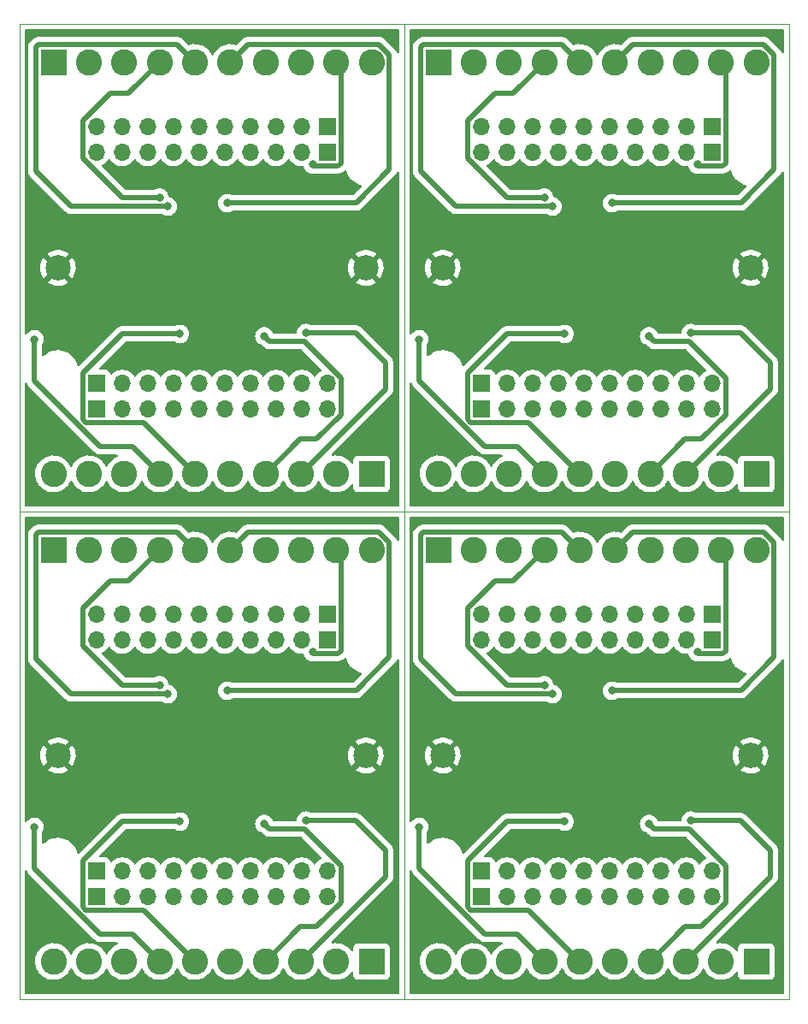
<source format=gbr>
G04 #@! TF.GenerationSoftware,KiCad,Pcbnew,6.0.11-2627ca5db0~126~ubuntu20.04.1*
G04 #@! TF.CreationDate,2023-03-16T15:00:45-05:00*
G04 #@! TF.ProjectId,,58585858-5858-4585-9858-585858585858,rev?*
G04 #@! TF.SameCoordinates,Original*
G04 #@! TF.FileFunction,Copper,L1,Top*
G04 #@! TF.FilePolarity,Positive*
%FSLAX46Y46*%
G04 Gerber Fmt 4.6, Leading zero omitted, Abs format (unit mm)*
G04 Created by KiCad (PCBNEW 6.0.11-2627ca5db0~126~ubuntu20.04.1) date 2023-03-16 15:00:45*
%MOMM*%
%LPD*%
G01*
G04 APERTURE LIST*
G04 #@! TA.AperFunction,Profile*
%ADD10C,0.050000*%
G04 #@! TD*
G04 #@! TA.AperFunction,ComponentPad*
%ADD11O,1.700000X1.700000*%
G04 #@! TD*
G04 #@! TA.AperFunction,ComponentPad*
%ADD12R,1.700000X1.700000*%
G04 #@! TD*
G04 #@! TA.AperFunction,ComponentPad*
%ADD13C,2.600000*%
G04 #@! TD*
G04 #@! TA.AperFunction,ComponentPad*
%ADD14R,2.600000X2.600000*%
G04 #@! TD*
G04 #@! TA.AperFunction,ComponentPad*
%ADD15C,2.499360*%
G04 #@! TD*
G04 #@! TA.AperFunction,ViaPad*
%ADD16C,0.800000*%
G04 #@! TD*
G04 #@! TA.AperFunction,Conductor*
%ADD17C,0.500000*%
G04 #@! TD*
G04 APERTURE END LIST*
D10*
X102108000Y-136652000D02*
X140208000Y-136652000D01*
X140208000Y-88392000D02*
X140208000Y-136652000D01*
X102108000Y-88392000D02*
X140208000Y-88392000D01*
X102108000Y-88392000D02*
X102108000Y-136652000D01*
X64008000Y-136652000D02*
X102108000Y-136652000D01*
X102108000Y-88392000D02*
X102108000Y-136652000D01*
X64008000Y-88392000D02*
X102108000Y-88392000D01*
X64008000Y-88392000D02*
X64008000Y-136652000D01*
X102108000Y-88392000D02*
X140208000Y-88392000D01*
X140208000Y-40132000D02*
X140208000Y-88392000D01*
X102108000Y-40132000D02*
X140208000Y-40132000D01*
X102108000Y-40132000D02*
X102108000Y-88392000D01*
X64008000Y-40132000D02*
X64008000Y-88392000D01*
X64008000Y-40132000D02*
X102108000Y-40132000D01*
X102108000Y-40132000D02*
X102108000Y-88392000D01*
X64008000Y-88392000D02*
X102108000Y-88392000D01*
D11*
X109728000Y-98552000D03*
X112268000Y-98552000D03*
X114808000Y-98552000D03*
X117348000Y-98552000D03*
X119888000Y-98552000D03*
X122428000Y-98552000D03*
X124968000Y-98552000D03*
X127508000Y-98552000D03*
X130048000Y-98552000D03*
D12*
X132588000Y-98552000D03*
D13*
X105472000Y-132900000D03*
X108972000Y-132900000D03*
X112472000Y-132900000D03*
X115972000Y-132900000D03*
X119472000Y-132900000D03*
X122972000Y-132900000D03*
X126472000Y-132900000D03*
X129972000Y-132900000D03*
X133472000Y-132900000D03*
D14*
X136972000Y-132900000D03*
D15*
X136398000Y-112522000D03*
X105918000Y-112522000D03*
D11*
X109728000Y-101092000D03*
X112268000Y-101092000D03*
X114808000Y-101092000D03*
X117348000Y-101092000D03*
X119888000Y-101092000D03*
X122428000Y-101092000D03*
X124968000Y-101092000D03*
X127508000Y-101092000D03*
X130048000Y-101092000D03*
D12*
X132588000Y-101092000D03*
D11*
X132588000Y-126492000D03*
X130048000Y-126492000D03*
X127508000Y-126492000D03*
X124968000Y-126492000D03*
X122428000Y-126492000D03*
X119888000Y-126492000D03*
X117348000Y-126492000D03*
X114808000Y-126492000D03*
X112268000Y-126492000D03*
D12*
X109728000Y-126492000D03*
D11*
X132588000Y-123952000D03*
X130048000Y-123952000D03*
X127508000Y-123952000D03*
X124968000Y-123952000D03*
X122428000Y-123952000D03*
X119888000Y-123952000D03*
X117348000Y-123952000D03*
X114808000Y-123952000D03*
X112268000Y-123952000D03*
D12*
X109728000Y-123952000D03*
D13*
X136976000Y-92176000D03*
X133476000Y-92176000D03*
X129976000Y-92176000D03*
X126476000Y-92176000D03*
X122976000Y-92176000D03*
X119476000Y-92176000D03*
X115976000Y-92176000D03*
X112476000Y-92176000D03*
X108976000Y-92176000D03*
D14*
X105476000Y-92176000D03*
D11*
X71628000Y-98552000D03*
X74168000Y-98552000D03*
X76708000Y-98552000D03*
X79248000Y-98552000D03*
X81788000Y-98552000D03*
X84328000Y-98552000D03*
X86868000Y-98552000D03*
X89408000Y-98552000D03*
X91948000Y-98552000D03*
D12*
X94488000Y-98552000D03*
D13*
X67372000Y-132900000D03*
X70872000Y-132900000D03*
X74372000Y-132900000D03*
X77872000Y-132900000D03*
X81372000Y-132900000D03*
X84872000Y-132900000D03*
X88372000Y-132900000D03*
X91872000Y-132900000D03*
X95372000Y-132900000D03*
D14*
X98872000Y-132900000D03*
D15*
X98298000Y-112522000D03*
X67818000Y-112522000D03*
D11*
X71628000Y-101092000D03*
X74168000Y-101092000D03*
X76708000Y-101092000D03*
X79248000Y-101092000D03*
X81788000Y-101092000D03*
X84328000Y-101092000D03*
X86868000Y-101092000D03*
X89408000Y-101092000D03*
X91948000Y-101092000D03*
D12*
X94488000Y-101092000D03*
D11*
X94488000Y-126492000D03*
X91948000Y-126492000D03*
X89408000Y-126492000D03*
X86868000Y-126492000D03*
X84328000Y-126492000D03*
X81788000Y-126492000D03*
X79248000Y-126492000D03*
X76708000Y-126492000D03*
X74168000Y-126492000D03*
D12*
X71628000Y-126492000D03*
D11*
X94488000Y-123952000D03*
X91948000Y-123952000D03*
X89408000Y-123952000D03*
X86868000Y-123952000D03*
X84328000Y-123952000D03*
X81788000Y-123952000D03*
X79248000Y-123952000D03*
X76708000Y-123952000D03*
X74168000Y-123952000D03*
D12*
X71628000Y-123952000D03*
D13*
X98876000Y-92176000D03*
X95376000Y-92176000D03*
X91876000Y-92176000D03*
X88376000Y-92176000D03*
X84876000Y-92176000D03*
X81376000Y-92176000D03*
X77876000Y-92176000D03*
X74376000Y-92176000D03*
X70876000Y-92176000D03*
D14*
X67376000Y-92176000D03*
D11*
X109728000Y-50292000D03*
X112268000Y-50292000D03*
X114808000Y-50292000D03*
X117348000Y-50292000D03*
X119888000Y-50292000D03*
X122428000Y-50292000D03*
X124968000Y-50292000D03*
X127508000Y-50292000D03*
X130048000Y-50292000D03*
D12*
X132588000Y-50292000D03*
D13*
X105472000Y-84640000D03*
X108972000Y-84640000D03*
X112472000Y-84640000D03*
X115972000Y-84640000D03*
X119472000Y-84640000D03*
X122972000Y-84640000D03*
X126472000Y-84640000D03*
X129972000Y-84640000D03*
X133472000Y-84640000D03*
D14*
X136972000Y-84640000D03*
D15*
X136398000Y-64262000D03*
X105918000Y-64262000D03*
D11*
X109728000Y-52832000D03*
X112268000Y-52832000D03*
X114808000Y-52832000D03*
X117348000Y-52832000D03*
X119888000Y-52832000D03*
X122428000Y-52832000D03*
X124968000Y-52832000D03*
X127508000Y-52832000D03*
X130048000Y-52832000D03*
D12*
X132588000Y-52832000D03*
D11*
X132588000Y-78232000D03*
X130048000Y-78232000D03*
X127508000Y-78232000D03*
X124968000Y-78232000D03*
X122428000Y-78232000D03*
X119888000Y-78232000D03*
X117348000Y-78232000D03*
X114808000Y-78232000D03*
X112268000Y-78232000D03*
D12*
X109728000Y-78232000D03*
D11*
X132588000Y-75692000D03*
X130048000Y-75692000D03*
X127508000Y-75692000D03*
X124968000Y-75692000D03*
X122428000Y-75692000D03*
X119888000Y-75692000D03*
X117348000Y-75692000D03*
X114808000Y-75692000D03*
X112268000Y-75692000D03*
D12*
X109728000Y-75692000D03*
D13*
X136976000Y-43916000D03*
X133476000Y-43916000D03*
X129976000Y-43916000D03*
X126476000Y-43916000D03*
X122976000Y-43916000D03*
X119476000Y-43916000D03*
X115976000Y-43916000D03*
X112476000Y-43916000D03*
X108976000Y-43916000D03*
D14*
X105476000Y-43916000D03*
D15*
X67818000Y-64262000D03*
X98298000Y-64262000D03*
D11*
X71628000Y-52832000D03*
X74168000Y-52832000D03*
X76708000Y-52832000D03*
X79248000Y-52832000D03*
X81788000Y-52832000D03*
X84328000Y-52832000D03*
X86868000Y-52832000D03*
X89408000Y-52832000D03*
X91948000Y-52832000D03*
D12*
X94488000Y-52832000D03*
D11*
X94488000Y-75692000D03*
X91948000Y-75692000D03*
X89408000Y-75692000D03*
X86868000Y-75692000D03*
X84328000Y-75692000D03*
X81788000Y-75692000D03*
X79248000Y-75692000D03*
X76708000Y-75692000D03*
X74168000Y-75692000D03*
D12*
X71628000Y-75692000D03*
D11*
X94488000Y-78232000D03*
X91948000Y-78232000D03*
X89408000Y-78232000D03*
X86868000Y-78232000D03*
X84328000Y-78232000D03*
X81788000Y-78232000D03*
X79248000Y-78232000D03*
X76708000Y-78232000D03*
X74168000Y-78232000D03*
D12*
X71628000Y-78232000D03*
D11*
X71628000Y-50292000D03*
X74168000Y-50292000D03*
X76708000Y-50292000D03*
X79248000Y-50292000D03*
X81788000Y-50292000D03*
X84328000Y-50292000D03*
X86868000Y-50292000D03*
X89408000Y-50292000D03*
X91948000Y-50292000D03*
D12*
X94488000Y-50292000D03*
D13*
X67372000Y-84640000D03*
X70872000Y-84640000D03*
X74372000Y-84640000D03*
X77872000Y-84640000D03*
X81372000Y-84640000D03*
X84872000Y-84640000D03*
X88372000Y-84640000D03*
X91872000Y-84640000D03*
X95372000Y-84640000D03*
D14*
X98872000Y-84640000D03*
D13*
X98876000Y-43916000D03*
X95376000Y-43916000D03*
X91876000Y-43916000D03*
X88376000Y-43916000D03*
X84876000Y-43916000D03*
X81376000Y-43916000D03*
X77876000Y-43916000D03*
X74376000Y-43916000D03*
X70876000Y-43916000D03*
D14*
X67376000Y-43916000D03*
D16*
X131131300Y-102276800D03*
X122688000Y-106107700D03*
X116791300Y-106434200D03*
X115967000Y-105548600D03*
X103579700Y-119579000D03*
X117987800Y-119046500D03*
X126348700Y-119281700D03*
X130469000Y-118958500D03*
X93031300Y-102276800D03*
X84588000Y-106107700D03*
X78691300Y-106434200D03*
X77867000Y-105548600D03*
X65479700Y-119579000D03*
X79887800Y-119046500D03*
X88248700Y-119281700D03*
X92369000Y-118958500D03*
X131131300Y-54016800D03*
X122688000Y-57847700D03*
X116791300Y-58174200D03*
X115967000Y-57288600D03*
X103579700Y-71319000D03*
X117987800Y-70786500D03*
X126348700Y-71021700D03*
X130469000Y-70698500D03*
X92369000Y-70698500D03*
X88248700Y-71021700D03*
X79887800Y-70786500D03*
X65479700Y-71319000D03*
X77867000Y-57288600D03*
X78691300Y-58174200D03*
X84588000Y-57847700D03*
X93031300Y-54016800D03*
D17*
X131131300Y-102276800D02*
X131253500Y-102399000D01*
X133658300Y-102399000D02*
X133920300Y-102137000D01*
X133920300Y-92620300D02*
X133476000Y-92176000D01*
X133920300Y-102137000D02*
X133920300Y-92620300D01*
X131253500Y-102399000D02*
X133658300Y-102399000D01*
X138739000Y-102810000D02*
X138739000Y-91456300D01*
X135441300Y-106107700D02*
X138739000Y-102810000D01*
X122688000Y-106107700D02*
X135441300Y-106107700D01*
X138739000Y-91456300D02*
X137695700Y-90413000D01*
X124739000Y-90413000D02*
X122976000Y-92176000D01*
X137695700Y-90413000D02*
X124739000Y-90413000D01*
X103693900Y-90695300D02*
X103970900Y-90418300D01*
X116791300Y-106434200D02*
X107230700Y-106434200D01*
X103693900Y-102897400D02*
X103693900Y-90695300D01*
X117718300Y-90418300D02*
X119476000Y-92176000D01*
X107230700Y-106434200D02*
X103693900Y-102897400D01*
X103970900Y-90418300D02*
X117718300Y-90418300D01*
X112285300Y-105548600D02*
X108423500Y-101686800D01*
X111126900Y-95246300D02*
X112905700Y-95246300D01*
X112905700Y-95246300D02*
X115976000Y-92176000D01*
X108423500Y-101686800D02*
X108423500Y-97949700D01*
X115967000Y-105548600D02*
X112285300Y-105548600D01*
X108423500Y-97949700D02*
X111126900Y-95246300D01*
X110106200Y-130231200D02*
X113303200Y-130231200D01*
X103579700Y-119579000D02*
X103579700Y-123704700D01*
X113303200Y-130231200D02*
X115972000Y-132900000D01*
X103579700Y-123704700D02*
X110106200Y-130231200D01*
X108395700Y-127504600D02*
X108683500Y-127792400D01*
X108395700Y-122920300D02*
X108395700Y-127504600D01*
X112269500Y-119046500D02*
X108395700Y-122920300D01*
X108683500Y-127792400D02*
X114364400Y-127792400D01*
X117987800Y-119046500D02*
X112269500Y-119046500D01*
X114364400Y-127792400D02*
X119472000Y-132900000D01*
X133933500Y-123398100D02*
X133933500Y-127057000D01*
X126348700Y-119281700D02*
X126875800Y-119808800D01*
X129901000Y-129471000D02*
X126472000Y-132900000D01*
X130344200Y-119808800D02*
X133933500Y-123398100D01*
X133933500Y-127057000D02*
X131519500Y-129471000D01*
X126875800Y-119808800D02*
X130344200Y-119808800D01*
X131519500Y-129471000D02*
X129901000Y-129471000D01*
X130469000Y-118958500D02*
X135438400Y-118958500D01*
X138357800Y-121877900D02*
X138357800Y-124514200D01*
X135438400Y-118958500D02*
X138357800Y-121877900D01*
X138357800Y-124514200D02*
X129972000Y-132900000D01*
X93031300Y-102276800D02*
X93153500Y-102399000D01*
X95558300Y-102399000D02*
X95820300Y-102137000D01*
X95820300Y-92620300D02*
X95376000Y-92176000D01*
X95820300Y-102137000D02*
X95820300Y-92620300D01*
X93153500Y-102399000D02*
X95558300Y-102399000D01*
X100639000Y-102810000D02*
X100639000Y-91456300D01*
X97341300Y-106107700D02*
X100639000Y-102810000D01*
X84588000Y-106107700D02*
X97341300Y-106107700D01*
X100639000Y-91456300D02*
X99595700Y-90413000D01*
X86639000Y-90413000D02*
X84876000Y-92176000D01*
X99595700Y-90413000D02*
X86639000Y-90413000D01*
X65593900Y-90695300D02*
X65870900Y-90418300D01*
X78691300Y-106434200D02*
X69130700Y-106434200D01*
X65593900Y-102897400D02*
X65593900Y-90695300D01*
X79618300Y-90418300D02*
X81376000Y-92176000D01*
X69130700Y-106434200D02*
X65593900Y-102897400D01*
X65870900Y-90418300D02*
X79618300Y-90418300D01*
X74185300Y-105548600D02*
X70323500Y-101686800D01*
X73026900Y-95246300D02*
X74805700Y-95246300D01*
X74805700Y-95246300D02*
X77876000Y-92176000D01*
X70323500Y-101686800D02*
X70323500Y-97949700D01*
X77867000Y-105548600D02*
X74185300Y-105548600D01*
X70323500Y-97949700D02*
X73026900Y-95246300D01*
X72006200Y-130231200D02*
X75203200Y-130231200D01*
X65479700Y-119579000D02*
X65479700Y-123704700D01*
X75203200Y-130231200D02*
X77872000Y-132900000D01*
X65479700Y-123704700D02*
X72006200Y-130231200D01*
X70295700Y-127504600D02*
X70583500Y-127792400D01*
X70295700Y-122920300D02*
X70295700Y-127504600D01*
X74169500Y-119046500D02*
X70295700Y-122920300D01*
X70583500Y-127792400D02*
X76264400Y-127792400D01*
X79887800Y-119046500D02*
X74169500Y-119046500D01*
X76264400Y-127792400D02*
X81372000Y-132900000D01*
X95833500Y-123398100D02*
X95833500Y-127057000D01*
X88248700Y-119281700D02*
X88775800Y-119808800D01*
X91801000Y-129471000D02*
X88372000Y-132900000D01*
X92244200Y-119808800D02*
X95833500Y-123398100D01*
X95833500Y-127057000D02*
X93419500Y-129471000D01*
X88775800Y-119808800D02*
X92244200Y-119808800D01*
X93419500Y-129471000D02*
X91801000Y-129471000D01*
X92369000Y-118958500D02*
X97338400Y-118958500D01*
X100257800Y-121877900D02*
X100257800Y-124514200D01*
X97338400Y-118958500D02*
X100257800Y-121877900D01*
X100257800Y-124514200D02*
X91872000Y-132900000D01*
X131131300Y-54016800D02*
X131253500Y-54139000D01*
X133658300Y-54139000D02*
X133920300Y-53877000D01*
X133920300Y-44360300D02*
X133476000Y-43916000D01*
X133920300Y-53877000D02*
X133920300Y-44360300D01*
X131253500Y-54139000D02*
X133658300Y-54139000D01*
X138739000Y-54550000D02*
X138739000Y-43196300D01*
X135441300Y-57847700D02*
X138739000Y-54550000D01*
X122688000Y-57847700D02*
X135441300Y-57847700D01*
X138739000Y-43196300D02*
X137695700Y-42153000D01*
X124739000Y-42153000D02*
X122976000Y-43916000D01*
X137695700Y-42153000D02*
X124739000Y-42153000D01*
X103693900Y-42435300D02*
X103970900Y-42158300D01*
X116791300Y-58174200D02*
X107230700Y-58174200D01*
X103693900Y-54637400D02*
X103693900Y-42435300D01*
X117718300Y-42158300D02*
X119476000Y-43916000D01*
X107230700Y-58174200D02*
X103693900Y-54637400D01*
X103970900Y-42158300D02*
X117718300Y-42158300D01*
X112285300Y-57288600D02*
X108423500Y-53426800D01*
X111126900Y-46986300D02*
X112905700Y-46986300D01*
X112905700Y-46986300D02*
X115976000Y-43916000D01*
X108423500Y-53426800D02*
X108423500Y-49689700D01*
X115967000Y-57288600D02*
X112285300Y-57288600D01*
X108423500Y-49689700D02*
X111126900Y-46986300D01*
X110106200Y-81971200D02*
X113303200Y-81971200D01*
X103579700Y-71319000D02*
X103579700Y-75444700D01*
X113303200Y-81971200D02*
X115972000Y-84640000D01*
X103579700Y-75444700D02*
X110106200Y-81971200D01*
X108395700Y-79244600D02*
X108683500Y-79532400D01*
X108395700Y-74660300D02*
X108395700Y-79244600D01*
X112269500Y-70786500D02*
X108395700Y-74660300D01*
X108683500Y-79532400D02*
X114364400Y-79532400D01*
X117987800Y-70786500D02*
X112269500Y-70786500D01*
X114364400Y-79532400D02*
X119472000Y-84640000D01*
X133933500Y-75138100D02*
X133933500Y-78797000D01*
X126348700Y-71021700D02*
X126875800Y-71548800D01*
X129901000Y-81211000D02*
X126472000Y-84640000D01*
X130344200Y-71548800D02*
X133933500Y-75138100D01*
X133933500Y-78797000D02*
X131519500Y-81211000D01*
X126875800Y-71548800D02*
X130344200Y-71548800D01*
X131519500Y-81211000D02*
X129901000Y-81211000D01*
X130469000Y-70698500D02*
X135438400Y-70698500D01*
X138357800Y-73617900D02*
X138357800Y-76254200D01*
X135438400Y-70698500D02*
X138357800Y-73617900D01*
X138357800Y-76254200D02*
X129972000Y-84640000D01*
X100257800Y-76254200D02*
X91872000Y-84640000D01*
X97338400Y-70698500D02*
X100257800Y-73617900D01*
X100257800Y-73617900D02*
X100257800Y-76254200D01*
X92369000Y-70698500D02*
X97338400Y-70698500D01*
X93419500Y-81211000D02*
X91801000Y-81211000D01*
X88775800Y-71548800D02*
X92244200Y-71548800D01*
X95833500Y-78797000D02*
X93419500Y-81211000D01*
X92244200Y-71548800D02*
X95833500Y-75138100D01*
X91801000Y-81211000D02*
X88372000Y-84640000D01*
X88248700Y-71021700D02*
X88775800Y-71548800D01*
X95833500Y-75138100D02*
X95833500Y-78797000D01*
X76264400Y-79532400D02*
X81372000Y-84640000D01*
X79887800Y-70786500D02*
X74169500Y-70786500D01*
X70583500Y-79532400D02*
X76264400Y-79532400D01*
X74169500Y-70786500D02*
X70295700Y-74660300D01*
X70295700Y-74660300D02*
X70295700Y-79244600D01*
X70295700Y-79244600D02*
X70583500Y-79532400D01*
X65479700Y-75444700D02*
X72006200Y-81971200D01*
X75203200Y-81971200D02*
X77872000Y-84640000D01*
X65479700Y-71319000D02*
X65479700Y-75444700D01*
X72006200Y-81971200D02*
X75203200Y-81971200D01*
X70323500Y-49689700D02*
X73026900Y-46986300D01*
X77867000Y-57288600D02*
X74185300Y-57288600D01*
X70323500Y-53426800D02*
X70323500Y-49689700D01*
X74805700Y-46986300D02*
X77876000Y-43916000D01*
X73026900Y-46986300D02*
X74805700Y-46986300D01*
X74185300Y-57288600D02*
X70323500Y-53426800D01*
X65870900Y-42158300D02*
X79618300Y-42158300D01*
X69130700Y-58174200D02*
X65593900Y-54637400D01*
X79618300Y-42158300D02*
X81376000Y-43916000D01*
X65593900Y-54637400D02*
X65593900Y-42435300D01*
X78691300Y-58174200D02*
X69130700Y-58174200D01*
X65593900Y-42435300D02*
X65870900Y-42158300D01*
X99595700Y-42153000D02*
X86639000Y-42153000D01*
X86639000Y-42153000D02*
X84876000Y-43916000D01*
X100639000Y-43196300D02*
X99595700Y-42153000D01*
X84588000Y-57847700D02*
X97341300Y-57847700D01*
X97341300Y-57847700D02*
X100639000Y-54550000D01*
X100639000Y-54550000D02*
X100639000Y-43196300D01*
X93153500Y-54139000D02*
X95558300Y-54139000D01*
X95820300Y-53877000D02*
X95820300Y-44360300D01*
X95820300Y-44360300D02*
X95376000Y-43916000D01*
X95558300Y-54139000D02*
X95820300Y-53877000D01*
X93031300Y-54016800D02*
X93153500Y-54139000D01*
G04 #@! TA.AperFunction,Conductor*
G36*
X101541621Y-40660502D02*
G01*
X101588114Y-40714158D01*
X101599500Y-40766500D01*
X101599500Y-42902176D01*
X101579498Y-42970297D01*
X101525842Y-43016790D01*
X101455568Y-43026894D01*
X101390988Y-42997400D01*
X101353633Y-42941008D01*
X101335606Y-42885361D01*
X101335605Y-42885359D01*
X101333351Y-42878401D01*
X101329555Y-42872146D01*
X101327049Y-42866672D01*
X101324330Y-42861242D01*
X101321833Y-42854363D01*
X101281814Y-42793324D01*
X101279467Y-42789605D01*
X101241595Y-42727193D01*
X101234197Y-42718816D01*
X101234224Y-42718792D01*
X101231571Y-42715800D01*
X101228868Y-42712567D01*
X101224856Y-42706448D01*
X101168617Y-42653172D01*
X101166175Y-42650794D01*
X100179470Y-41664089D01*
X100167084Y-41649677D01*
X100158551Y-41638082D01*
X100158546Y-41638077D01*
X100154208Y-41632182D01*
X100148630Y-41627443D01*
X100148627Y-41627440D01*
X100113932Y-41597965D01*
X100106416Y-41591035D01*
X100100721Y-41585340D01*
X100091135Y-41577756D01*
X100078449Y-41567719D01*
X100075045Y-41564928D01*
X100024997Y-41522409D01*
X100024995Y-41522408D01*
X100019415Y-41517667D01*
X100012899Y-41514339D01*
X100007850Y-41510972D01*
X100002721Y-41507805D01*
X99996984Y-41503266D01*
X99930825Y-41472345D01*
X99926925Y-41470439D01*
X99926557Y-41470251D01*
X99861892Y-41437231D01*
X99854784Y-41435492D01*
X99849141Y-41433393D01*
X99843378Y-41431476D01*
X99836750Y-41428378D01*
X99765283Y-41413513D01*
X99760999Y-41412543D01*
X99690090Y-41395192D01*
X99684488Y-41394844D01*
X99684485Y-41394844D01*
X99678936Y-41394500D01*
X99678938Y-41394464D01*
X99674945Y-41394225D01*
X99670753Y-41393851D01*
X99663585Y-41392360D01*
X99599820Y-41394085D01*
X99586179Y-41394454D01*
X99582772Y-41394500D01*
X86706070Y-41394500D01*
X86687120Y-41393067D01*
X86672885Y-41390901D01*
X86672881Y-41390901D01*
X86665651Y-41389801D01*
X86658359Y-41390394D01*
X86658356Y-41390394D01*
X86612982Y-41394085D01*
X86602767Y-41394500D01*
X86594707Y-41394500D01*
X86591073Y-41394924D01*
X86591067Y-41394924D01*
X86580116Y-41396201D01*
X86566480Y-41397791D01*
X86562132Y-41398221D01*
X86543285Y-41399754D01*
X86496662Y-41403546D01*
X86496659Y-41403547D01*
X86489364Y-41404140D01*
X86482400Y-41406396D01*
X86476461Y-41407583D01*
X86470590Y-41408970D01*
X86463319Y-41409818D01*
X86456443Y-41412314D01*
X86456434Y-41412316D01*
X86394702Y-41434725D01*
X86390598Y-41436135D01*
X86321101Y-41458648D01*
X86314846Y-41462444D01*
X86309387Y-41464943D01*
X86303939Y-41467671D01*
X86297063Y-41470167D01*
X86236010Y-41510195D01*
X86232337Y-41512513D01*
X86169893Y-41550405D01*
X86165697Y-41554110D01*
X86165695Y-41554112D01*
X86161548Y-41557775D01*
X86161517Y-41557802D01*
X86161493Y-41557775D01*
X86158499Y-41560430D01*
X86155268Y-41563132D01*
X86149148Y-41567144D01*
X86121495Y-41596335D01*
X86095872Y-41623383D01*
X86093494Y-41625825D01*
X85556269Y-42163050D01*
X85493957Y-42197076D01*
X85428762Y-42193957D01*
X85299370Y-42152538D01*
X85294763Y-42151788D01*
X85294760Y-42151787D01*
X85038674Y-42110081D01*
X85038675Y-42110081D01*
X85034063Y-42109330D01*
X84903719Y-42107624D01*
X84769961Y-42105873D01*
X84769958Y-42105873D01*
X84765284Y-42105812D01*
X84498937Y-42142060D01*
X84240874Y-42217278D01*
X83996763Y-42329815D01*
X83992854Y-42332378D01*
X83775881Y-42474631D01*
X83775876Y-42474635D01*
X83771968Y-42477197D01*
X83768476Y-42480314D01*
X83576095Y-42652021D01*
X83571426Y-42656188D01*
X83399544Y-42862854D01*
X83260096Y-43092656D01*
X83243565Y-43132079D01*
X83198778Y-43187162D01*
X83131317Y-43209289D01*
X83062603Y-43191431D01*
X83013952Y-43137939D01*
X83012902Y-43135238D01*
X82988565Y-43092656D01*
X82947392Y-43020619D01*
X82879518Y-42901864D01*
X82861022Y-42878401D01*
X82792505Y-42791488D01*
X82713105Y-42690769D01*
X82517317Y-42506591D01*
X82316697Y-42367415D01*
X82300299Y-42356039D01*
X82300296Y-42356037D01*
X82296457Y-42353374D01*
X82292264Y-42351306D01*
X82059564Y-42236551D01*
X82059561Y-42236550D01*
X82055376Y-42234486D01*
X82007745Y-42219239D01*
X81930010Y-42194356D01*
X81799370Y-42152538D01*
X81794763Y-42151788D01*
X81794760Y-42151787D01*
X81538674Y-42110081D01*
X81538675Y-42110081D01*
X81534063Y-42109330D01*
X81403719Y-42107624D01*
X81269961Y-42105873D01*
X81269958Y-42105873D01*
X81265284Y-42105812D01*
X80998937Y-42142060D01*
X80819518Y-42194356D01*
X80748523Y-42194216D01*
X80695166Y-42162485D01*
X80202070Y-41669389D01*
X80189684Y-41654977D01*
X80181151Y-41643382D01*
X80181146Y-41643377D01*
X80176808Y-41637482D01*
X80171230Y-41632743D01*
X80171227Y-41632740D01*
X80136532Y-41603265D01*
X80129016Y-41596335D01*
X80123321Y-41590640D01*
X80107036Y-41577756D01*
X80101049Y-41573019D01*
X80097645Y-41570228D01*
X80047597Y-41527709D01*
X80047595Y-41527708D01*
X80042015Y-41522967D01*
X80035499Y-41519639D01*
X80030450Y-41516272D01*
X80025321Y-41513105D01*
X80019584Y-41508566D01*
X79953425Y-41477645D01*
X79949525Y-41475739D01*
X79884492Y-41442531D01*
X79877384Y-41440792D01*
X79871741Y-41438693D01*
X79865978Y-41436776D01*
X79859350Y-41433678D01*
X79787883Y-41418813D01*
X79783599Y-41417843D01*
X79766124Y-41413567D01*
X79712690Y-41400492D01*
X79707088Y-41400144D01*
X79707085Y-41400144D01*
X79701536Y-41399800D01*
X79701538Y-41399764D01*
X79697545Y-41399525D01*
X79693353Y-41399151D01*
X79686185Y-41397660D01*
X79622420Y-41399385D01*
X79608779Y-41399754D01*
X79605372Y-41399800D01*
X65937969Y-41399800D01*
X65919021Y-41398367D01*
X65906925Y-41396527D01*
X65904783Y-41396201D01*
X65904781Y-41396201D01*
X65897551Y-41395101D01*
X65890259Y-41395694D01*
X65890256Y-41395694D01*
X65844882Y-41399385D01*
X65834667Y-41399800D01*
X65826607Y-41399800D01*
X65813317Y-41401349D01*
X65798393Y-41403089D01*
X65794018Y-41403522D01*
X65728561Y-41408846D01*
X65728558Y-41408847D01*
X65721263Y-41409440D01*
X65714299Y-41411696D01*
X65708340Y-41412887D01*
X65702485Y-41414271D01*
X65695219Y-41415118D01*
X65626573Y-41440035D01*
X65622445Y-41441452D01*
X65559964Y-41461693D01*
X65559962Y-41461694D01*
X65553001Y-41463949D01*
X65546746Y-41467745D01*
X65541272Y-41470251D01*
X65535842Y-41472970D01*
X65528963Y-41475467D01*
X65522843Y-41479480D01*
X65522842Y-41479480D01*
X65467924Y-41515486D01*
X65464220Y-41517823D01*
X65401793Y-41555705D01*
X65393416Y-41563103D01*
X65393392Y-41563076D01*
X65390400Y-41565729D01*
X65387167Y-41568432D01*
X65381048Y-41572444D01*
X65327772Y-41628683D01*
X65325394Y-41631125D01*
X65104989Y-41851530D01*
X65090577Y-41863916D01*
X65078982Y-41872449D01*
X65078977Y-41872454D01*
X65073082Y-41876792D01*
X65068343Y-41882370D01*
X65068340Y-41882373D01*
X65038865Y-41917068D01*
X65031935Y-41924584D01*
X65026240Y-41930279D01*
X65023960Y-41933161D01*
X65008619Y-41952551D01*
X65005828Y-41955955D01*
X64963309Y-42006003D01*
X64958567Y-42011585D01*
X64955239Y-42018101D01*
X64951872Y-42023150D01*
X64948705Y-42028279D01*
X64944166Y-42034016D01*
X64913245Y-42100175D01*
X64911342Y-42104069D01*
X64878131Y-42169108D01*
X64876392Y-42176216D01*
X64874293Y-42181859D01*
X64872376Y-42187622D01*
X64869278Y-42194250D01*
X64867788Y-42201412D01*
X64867788Y-42201413D01*
X64854414Y-42265712D01*
X64853444Y-42269996D01*
X64836092Y-42340910D01*
X64835400Y-42352064D01*
X64835364Y-42352062D01*
X64835125Y-42356055D01*
X64834751Y-42360247D01*
X64833260Y-42367415D01*
X64833458Y-42374732D01*
X64835354Y-42444821D01*
X64835400Y-42448228D01*
X64835400Y-54570330D01*
X64833967Y-54589280D01*
X64830701Y-54610749D01*
X64831294Y-54618041D01*
X64831294Y-54618044D01*
X64834985Y-54663418D01*
X64835400Y-54673633D01*
X64835400Y-54681693D01*
X64836949Y-54694983D01*
X64838689Y-54709907D01*
X64839122Y-54714282D01*
X64841648Y-54745332D01*
X64845040Y-54787037D01*
X64847296Y-54794001D01*
X64848487Y-54799960D01*
X64849871Y-54805815D01*
X64850718Y-54813081D01*
X64875635Y-54881727D01*
X64877052Y-54885855D01*
X64889831Y-54925300D01*
X64899549Y-54955299D01*
X64903345Y-54961554D01*
X64905851Y-54967028D01*
X64908570Y-54972458D01*
X64911067Y-54979337D01*
X64915080Y-54985457D01*
X64915080Y-54985458D01*
X64951086Y-55040376D01*
X64953423Y-55044080D01*
X64991305Y-55106507D01*
X64995021Y-55110715D01*
X64995022Y-55110716D01*
X64998703Y-55114884D01*
X64998676Y-55114908D01*
X65001329Y-55117900D01*
X65004032Y-55121133D01*
X65008044Y-55127252D01*
X65013356Y-55132284D01*
X65064283Y-55180528D01*
X65066725Y-55182906D01*
X68546930Y-58663111D01*
X68559316Y-58677523D01*
X68567849Y-58689118D01*
X68567854Y-58689123D01*
X68572192Y-58695018D01*
X68577770Y-58699757D01*
X68577773Y-58699760D01*
X68612468Y-58729235D01*
X68619984Y-58736165D01*
X68625680Y-58741861D01*
X68628541Y-58744124D01*
X68628546Y-58744129D01*
X68647966Y-58759493D01*
X68651367Y-58762282D01*
X68706985Y-58809533D01*
X68713505Y-58812862D01*
X68718552Y-58816228D01*
X68723676Y-58819393D01*
X68729417Y-58823935D01*
X68736048Y-58827034D01*
X68736051Y-58827036D01*
X68795530Y-58854834D01*
X68799476Y-58856762D01*
X68864508Y-58889969D01*
X68871614Y-58891708D01*
X68877264Y-58893809D01*
X68883021Y-58895724D01*
X68889650Y-58898822D01*
X68961135Y-58913691D01*
X68965401Y-58914657D01*
X69036310Y-58932008D01*
X69041912Y-58932356D01*
X69041915Y-58932356D01*
X69047464Y-58932700D01*
X69047462Y-58932735D01*
X69051434Y-58932975D01*
X69055655Y-58933352D01*
X69062815Y-58934841D01*
X69140242Y-58932746D01*
X69143650Y-58932700D01*
X78148713Y-58932700D01*
X78222772Y-58956763D01*
X78229202Y-58961435D01*
X78229209Y-58961439D01*
X78234548Y-58965318D01*
X78240576Y-58968002D01*
X78240578Y-58968003D01*
X78402981Y-59040309D01*
X78409012Y-59042994D01*
X78502413Y-59062847D01*
X78589356Y-59081328D01*
X78589361Y-59081328D01*
X78595813Y-59082700D01*
X78786787Y-59082700D01*
X78793239Y-59081328D01*
X78793244Y-59081328D01*
X78880187Y-59062847D01*
X78973588Y-59042994D01*
X78979619Y-59040309D01*
X79142022Y-58968003D01*
X79142024Y-58968002D01*
X79148052Y-58965318D01*
X79153397Y-58961435D01*
X79218500Y-58914134D01*
X79302553Y-58853066D01*
X79306975Y-58848155D01*
X79425921Y-58716052D01*
X79425922Y-58716051D01*
X79430340Y-58711144D01*
X79491175Y-58605775D01*
X79522523Y-58551479D01*
X79522524Y-58551478D01*
X79525827Y-58545756D01*
X79584842Y-58364128D01*
X79600069Y-58219256D01*
X79604114Y-58180765D01*
X79604804Y-58174200D01*
X79584842Y-57984272D01*
X79525827Y-57802644D01*
X79430340Y-57637256D01*
X79302553Y-57495334D01*
X79192505Y-57415379D01*
X79153394Y-57386963D01*
X79153393Y-57386962D01*
X79148052Y-57383082D01*
X79142024Y-57380398D01*
X79142022Y-57380397D01*
X78979619Y-57308091D01*
X78979618Y-57308091D01*
X78973588Y-57305406D01*
X78867443Y-57282844D01*
X78804969Y-57249115D01*
X78770648Y-57186966D01*
X78768330Y-57172768D01*
X78761232Y-57105235D01*
X78761232Y-57105233D01*
X78760542Y-57098672D01*
X78701527Y-56917044D01*
X78606040Y-56751656D01*
X78478253Y-56609734D01*
X78368647Y-56530100D01*
X78329094Y-56501363D01*
X78329093Y-56501362D01*
X78323752Y-56497482D01*
X78317724Y-56494798D01*
X78317722Y-56494797D01*
X78155319Y-56422491D01*
X78155318Y-56422491D01*
X78149288Y-56419806D01*
X78055888Y-56399953D01*
X77968944Y-56381472D01*
X77968939Y-56381472D01*
X77962487Y-56380100D01*
X77771513Y-56380100D01*
X77765061Y-56381472D01*
X77765056Y-56381472D01*
X77678112Y-56399953D01*
X77584712Y-56419806D01*
X77578682Y-56422491D01*
X77578681Y-56422491D01*
X77416278Y-56494797D01*
X77416276Y-56494798D01*
X77410248Y-56497482D01*
X77404909Y-56501361D01*
X77404902Y-56501365D01*
X77398472Y-56506037D01*
X77324413Y-56530100D01*
X74551671Y-56530100D01*
X74483550Y-56510098D01*
X74462576Y-56493195D01*
X72213260Y-54243879D01*
X72179234Y-54181567D01*
X72184299Y-54110752D01*
X72226846Y-54053916D01*
X72246922Y-54041633D01*
X72321350Y-54005171D01*
X72321349Y-54005171D01*
X72325994Y-54002896D01*
X72507860Y-53873173D01*
X72666096Y-53715489D01*
X72796453Y-53534077D01*
X72797776Y-53535028D01*
X72844645Y-53491857D01*
X72914580Y-53479625D01*
X72980026Y-53507144D01*
X73007875Y-53538994D01*
X73067987Y-53637088D01*
X73214250Y-53805938D01*
X73386126Y-53948632D01*
X73579000Y-54061338D01*
X73787692Y-54141030D01*
X73792760Y-54142061D01*
X73792763Y-54142062D01*
X73900017Y-54163883D01*
X74006597Y-54185567D01*
X74011772Y-54185757D01*
X74011774Y-54185757D01*
X74224673Y-54193564D01*
X74224677Y-54193564D01*
X74229837Y-54193753D01*
X74234957Y-54193097D01*
X74234959Y-54193097D01*
X74446288Y-54166025D01*
X74446289Y-54166025D01*
X74451416Y-54165368D01*
X74456366Y-54163883D01*
X74660429Y-54102661D01*
X74660434Y-54102659D01*
X74665384Y-54101174D01*
X74865994Y-54002896D01*
X75047860Y-53873173D01*
X75206096Y-53715489D01*
X75336453Y-53534077D01*
X75337776Y-53535028D01*
X75384645Y-53491857D01*
X75454580Y-53479625D01*
X75520026Y-53507144D01*
X75547875Y-53538994D01*
X75607987Y-53637088D01*
X75754250Y-53805938D01*
X75926126Y-53948632D01*
X76119000Y-54061338D01*
X76327692Y-54141030D01*
X76332760Y-54142061D01*
X76332763Y-54142062D01*
X76440017Y-54163883D01*
X76546597Y-54185567D01*
X76551772Y-54185757D01*
X76551774Y-54185757D01*
X76764673Y-54193564D01*
X76764677Y-54193564D01*
X76769837Y-54193753D01*
X76774957Y-54193097D01*
X76774959Y-54193097D01*
X76986288Y-54166025D01*
X76986289Y-54166025D01*
X76991416Y-54165368D01*
X76996366Y-54163883D01*
X77200429Y-54102661D01*
X77200434Y-54102659D01*
X77205384Y-54101174D01*
X77405994Y-54002896D01*
X77587860Y-53873173D01*
X77746096Y-53715489D01*
X77876453Y-53534077D01*
X77877776Y-53535028D01*
X77924645Y-53491857D01*
X77994580Y-53479625D01*
X78060026Y-53507144D01*
X78087875Y-53538994D01*
X78147987Y-53637088D01*
X78294250Y-53805938D01*
X78466126Y-53948632D01*
X78659000Y-54061338D01*
X78867692Y-54141030D01*
X78872760Y-54142061D01*
X78872763Y-54142062D01*
X78980017Y-54163883D01*
X79086597Y-54185567D01*
X79091772Y-54185757D01*
X79091774Y-54185757D01*
X79304673Y-54193564D01*
X79304677Y-54193564D01*
X79309837Y-54193753D01*
X79314957Y-54193097D01*
X79314959Y-54193097D01*
X79526288Y-54166025D01*
X79526289Y-54166025D01*
X79531416Y-54165368D01*
X79536366Y-54163883D01*
X79740429Y-54102661D01*
X79740434Y-54102659D01*
X79745384Y-54101174D01*
X79945994Y-54002896D01*
X80127860Y-53873173D01*
X80286096Y-53715489D01*
X80416453Y-53534077D01*
X80417776Y-53535028D01*
X80464645Y-53491857D01*
X80534580Y-53479625D01*
X80600026Y-53507144D01*
X80627875Y-53538994D01*
X80687987Y-53637088D01*
X80834250Y-53805938D01*
X81006126Y-53948632D01*
X81199000Y-54061338D01*
X81407692Y-54141030D01*
X81412760Y-54142061D01*
X81412763Y-54142062D01*
X81520017Y-54163883D01*
X81626597Y-54185567D01*
X81631772Y-54185757D01*
X81631774Y-54185757D01*
X81844673Y-54193564D01*
X81844677Y-54193564D01*
X81849837Y-54193753D01*
X81854957Y-54193097D01*
X81854959Y-54193097D01*
X82066288Y-54166025D01*
X82066289Y-54166025D01*
X82071416Y-54165368D01*
X82076366Y-54163883D01*
X82280429Y-54102661D01*
X82280434Y-54102659D01*
X82285384Y-54101174D01*
X82485994Y-54002896D01*
X82667860Y-53873173D01*
X82826096Y-53715489D01*
X82956453Y-53534077D01*
X82957776Y-53535028D01*
X83004645Y-53491857D01*
X83074580Y-53479625D01*
X83140026Y-53507144D01*
X83167875Y-53538994D01*
X83227987Y-53637088D01*
X83374250Y-53805938D01*
X83546126Y-53948632D01*
X83739000Y-54061338D01*
X83947692Y-54141030D01*
X83952760Y-54142061D01*
X83952763Y-54142062D01*
X84060017Y-54163883D01*
X84166597Y-54185567D01*
X84171772Y-54185757D01*
X84171774Y-54185757D01*
X84384673Y-54193564D01*
X84384677Y-54193564D01*
X84389837Y-54193753D01*
X84394957Y-54193097D01*
X84394959Y-54193097D01*
X84606288Y-54166025D01*
X84606289Y-54166025D01*
X84611416Y-54165368D01*
X84616366Y-54163883D01*
X84820429Y-54102661D01*
X84820434Y-54102659D01*
X84825384Y-54101174D01*
X85025994Y-54002896D01*
X85207860Y-53873173D01*
X85366096Y-53715489D01*
X85496453Y-53534077D01*
X85497776Y-53535028D01*
X85544645Y-53491857D01*
X85614580Y-53479625D01*
X85680026Y-53507144D01*
X85707875Y-53538994D01*
X85767987Y-53637088D01*
X85914250Y-53805938D01*
X86086126Y-53948632D01*
X86279000Y-54061338D01*
X86487692Y-54141030D01*
X86492760Y-54142061D01*
X86492763Y-54142062D01*
X86600017Y-54163883D01*
X86706597Y-54185567D01*
X86711772Y-54185757D01*
X86711774Y-54185757D01*
X86924673Y-54193564D01*
X86924677Y-54193564D01*
X86929837Y-54193753D01*
X86934957Y-54193097D01*
X86934959Y-54193097D01*
X87146288Y-54166025D01*
X87146289Y-54166025D01*
X87151416Y-54165368D01*
X87156366Y-54163883D01*
X87360429Y-54102661D01*
X87360434Y-54102659D01*
X87365384Y-54101174D01*
X87565994Y-54002896D01*
X87747860Y-53873173D01*
X87906096Y-53715489D01*
X88036453Y-53534077D01*
X88037776Y-53535028D01*
X88084645Y-53491857D01*
X88154580Y-53479625D01*
X88220026Y-53507144D01*
X88247875Y-53538994D01*
X88307987Y-53637088D01*
X88454250Y-53805938D01*
X88626126Y-53948632D01*
X88819000Y-54061338D01*
X89027692Y-54141030D01*
X89032760Y-54142061D01*
X89032763Y-54142062D01*
X89140017Y-54163883D01*
X89246597Y-54185567D01*
X89251772Y-54185757D01*
X89251774Y-54185757D01*
X89464673Y-54193564D01*
X89464677Y-54193564D01*
X89469837Y-54193753D01*
X89474957Y-54193097D01*
X89474959Y-54193097D01*
X89686288Y-54166025D01*
X89686289Y-54166025D01*
X89691416Y-54165368D01*
X89696366Y-54163883D01*
X89900429Y-54102661D01*
X89900434Y-54102659D01*
X89905384Y-54101174D01*
X90105994Y-54002896D01*
X90287860Y-53873173D01*
X90446096Y-53715489D01*
X90576453Y-53534077D01*
X90577776Y-53535028D01*
X90624645Y-53491857D01*
X90694580Y-53479625D01*
X90760026Y-53507144D01*
X90787875Y-53538994D01*
X90847987Y-53637088D01*
X90994250Y-53805938D01*
X91166126Y-53948632D01*
X91359000Y-54061338D01*
X91567692Y-54141030D01*
X91572760Y-54142061D01*
X91572763Y-54142062D01*
X91680017Y-54163883D01*
X91786597Y-54185567D01*
X91791772Y-54185757D01*
X91791774Y-54185757D01*
X92004673Y-54193564D01*
X92004677Y-54193564D01*
X92009837Y-54193753D01*
X92014955Y-54193097D01*
X92014963Y-54193097D01*
X92025020Y-54191808D01*
X92095130Y-54202990D01*
X92148066Y-54250301D01*
X92160866Y-54277848D01*
X92196773Y-54388356D01*
X92292260Y-54553744D01*
X92296678Y-54558651D01*
X92296679Y-54558652D01*
X92359277Y-54628174D01*
X92420047Y-54695666D01*
X92478147Y-54737878D01*
X92563342Y-54799776D01*
X92574548Y-54807918D01*
X92580576Y-54810602D01*
X92580578Y-54810603D01*
X92739199Y-54881225D01*
X92749012Y-54885594D01*
X92827132Y-54902199D01*
X92929356Y-54923928D01*
X92929361Y-54923928D01*
X92935813Y-54925300D01*
X93126787Y-54925300D01*
X93133239Y-54923928D01*
X93133244Y-54923928D01*
X93244623Y-54900253D01*
X93270820Y-54897500D01*
X95491230Y-54897500D01*
X95510180Y-54898933D01*
X95524415Y-54901099D01*
X95524419Y-54901099D01*
X95531649Y-54902199D01*
X95538941Y-54901606D01*
X95538944Y-54901606D01*
X95584318Y-54897915D01*
X95594533Y-54897500D01*
X95602593Y-54897500D01*
X95615883Y-54895951D01*
X95630807Y-54894211D01*
X95635182Y-54893778D01*
X95700639Y-54888454D01*
X95700642Y-54888453D01*
X95707937Y-54887860D01*
X95714901Y-54885604D01*
X95720860Y-54884413D01*
X95726715Y-54883029D01*
X95733981Y-54882182D01*
X95802627Y-54857265D01*
X95806755Y-54855848D01*
X95869236Y-54835607D01*
X95869238Y-54835606D01*
X95876199Y-54833351D01*
X95882454Y-54829555D01*
X95887928Y-54827049D01*
X95893358Y-54824330D01*
X95900237Y-54821833D01*
X95915146Y-54812058D01*
X95961276Y-54781814D01*
X95964980Y-54779477D01*
X96027407Y-54741595D01*
X96035784Y-54734197D01*
X96035808Y-54734224D01*
X96038800Y-54731571D01*
X96042033Y-54728868D01*
X96048152Y-54724856D01*
X96101428Y-54668617D01*
X96103806Y-54666175D01*
X96158913Y-54611068D01*
X96221225Y-54577042D01*
X96292040Y-54582107D01*
X96348876Y-54624654D01*
X96367841Y-54661227D01*
X96418192Y-54816192D01*
X96431203Y-54856235D01*
X96433131Y-54860188D01*
X96433133Y-54860193D01*
X96453332Y-54901606D01*
X96554340Y-55108702D01*
X96556795Y-55112341D01*
X96556798Y-55112347D01*
X96602787Y-55180528D01*
X96711415Y-55341576D01*
X96899371Y-55550322D01*
X97114550Y-55730879D01*
X97352764Y-55879731D01*
X97609375Y-55993982D01*
X97613603Y-55995194D01*
X97613602Y-55995194D01*
X97802407Y-56049333D01*
X97862376Y-56087337D01*
X97892278Y-56151729D01*
X97882621Y-56222066D01*
X97856772Y-56259547D01*
X97064024Y-57052295D01*
X97001712Y-57086321D01*
X96974929Y-57089200D01*
X85130587Y-57089200D01*
X85056528Y-57065137D01*
X85050098Y-57060465D01*
X85050091Y-57060461D01*
X85044752Y-57056582D01*
X85038724Y-57053898D01*
X85038722Y-57053897D01*
X84876319Y-56981591D01*
X84876318Y-56981591D01*
X84870288Y-56978906D01*
X84776888Y-56959053D01*
X84689944Y-56940572D01*
X84689939Y-56940572D01*
X84683487Y-56939200D01*
X84492513Y-56939200D01*
X84486061Y-56940572D01*
X84486056Y-56940572D01*
X84399112Y-56959053D01*
X84305712Y-56978906D01*
X84299682Y-56981591D01*
X84299681Y-56981591D01*
X84137278Y-57053897D01*
X84137276Y-57053898D01*
X84131248Y-57056582D01*
X84125907Y-57060462D01*
X84125906Y-57060463D01*
X84119473Y-57065137D01*
X83976747Y-57168834D01*
X83972326Y-57173744D01*
X83972325Y-57173745D01*
X83855013Y-57304034D01*
X83848960Y-57310756D01*
X83753473Y-57476144D01*
X83694458Y-57657772D01*
X83693768Y-57664333D01*
X83693768Y-57664335D01*
X83678571Y-57808929D01*
X83674496Y-57847700D01*
X83694458Y-58037628D01*
X83753473Y-58219256D01*
X83848960Y-58384644D01*
X83853378Y-58389551D01*
X83853379Y-58389552D01*
X83944286Y-58490514D01*
X83976747Y-58526566D01*
X84003160Y-58545756D01*
X84125904Y-58634935D01*
X84131248Y-58638818D01*
X84137276Y-58641502D01*
X84137278Y-58641503D01*
X84299681Y-58713809D01*
X84305712Y-58716494D01*
X84381221Y-58732544D01*
X84486056Y-58754828D01*
X84486061Y-58754828D01*
X84492513Y-58756200D01*
X84683487Y-58756200D01*
X84689939Y-58754828D01*
X84689944Y-58754828D01*
X84794779Y-58732544D01*
X84870288Y-58716494D01*
X84876319Y-58713809D01*
X85038722Y-58641503D01*
X85038724Y-58641502D01*
X85044752Y-58638818D01*
X85050091Y-58634939D01*
X85050098Y-58634935D01*
X85056528Y-58630263D01*
X85130587Y-58606200D01*
X97274230Y-58606200D01*
X97293180Y-58607633D01*
X97307415Y-58609799D01*
X97307419Y-58609799D01*
X97314649Y-58610899D01*
X97321941Y-58610306D01*
X97321944Y-58610306D01*
X97367318Y-58606615D01*
X97377533Y-58606200D01*
X97385593Y-58606200D01*
X97398883Y-58604651D01*
X97413807Y-58602911D01*
X97418182Y-58602478D01*
X97483639Y-58597154D01*
X97483642Y-58597153D01*
X97490937Y-58596560D01*
X97497901Y-58594304D01*
X97503860Y-58593113D01*
X97509715Y-58591729D01*
X97516981Y-58590882D01*
X97585627Y-58565965D01*
X97589755Y-58564548D01*
X97652236Y-58544307D01*
X97652238Y-58544306D01*
X97659199Y-58542051D01*
X97665454Y-58538255D01*
X97670928Y-58535749D01*
X97676358Y-58533030D01*
X97683237Y-58530533D01*
X97744276Y-58490514D01*
X97747980Y-58488177D01*
X97810407Y-58450295D01*
X97818784Y-58442897D01*
X97818808Y-58442924D01*
X97821800Y-58440271D01*
X97825033Y-58437568D01*
X97831152Y-58433556D01*
X97884428Y-58377317D01*
X97886806Y-58374875D01*
X101127911Y-55133770D01*
X101142323Y-55121384D01*
X101153918Y-55112851D01*
X101153923Y-55112846D01*
X101159818Y-55108508D01*
X101164557Y-55102930D01*
X101164560Y-55102927D01*
X101194035Y-55068232D01*
X101200965Y-55060716D01*
X101206660Y-55055021D01*
X101216794Y-55042212D01*
X101224281Y-55032749D01*
X101227072Y-55029345D01*
X101269591Y-54979297D01*
X101269592Y-54979295D01*
X101274333Y-54973715D01*
X101277661Y-54967199D01*
X101281028Y-54962150D01*
X101284195Y-54957021D01*
X101288734Y-54951284D01*
X101319655Y-54885125D01*
X101321561Y-54881225D01*
X101351441Y-54822710D01*
X101351442Y-54822708D01*
X101354769Y-54816192D01*
X101355965Y-54811305D01*
X101397894Y-54755181D01*
X101464391Y-54730307D01*
X101533779Y-54745332D01*
X101584030Y-54795486D01*
X101599500Y-54855977D01*
X101599500Y-87757500D01*
X101579498Y-87825621D01*
X101525842Y-87872114D01*
X101473500Y-87883500D01*
X64642500Y-87883500D01*
X64574379Y-87863498D01*
X64527886Y-87809842D01*
X64516500Y-87757500D01*
X64516500Y-75730651D01*
X64536502Y-75662530D01*
X64590158Y-75616037D01*
X64660432Y-75605933D01*
X64725012Y-75635427D01*
X64760927Y-75687627D01*
X64761412Y-75688962D01*
X64762852Y-75693155D01*
X64778864Y-75742580D01*
X64785349Y-75762599D01*
X64789145Y-75768854D01*
X64791651Y-75774328D01*
X64794370Y-75779758D01*
X64796867Y-75786637D01*
X64800880Y-75792757D01*
X64800880Y-75792758D01*
X64836886Y-75847676D01*
X64839223Y-75851380D01*
X64877105Y-75913807D01*
X64880821Y-75918015D01*
X64880822Y-75918016D01*
X64884503Y-75922184D01*
X64884476Y-75922208D01*
X64887129Y-75925200D01*
X64889832Y-75928433D01*
X64893844Y-75934552D01*
X64899156Y-75939584D01*
X64950083Y-75987828D01*
X64952525Y-75990206D01*
X71422430Y-82460111D01*
X71434816Y-82474523D01*
X71443349Y-82486118D01*
X71443354Y-82486123D01*
X71447692Y-82492018D01*
X71453270Y-82496757D01*
X71453273Y-82496760D01*
X71487968Y-82526235D01*
X71495484Y-82533165D01*
X71501180Y-82538861D01*
X71504041Y-82541124D01*
X71504046Y-82541129D01*
X71523466Y-82556493D01*
X71526867Y-82559282D01*
X71582485Y-82606533D01*
X71588998Y-82609859D01*
X71594037Y-82613220D01*
X71599179Y-82616396D01*
X71604916Y-82620934D01*
X71671075Y-82651855D01*
X71674969Y-82653758D01*
X71740008Y-82686969D01*
X71747117Y-82688708D01*
X71752751Y-82690804D01*
X71758521Y-82692723D01*
X71765150Y-82695822D01*
X71772313Y-82697312D01*
X71772316Y-82697313D01*
X71823030Y-82707861D01*
X71836635Y-82710691D01*
X71840901Y-82711657D01*
X71911810Y-82729008D01*
X71917412Y-82729356D01*
X71917415Y-82729356D01*
X71922964Y-82729700D01*
X71922962Y-82729735D01*
X71926934Y-82729975D01*
X71931155Y-82730352D01*
X71938315Y-82731841D01*
X72015742Y-82729746D01*
X72019150Y-82729700D01*
X73621547Y-82729700D01*
X73689668Y-82749702D01*
X73736161Y-82803358D01*
X73746265Y-82873632D01*
X73716771Y-82938212D01*
X73674298Y-82970126D01*
X73492763Y-83053815D01*
X73488854Y-83056378D01*
X73271881Y-83198631D01*
X73271876Y-83198635D01*
X73267968Y-83201197D01*
X73067426Y-83380188D01*
X72895544Y-83586854D01*
X72756096Y-83816656D01*
X72739565Y-83856079D01*
X72694778Y-83911162D01*
X72627317Y-83933289D01*
X72558603Y-83915431D01*
X72509952Y-83861939D01*
X72508902Y-83859238D01*
X72484565Y-83816656D01*
X72377837Y-83629922D01*
X72375518Y-83625864D01*
X72367410Y-83615578D01*
X72277055Y-83500964D01*
X72209105Y-83414769D01*
X72013317Y-83230591D01*
X71815407Y-83093295D01*
X71796299Y-83080039D01*
X71796296Y-83080037D01*
X71792457Y-83077374D01*
X71788264Y-83075306D01*
X71555564Y-82960551D01*
X71555561Y-82960550D01*
X71551376Y-82958486D01*
X71503745Y-82943239D01*
X71335504Y-82889385D01*
X71295370Y-82876538D01*
X71290763Y-82875788D01*
X71290760Y-82875787D01*
X71077337Y-82841029D01*
X71030063Y-82833330D01*
X70899719Y-82831624D01*
X70765961Y-82829873D01*
X70765958Y-82829873D01*
X70761284Y-82829812D01*
X70494937Y-82866060D01*
X70236874Y-82941278D01*
X69992763Y-83053815D01*
X69988854Y-83056378D01*
X69771881Y-83198631D01*
X69771876Y-83198635D01*
X69767968Y-83201197D01*
X69567426Y-83380188D01*
X69395544Y-83586854D01*
X69256096Y-83816656D01*
X69239565Y-83856079D01*
X69194778Y-83911162D01*
X69127317Y-83933289D01*
X69058603Y-83915431D01*
X69009952Y-83861939D01*
X69008902Y-83859238D01*
X68984565Y-83816656D01*
X68877837Y-83629922D01*
X68875518Y-83625864D01*
X68867410Y-83615578D01*
X68777055Y-83500964D01*
X68709105Y-83414769D01*
X68513317Y-83230591D01*
X68315407Y-83093295D01*
X68296299Y-83080039D01*
X68296296Y-83080037D01*
X68292457Y-83077374D01*
X68288264Y-83075306D01*
X68055564Y-82960551D01*
X68055561Y-82960550D01*
X68051376Y-82958486D01*
X68003745Y-82943239D01*
X67835504Y-82889385D01*
X67795370Y-82876538D01*
X67790763Y-82875788D01*
X67790760Y-82875787D01*
X67577337Y-82841029D01*
X67530063Y-82833330D01*
X67399719Y-82831624D01*
X67265961Y-82829873D01*
X67265958Y-82829873D01*
X67261284Y-82829812D01*
X66994937Y-82866060D01*
X66736874Y-82941278D01*
X66492763Y-83053815D01*
X66488854Y-83056378D01*
X66271881Y-83198631D01*
X66271876Y-83198635D01*
X66267968Y-83201197D01*
X66067426Y-83380188D01*
X65895544Y-83586854D01*
X65756096Y-83816656D01*
X65754287Y-83820970D01*
X65754285Y-83820974D01*
X65714676Y-83915431D01*
X65652148Y-84064545D01*
X65585981Y-84325077D01*
X65559050Y-84592526D01*
X65571947Y-84861019D01*
X65624388Y-85124656D01*
X65715220Y-85377646D01*
X65842450Y-85614431D01*
X65845241Y-85618168D01*
X65845245Y-85618175D01*
X65916879Y-85714104D01*
X66003281Y-85829810D01*
X66006590Y-85833090D01*
X66006595Y-85833096D01*
X66190863Y-86015762D01*
X66194180Y-86019050D01*
X66197942Y-86021808D01*
X66197945Y-86021811D01*
X66246912Y-86057715D01*
X66410954Y-86177995D01*
X66415089Y-86180171D01*
X66415093Y-86180173D01*
X66644698Y-86300975D01*
X66648840Y-86303154D01*
X66902613Y-86391775D01*
X66907206Y-86392647D01*
X67162109Y-86441042D01*
X67162112Y-86441042D01*
X67166698Y-86441913D01*
X67294370Y-86446929D01*
X67430625Y-86452283D01*
X67430630Y-86452283D01*
X67435293Y-86452466D01*
X67539607Y-86441042D01*
X67697844Y-86423713D01*
X67697850Y-86423712D01*
X67702497Y-86423203D01*
X67814302Y-86393767D01*
X67957918Y-86355956D01*
X67957920Y-86355955D01*
X67962441Y-86354765D01*
X68069795Y-86308642D01*
X68205120Y-86250502D01*
X68205122Y-86250501D01*
X68209414Y-86248657D01*
X68328071Y-86175230D01*
X68434017Y-86109669D01*
X68434021Y-86109666D01*
X68437990Y-86107210D01*
X68643149Y-85933530D01*
X68820382Y-85731434D01*
X68867902Y-85657557D01*
X68963269Y-85509291D01*
X68965797Y-85505361D01*
X69005898Y-85416340D01*
X69052113Y-85362445D01*
X69120130Y-85342092D01*
X69188353Y-85361742D01*
X69231772Y-85408451D01*
X69342450Y-85614431D01*
X69345241Y-85618168D01*
X69345245Y-85618175D01*
X69416879Y-85714104D01*
X69503281Y-85829810D01*
X69506590Y-85833090D01*
X69506595Y-85833096D01*
X69690863Y-86015762D01*
X69694180Y-86019050D01*
X69697942Y-86021808D01*
X69697945Y-86021811D01*
X69746912Y-86057715D01*
X69910954Y-86177995D01*
X69915089Y-86180171D01*
X69915093Y-86180173D01*
X70144698Y-86300975D01*
X70148840Y-86303154D01*
X70402613Y-86391775D01*
X70407206Y-86392647D01*
X70662109Y-86441042D01*
X70662112Y-86441042D01*
X70666698Y-86441913D01*
X70794370Y-86446929D01*
X70930625Y-86452283D01*
X70930630Y-86452283D01*
X70935293Y-86452466D01*
X71039607Y-86441042D01*
X71197844Y-86423713D01*
X71197850Y-86423712D01*
X71202497Y-86423203D01*
X71314302Y-86393767D01*
X71457918Y-86355956D01*
X71457920Y-86355955D01*
X71462441Y-86354765D01*
X71569795Y-86308642D01*
X71705120Y-86250502D01*
X71705122Y-86250501D01*
X71709414Y-86248657D01*
X71828071Y-86175230D01*
X71934017Y-86109669D01*
X71934021Y-86109666D01*
X71937990Y-86107210D01*
X72143149Y-85933530D01*
X72320382Y-85731434D01*
X72367902Y-85657557D01*
X72463269Y-85509291D01*
X72465797Y-85505361D01*
X72505898Y-85416340D01*
X72552113Y-85362445D01*
X72620130Y-85342092D01*
X72688353Y-85361742D01*
X72731772Y-85408451D01*
X72842450Y-85614431D01*
X72845241Y-85618168D01*
X72845245Y-85618175D01*
X72916879Y-85714104D01*
X73003281Y-85829810D01*
X73006590Y-85833090D01*
X73006595Y-85833096D01*
X73190863Y-86015762D01*
X73194180Y-86019050D01*
X73197942Y-86021808D01*
X73197945Y-86021811D01*
X73246912Y-86057715D01*
X73410954Y-86177995D01*
X73415089Y-86180171D01*
X73415093Y-86180173D01*
X73644698Y-86300975D01*
X73648840Y-86303154D01*
X73902613Y-86391775D01*
X73907206Y-86392647D01*
X74162109Y-86441042D01*
X74162112Y-86441042D01*
X74166698Y-86441913D01*
X74294370Y-86446929D01*
X74430625Y-86452283D01*
X74430630Y-86452283D01*
X74435293Y-86452466D01*
X74539607Y-86441042D01*
X74697844Y-86423713D01*
X74697850Y-86423712D01*
X74702497Y-86423203D01*
X74814302Y-86393767D01*
X74957918Y-86355956D01*
X74957920Y-86355955D01*
X74962441Y-86354765D01*
X75069795Y-86308642D01*
X75205120Y-86250502D01*
X75205122Y-86250501D01*
X75209414Y-86248657D01*
X75328071Y-86175230D01*
X75434017Y-86109669D01*
X75434021Y-86109666D01*
X75437990Y-86107210D01*
X75643149Y-85933530D01*
X75820382Y-85731434D01*
X75867902Y-85657557D01*
X75963269Y-85509291D01*
X75965797Y-85505361D01*
X76005898Y-85416340D01*
X76052113Y-85362445D01*
X76120130Y-85342092D01*
X76188353Y-85361742D01*
X76231772Y-85408451D01*
X76342450Y-85614431D01*
X76345241Y-85618168D01*
X76345245Y-85618175D01*
X76416879Y-85714104D01*
X76503281Y-85829810D01*
X76506590Y-85833090D01*
X76506595Y-85833096D01*
X76690863Y-86015762D01*
X76694180Y-86019050D01*
X76697942Y-86021808D01*
X76697945Y-86021811D01*
X76746912Y-86057715D01*
X76910954Y-86177995D01*
X76915089Y-86180171D01*
X76915093Y-86180173D01*
X77144698Y-86300975D01*
X77148840Y-86303154D01*
X77402613Y-86391775D01*
X77407206Y-86392647D01*
X77662109Y-86441042D01*
X77662112Y-86441042D01*
X77666698Y-86441913D01*
X77794370Y-86446929D01*
X77930625Y-86452283D01*
X77930630Y-86452283D01*
X77935293Y-86452466D01*
X78039607Y-86441042D01*
X78197844Y-86423713D01*
X78197850Y-86423712D01*
X78202497Y-86423203D01*
X78314302Y-86393767D01*
X78457918Y-86355956D01*
X78457920Y-86355955D01*
X78462441Y-86354765D01*
X78569795Y-86308642D01*
X78705120Y-86250502D01*
X78705122Y-86250501D01*
X78709414Y-86248657D01*
X78828071Y-86175230D01*
X78934017Y-86109669D01*
X78934021Y-86109666D01*
X78937990Y-86107210D01*
X79143149Y-85933530D01*
X79320382Y-85731434D01*
X79367902Y-85657557D01*
X79463269Y-85509291D01*
X79465797Y-85505361D01*
X79505898Y-85416340D01*
X79552113Y-85362445D01*
X79620130Y-85342092D01*
X79688353Y-85361742D01*
X79731772Y-85408451D01*
X79842450Y-85614431D01*
X79845241Y-85618168D01*
X79845245Y-85618175D01*
X79916879Y-85714104D01*
X80003281Y-85829810D01*
X80006590Y-85833090D01*
X80006595Y-85833096D01*
X80190863Y-86015762D01*
X80194180Y-86019050D01*
X80197942Y-86021808D01*
X80197945Y-86021811D01*
X80246912Y-86057715D01*
X80410954Y-86177995D01*
X80415089Y-86180171D01*
X80415093Y-86180173D01*
X80644698Y-86300975D01*
X80648840Y-86303154D01*
X80902613Y-86391775D01*
X80907206Y-86392647D01*
X81162109Y-86441042D01*
X81162112Y-86441042D01*
X81166698Y-86441913D01*
X81294370Y-86446929D01*
X81430625Y-86452283D01*
X81430630Y-86452283D01*
X81435293Y-86452466D01*
X81539607Y-86441042D01*
X81697844Y-86423713D01*
X81697850Y-86423712D01*
X81702497Y-86423203D01*
X81814302Y-86393767D01*
X81957918Y-86355956D01*
X81957920Y-86355955D01*
X81962441Y-86354765D01*
X82069795Y-86308642D01*
X82205120Y-86250502D01*
X82205122Y-86250501D01*
X82209414Y-86248657D01*
X82328071Y-86175230D01*
X82434017Y-86109669D01*
X82434021Y-86109666D01*
X82437990Y-86107210D01*
X82643149Y-85933530D01*
X82820382Y-85731434D01*
X82867902Y-85657557D01*
X82963269Y-85509291D01*
X82965797Y-85505361D01*
X83005898Y-85416340D01*
X83052113Y-85362445D01*
X83120130Y-85342092D01*
X83188353Y-85361742D01*
X83231772Y-85408451D01*
X83342450Y-85614431D01*
X83345241Y-85618168D01*
X83345245Y-85618175D01*
X83416879Y-85714104D01*
X83503281Y-85829810D01*
X83506590Y-85833090D01*
X83506595Y-85833096D01*
X83690863Y-86015762D01*
X83694180Y-86019050D01*
X83697942Y-86021808D01*
X83697945Y-86021811D01*
X83746912Y-86057715D01*
X83910954Y-86177995D01*
X83915089Y-86180171D01*
X83915093Y-86180173D01*
X84144698Y-86300975D01*
X84148840Y-86303154D01*
X84402613Y-86391775D01*
X84407206Y-86392647D01*
X84662109Y-86441042D01*
X84662112Y-86441042D01*
X84666698Y-86441913D01*
X84794370Y-86446929D01*
X84930625Y-86452283D01*
X84930630Y-86452283D01*
X84935293Y-86452466D01*
X85039607Y-86441042D01*
X85197844Y-86423713D01*
X85197850Y-86423712D01*
X85202497Y-86423203D01*
X85314302Y-86393767D01*
X85457918Y-86355956D01*
X85457920Y-86355955D01*
X85462441Y-86354765D01*
X85569795Y-86308642D01*
X85705120Y-86250502D01*
X85705122Y-86250501D01*
X85709414Y-86248657D01*
X85828071Y-86175230D01*
X85934017Y-86109669D01*
X85934021Y-86109666D01*
X85937990Y-86107210D01*
X86143149Y-85933530D01*
X86320382Y-85731434D01*
X86367902Y-85657557D01*
X86463269Y-85509291D01*
X86465797Y-85505361D01*
X86505898Y-85416340D01*
X86552113Y-85362445D01*
X86620130Y-85342092D01*
X86688353Y-85361742D01*
X86731772Y-85408451D01*
X86842450Y-85614431D01*
X86845241Y-85618168D01*
X86845245Y-85618175D01*
X86916879Y-85714104D01*
X87003281Y-85829810D01*
X87006590Y-85833090D01*
X87006595Y-85833096D01*
X87190863Y-86015762D01*
X87194180Y-86019050D01*
X87197942Y-86021808D01*
X87197945Y-86021811D01*
X87246912Y-86057715D01*
X87410954Y-86177995D01*
X87415089Y-86180171D01*
X87415093Y-86180173D01*
X87644698Y-86300975D01*
X87648840Y-86303154D01*
X87902613Y-86391775D01*
X87907206Y-86392647D01*
X88162109Y-86441042D01*
X88162112Y-86441042D01*
X88166698Y-86441913D01*
X88294370Y-86446929D01*
X88430625Y-86452283D01*
X88430630Y-86452283D01*
X88435293Y-86452466D01*
X88539607Y-86441042D01*
X88697844Y-86423713D01*
X88697850Y-86423712D01*
X88702497Y-86423203D01*
X88814302Y-86393767D01*
X88957918Y-86355956D01*
X88957920Y-86355955D01*
X88962441Y-86354765D01*
X89069795Y-86308642D01*
X89205120Y-86250502D01*
X89205122Y-86250501D01*
X89209414Y-86248657D01*
X89328071Y-86175230D01*
X89434017Y-86109669D01*
X89434021Y-86109666D01*
X89437990Y-86107210D01*
X89643149Y-85933530D01*
X89820382Y-85731434D01*
X89867902Y-85657557D01*
X89963269Y-85509291D01*
X89965797Y-85505361D01*
X90005898Y-85416340D01*
X90052113Y-85362445D01*
X90120130Y-85342092D01*
X90188353Y-85361742D01*
X90231772Y-85408451D01*
X90342450Y-85614431D01*
X90345241Y-85618168D01*
X90345245Y-85618175D01*
X90416879Y-85714104D01*
X90503281Y-85829810D01*
X90506590Y-85833090D01*
X90506595Y-85833096D01*
X90690863Y-86015762D01*
X90694180Y-86019050D01*
X90697942Y-86021808D01*
X90697945Y-86021811D01*
X90746912Y-86057715D01*
X90910954Y-86177995D01*
X90915089Y-86180171D01*
X90915093Y-86180173D01*
X91144698Y-86300975D01*
X91148840Y-86303154D01*
X91402613Y-86391775D01*
X91407206Y-86392647D01*
X91662109Y-86441042D01*
X91662112Y-86441042D01*
X91666698Y-86441913D01*
X91794370Y-86446929D01*
X91930625Y-86452283D01*
X91930630Y-86452283D01*
X91935293Y-86452466D01*
X92039607Y-86441042D01*
X92197844Y-86423713D01*
X92197850Y-86423712D01*
X92202497Y-86423203D01*
X92314302Y-86393767D01*
X92457918Y-86355956D01*
X92457920Y-86355955D01*
X92462441Y-86354765D01*
X92569795Y-86308642D01*
X92705120Y-86250502D01*
X92705122Y-86250501D01*
X92709414Y-86248657D01*
X92828071Y-86175230D01*
X92934017Y-86109669D01*
X92934021Y-86109666D01*
X92937990Y-86107210D01*
X93143149Y-85933530D01*
X93320382Y-85731434D01*
X93367902Y-85657557D01*
X93463269Y-85509291D01*
X93465797Y-85505361D01*
X93505898Y-85416340D01*
X93552113Y-85362445D01*
X93620130Y-85342092D01*
X93688353Y-85361742D01*
X93731772Y-85408451D01*
X93842450Y-85614431D01*
X93845241Y-85618168D01*
X93845245Y-85618175D01*
X93916879Y-85714104D01*
X94003281Y-85829810D01*
X94006590Y-85833090D01*
X94006595Y-85833096D01*
X94190863Y-86015762D01*
X94194180Y-86019050D01*
X94197942Y-86021808D01*
X94197945Y-86021811D01*
X94246912Y-86057715D01*
X94410954Y-86177995D01*
X94415089Y-86180171D01*
X94415093Y-86180173D01*
X94644698Y-86300975D01*
X94648840Y-86303154D01*
X94902613Y-86391775D01*
X94907206Y-86392647D01*
X95162109Y-86441042D01*
X95162112Y-86441042D01*
X95166698Y-86441913D01*
X95294370Y-86446929D01*
X95430625Y-86452283D01*
X95430630Y-86452283D01*
X95435293Y-86452466D01*
X95539607Y-86441042D01*
X95697844Y-86423713D01*
X95697850Y-86423712D01*
X95702497Y-86423203D01*
X95814302Y-86393767D01*
X95957918Y-86355956D01*
X95957920Y-86355955D01*
X95962441Y-86354765D01*
X96069795Y-86308642D01*
X96205120Y-86250502D01*
X96205122Y-86250501D01*
X96209414Y-86248657D01*
X96328071Y-86175230D01*
X96434017Y-86109669D01*
X96434021Y-86109666D01*
X96437990Y-86107210D01*
X96643149Y-85933530D01*
X96820382Y-85731434D01*
X96831529Y-85714104D01*
X96885203Y-85667633D01*
X96955481Y-85657557D01*
X97020050Y-85687075D01*
X97058410Y-85746817D01*
X97063500Y-85782267D01*
X97063500Y-85988134D01*
X97070255Y-86050316D01*
X97121385Y-86186705D01*
X97208739Y-86303261D01*
X97325295Y-86390615D01*
X97461684Y-86441745D01*
X97523866Y-86448500D01*
X100220134Y-86448500D01*
X100282316Y-86441745D01*
X100418705Y-86390615D01*
X100535261Y-86303261D01*
X100622615Y-86186705D01*
X100673745Y-86050316D01*
X100680500Y-85988134D01*
X100680500Y-83291866D01*
X100673745Y-83229684D01*
X100622615Y-83093295D01*
X100535261Y-82976739D01*
X100418705Y-82889385D01*
X100282316Y-82838255D01*
X100220134Y-82831500D01*
X97523866Y-82831500D01*
X97461684Y-82838255D01*
X97325295Y-82889385D01*
X97208739Y-82976739D01*
X97121385Y-83093295D01*
X97070255Y-83229684D01*
X97063500Y-83291866D01*
X97063500Y-83500964D01*
X97043498Y-83569085D01*
X96989842Y-83615578D01*
X96919568Y-83625682D01*
X96854988Y-83596188D01*
X96838550Y-83578970D01*
X96777055Y-83500964D01*
X96709105Y-83414769D01*
X96513317Y-83230591D01*
X96315407Y-83093295D01*
X96296299Y-83080039D01*
X96296296Y-83080037D01*
X96292457Y-83077374D01*
X96288264Y-83075306D01*
X96055564Y-82960551D01*
X96055561Y-82960550D01*
X96051376Y-82958486D01*
X96003745Y-82943239D01*
X95835504Y-82889385D01*
X95795370Y-82876538D01*
X95790763Y-82875788D01*
X95790760Y-82875787D01*
X95577337Y-82841029D01*
X95530063Y-82833330D01*
X95399719Y-82831624D01*
X95265961Y-82829873D01*
X95265958Y-82829873D01*
X95261284Y-82829812D01*
X95045536Y-82859174D01*
X94975341Y-82848541D01*
X94922038Y-82801645D01*
X94902550Y-82733375D01*
X94923064Y-82665407D01*
X94939451Y-82645230D01*
X100746711Y-76837970D01*
X100761123Y-76825584D01*
X100772718Y-76817051D01*
X100772723Y-76817046D01*
X100778618Y-76812708D01*
X100783357Y-76807130D01*
X100783360Y-76807127D01*
X100812835Y-76772432D01*
X100819765Y-76764916D01*
X100825460Y-76759221D01*
X100843081Y-76736949D01*
X100845872Y-76733545D01*
X100888391Y-76683497D01*
X100888392Y-76683495D01*
X100893133Y-76677915D01*
X100896461Y-76671399D01*
X100899828Y-76666350D01*
X100902995Y-76661221D01*
X100907534Y-76655484D01*
X100938455Y-76589325D01*
X100940361Y-76585425D01*
X100947578Y-76571292D01*
X100973569Y-76520392D01*
X100975308Y-76513284D01*
X100977407Y-76507641D01*
X100979324Y-76501878D01*
X100982422Y-76495250D01*
X100997287Y-76423783D01*
X100998257Y-76419499D01*
X100999084Y-76416118D01*
X101015608Y-76348590D01*
X101016300Y-76337436D01*
X101016336Y-76337438D01*
X101016575Y-76333445D01*
X101016949Y-76329253D01*
X101018440Y-76322085D01*
X101016346Y-76244679D01*
X101016300Y-76241272D01*
X101016300Y-73684970D01*
X101017733Y-73666020D01*
X101019899Y-73651785D01*
X101019899Y-73651781D01*
X101020999Y-73644551D01*
X101016715Y-73591882D01*
X101016300Y-73581667D01*
X101016300Y-73573607D01*
X101013011Y-73545393D01*
X101012578Y-73541018D01*
X101007254Y-73475561D01*
X101007253Y-73475558D01*
X101006660Y-73468263D01*
X101004404Y-73461299D01*
X101003213Y-73455340D01*
X101001829Y-73449485D01*
X101000982Y-73442219D01*
X100976065Y-73373573D01*
X100974648Y-73369445D01*
X100954407Y-73306964D01*
X100954406Y-73306962D01*
X100952151Y-73300001D01*
X100948355Y-73293746D01*
X100945849Y-73288272D01*
X100943130Y-73282842D01*
X100940633Y-73275963D01*
X100900614Y-73214924D01*
X100898267Y-73211205D01*
X100883018Y-73186075D01*
X100860395Y-73148793D01*
X100852997Y-73140416D01*
X100853024Y-73140392D01*
X100850371Y-73137400D01*
X100847668Y-73134167D01*
X100843656Y-73128048D01*
X100787414Y-73074769D01*
X100784975Y-73072394D01*
X97922170Y-70209589D01*
X97909784Y-70195177D01*
X97901251Y-70183582D01*
X97901246Y-70183577D01*
X97896908Y-70177682D01*
X97891330Y-70172943D01*
X97891327Y-70172940D01*
X97856632Y-70143465D01*
X97849116Y-70136535D01*
X97843421Y-70130840D01*
X97822859Y-70114572D01*
X97821149Y-70113219D01*
X97817745Y-70110428D01*
X97767697Y-70067909D01*
X97767695Y-70067908D01*
X97762115Y-70063167D01*
X97755599Y-70059839D01*
X97750550Y-70056472D01*
X97745421Y-70053305D01*
X97739684Y-70048766D01*
X97673525Y-70017845D01*
X97669625Y-70015939D01*
X97669257Y-70015751D01*
X97604592Y-69982731D01*
X97597484Y-69980992D01*
X97591841Y-69978893D01*
X97586078Y-69976976D01*
X97579450Y-69973878D01*
X97507983Y-69959013D01*
X97503699Y-69958043D01*
X97432790Y-69940692D01*
X97427188Y-69940344D01*
X97427185Y-69940344D01*
X97421636Y-69940000D01*
X97421638Y-69939964D01*
X97417645Y-69939725D01*
X97413453Y-69939351D01*
X97406285Y-69937860D01*
X97340075Y-69939651D01*
X97328879Y-69939954D01*
X97325472Y-69940000D01*
X92911587Y-69940000D01*
X92837528Y-69915937D01*
X92831098Y-69911265D01*
X92831091Y-69911261D01*
X92825752Y-69907382D01*
X92819724Y-69904698D01*
X92819722Y-69904697D01*
X92657319Y-69832391D01*
X92657318Y-69832391D01*
X92651288Y-69829706D01*
X92557888Y-69809853D01*
X92470944Y-69791372D01*
X92470939Y-69791372D01*
X92464487Y-69790000D01*
X92273513Y-69790000D01*
X92267061Y-69791372D01*
X92267056Y-69791372D01*
X92180112Y-69809853D01*
X92086712Y-69829706D01*
X92080682Y-69832391D01*
X92080681Y-69832391D01*
X91918278Y-69904697D01*
X91918276Y-69904698D01*
X91912248Y-69907382D01*
X91906907Y-69911262D01*
X91906906Y-69911263D01*
X91898038Y-69917706D01*
X91757747Y-70019634D01*
X91753326Y-70024544D01*
X91753325Y-70024545D01*
X91644971Y-70144885D01*
X91629960Y-70161556D01*
X91534473Y-70326944D01*
X91475458Y-70508572D01*
X91474769Y-70515131D01*
X91474768Y-70515134D01*
X91457706Y-70677471D01*
X91430693Y-70743127D01*
X91372471Y-70783757D01*
X91332396Y-70790300D01*
X89220311Y-70790300D01*
X89152190Y-70770298D01*
X89105697Y-70716642D01*
X89100478Y-70703236D01*
X89085269Y-70656428D01*
X89085268Y-70656427D01*
X89083227Y-70650144D01*
X88987740Y-70484756D01*
X88859953Y-70342834D01*
X88741652Y-70256883D01*
X88710794Y-70234463D01*
X88710793Y-70234462D01*
X88705452Y-70230582D01*
X88699424Y-70227898D01*
X88699422Y-70227897D01*
X88537019Y-70155591D01*
X88537018Y-70155591D01*
X88530988Y-70152906D01*
X88416450Y-70128560D01*
X88350644Y-70114572D01*
X88350639Y-70114572D01*
X88344187Y-70113200D01*
X88153213Y-70113200D01*
X88146761Y-70114572D01*
X88146756Y-70114572D01*
X88080950Y-70128560D01*
X87966412Y-70152906D01*
X87960382Y-70155591D01*
X87960381Y-70155591D01*
X87797978Y-70227897D01*
X87797976Y-70227898D01*
X87791948Y-70230582D01*
X87786607Y-70234462D01*
X87786606Y-70234463D01*
X87755748Y-70256883D01*
X87637447Y-70342834D01*
X87509660Y-70484756D01*
X87414173Y-70650144D01*
X87355158Y-70831772D01*
X87354468Y-70838333D01*
X87354468Y-70838335D01*
X87342340Y-70953729D01*
X87335196Y-71021700D01*
X87355158Y-71211628D01*
X87414173Y-71393256D01*
X87509660Y-71558644D01*
X87514078Y-71563551D01*
X87514079Y-71563552D01*
X87622775Y-71684271D01*
X87637447Y-71700566D01*
X87736543Y-71772564D01*
X87764670Y-71792999D01*
X87791948Y-71812818D01*
X87797976Y-71815502D01*
X87797978Y-71815503D01*
X87960381Y-71887809D01*
X87966412Y-71890494D01*
X87972867Y-71891866D01*
X87972876Y-71891869D01*
X88029472Y-71903899D01*
X88092369Y-71938050D01*
X88192030Y-72037711D01*
X88204416Y-72052123D01*
X88212949Y-72063718D01*
X88212954Y-72063723D01*
X88217292Y-72069618D01*
X88222870Y-72074357D01*
X88222873Y-72074360D01*
X88257568Y-72103835D01*
X88265084Y-72110765D01*
X88270779Y-72116460D01*
X88273661Y-72118740D01*
X88293051Y-72134081D01*
X88296455Y-72136872D01*
X88346503Y-72179391D01*
X88352085Y-72184133D01*
X88358601Y-72187461D01*
X88363650Y-72190828D01*
X88368779Y-72193995D01*
X88374516Y-72198534D01*
X88440675Y-72229455D01*
X88444569Y-72231358D01*
X88509608Y-72264569D01*
X88516716Y-72266308D01*
X88522359Y-72268407D01*
X88528122Y-72270324D01*
X88534750Y-72273422D01*
X88541912Y-72274912D01*
X88541913Y-72274912D01*
X88606212Y-72288286D01*
X88610496Y-72289256D01*
X88681410Y-72306608D01*
X88687012Y-72306956D01*
X88687015Y-72306956D01*
X88692564Y-72307300D01*
X88692562Y-72307336D01*
X88696555Y-72307575D01*
X88700747Y-72307949D01*
X88707915Y-72309440D01*
X88785320Y-72307346D01*
X88788728Y-72307300D01*
X91877829Y-72307300D01*
X91945950Y-72327302D01*
X91966924Y-72344205D01*
X93902906Y-74280187D01*
X93936932Y-74342499D01*
X93931867Y-74413314D01*
X93889320Y-74470150D01*
X93871994Y-74481043D01*
X93761607Y-74538507D01*
X93757474Y-74541610D01*
X93757471Y-74541612D01*
X93587100Y-74669530D01*
X93582965Y-74672635D01*
X93579393Y-74676373D01*
X93471729Y-74789037D01*
X93428629Y-74834138D01*
X93321201Y-74991621D01*
X93266293Y-75036621D01*
X93195768Y-75044792D01*
X93132021Y-75013538D01*
X93111324Y-74989054D01*
X93030822Y-74864617D01*
X93030820Y-74864614D01*
X93028014Y-74860277D01*
X92877670Y-74695051D01*
X92873619Y-74691852D01*
X92873615Y-74691848D01*
X92706414Y-74559800D01*
X92706410Y-74559798D01*
X92702359Y-74556598D01*
X92506789Y-74448638D01*
X92501920Y-74446914D01*
X92501916Y-74446912D01*
X92301087Y-74375795D01*
X92301083Y-74375794D01*
X92296212Y-74374069D01*
X92291119Y-74373162D01*
X92291116Y-74373161D01*
X92081373Y-74335800D01*
X92081367Y-74335799D01*
X92076284Y-74334894D01*
X92002452Y-74333992D01*
X91858081Y-74332228D01*
X91858079Y-74332228D01*
X91852911Y-74332165D01*
X91632091Y-74365955D01*
X91419756Y-74435357D01*
X91221607Y-74538507D01*
X91217474Y-74541610D01*
X91217471Y-74541612D01*
X91047100Y-74669530D01*
X91042965Y-74672635D01*
X91039393Y-74676373D01*
X90931729Y-74789037D01*
X90888629Y-74834138D01*
X90781201Y-74991621D01*
X90726293Y-75036621D01*
X90655768Y-75044792D01*
X90592021Y-75013538D01*
X90571324Y-74989054D01*
X90490822Y-74864617D01*
X90490820Y-74864614D01*
X90488014Y-74860277D01*
X90337670Y-74695051D01*
X90333619Y-74691852D01*
X90333615Y-74691848D01*
X90166414Y-74559800D01*
X90166410Y-74559798D01*
X90162359Y-74556598D01*
X89966789Y-74448638D01*
X89961920Y-74446914D01*
X89961916Y-74446912D01*
X89761087Y-74375795D01*
X89761083Y-74375794D01*
X89756212Y-74374069D01*
X89751119Y-74373162D01*
X89751116Y-74373161D01*
X89541373Y-74335800D01*
X89541367Y-74335799D01*
X89536284Y-74334894D01*
X89462452Y-74333992D01*
X89318081Y-74332228D01*
X89318079Y-74332228D01*
X89312911Y-74332165D01*
X89092091Y-74365955D01*
X88879756Y-74435357D01*
X88681607Y-74538507D01*
X88677474Y-74541610D01*
X88677471Y-74541612D01*
X88507100Y-74669530D01*
X88502965Y-74672635D01*
X88499393Y-74676373D01*
X88391729Y-74789037D01*
X88348629Y-74834138D01*
X88241201Y-74991621D01*
X88186293Y-75036621D01*
X88115768Y-75044792D01*
X88052021Y-75013538D01*
X88031324Y-74989054D01*
X87950822Y-74864617D01*
X87950820Y-74864614D01*
X87948014Y-74860277D01*
X87797670Y-74695051D01*
X87793619Y-74691852D01*
X87793615Y-74691848D01*
X87626414Y-74559800D01*
X87626410Y-74559798D01*
X87622359Y-74556598D01*
X87426789Y-74448638D01*
X87421920Y-74446914D01*
X87421916Y-74446912D01*
X87221087Y-74375795D01*
X87221083Y-74375794D01*
X87216212Y-74374069D01*
X87211119Y-74373162D01*
X87211116Y-74373161D01*
X87001373Y-74335800D01*
X87001367Y-74335799D01*
X86996284Y-74334894D01*
X86922452Y-74333992D01*
X86778081Y-74332228D01*
X86778079Y-74332228D01*
X86772911Y-74332165D01*
X86552091Y-74365955D01*
X86339756Y-74435357D01*
X86141607Y-74538507D01*
X86137474Y-74541610D01*
X86137471Y-74541612D01*
X85967100Y-74669530D01*
X85962965Y-74672635D01*
X85959393Y-74676373D01*
X85851729Y-74789037D01*
X85808629Y-74834138D01*
X85701201Y-74991621D01*
X85646293Y-75036621D01*
X85575768Y-75044792D01*
X85512021Y-75013538D01*
X85491324Y-74989054D01*
X85410822Y-74864617D01*
X85410820Y-74864614D01*
X85408014Y-74860277D01*
X85257670Y-74695051D01*
X85253619Y-74691852D01*
X85253615Y-74691848D01*
X85086414Y-74559800D01*
X85086410Y-74559798D01*
X85082359Y-74556598D01*
X84886789Y-74448638D01*
X84881920Y-74446914D01*
X84881916Y-74446912D01*
X84681087Y-74375795D01*
X84681083Y-74375794D01*
X84676212Y-74374069D01*
X84671119Y-74373162D01*
X84671116Y-74373161D01*
X84461373Y-74335800D01*
X84461367Y-74335799D01*
X84456284Y-74334894D01*
X84382452Y-74333992D01*
X84238081Y-74332228D01*
X84238079Y-74332228D01*
X84232911Y-74332165D01*
X84012091Y-74365955D01*
X83799756Y-74435357D01*
X83601607Y-74538507D01*
X83597474Y-74541610D01*
X83597471Y-74541612D01*
X83427100Y-74669530D01*
X83422965Y-74672635D01*
X83419393Y-74676373D01*
X83311729Y-74789037D01*
X83268629Y-74834138D01*
X83161201Y-74991621D01*
X83106293Y-75036621D01*
X83035768Y-75044792D01*
X82972021Y-75013538D01*
X82951324Y-74989054D01*
X82870822Y-74864617D01*
X82870820Y-74864614D01*
X82868014Y-74860277D01*
X82717670Y-74695051D01*
X82713619Y-74691852D01*
X82713615Y-74691848D01*
X82546414Y-74559800D01*
X82546410Y-74559798D01*
X82542359Y-74556598D01*
X82346789Y-74448638D01*
X82341920Y-74446914D01*
X82341916Y-74446912D01*
X82141087Y-74375795D01*
X82141083Y-74375794D01*
X82136212Y-74374069D01*
X82131119Y-74373162D01*
X82131116Y-74373161D01*
X81921373Y-74335800D01*
X81921367Y-74335799D01*
X81916284Y-74334894D01*
X81842452Y-74333992D01*
X81698081Y-74332228D01*
X81698079Y-74332228D01*
X81692911Y-74332165D01*
X81472091Y-74365955D01*
X81259756Y-74435357D01*
X81061607Y-74538507D01*
X81057474Y-74541610D01*
X81057471Y-74541612D01*
X80887100Y-74669530D01*
X80882965Y-74672635D01*
X80879393Y-74676373D01*
X80771729Y-74789037D01*
X80728629Y-74834138D01*
X80621201Y-74991621D01*
X80566293Y-75036621D01*
X80495768Y-75044792D01*
X80432021Y-75013538D01*
X80411324Y-74989054D01*
X80330822Y-74864617D01*
X80330820Y-74864614D01*
X80328014Y-74860277D01*
X80177670Y-74695051D01*
X80173619Y-74691852D01*
X80173615Y-74691848D01*
X80006414Y-74559800D01*
X80006410Y-74559798D01*
X80002359Y-74556598D01*
X79806789Y-74448638D01*
X79801920Y-74446914D01*
X79801916Y-74446912D01*
X79601087Y-74375795D01*
X79601083Y-74375794D01*
X79596212Y-74374069D01*
X79591119Y-74373162D01*
X79591116Y-74373161D01*
X79381373Y-74335800D01*
X79381367Y-74335799D01*
X79376284Y-74334894D01*
X79302452Y-74333992D01*
X79158081Y-74332228D01*
X79158079Y-74332228D01*
X79152911Y-74332165D01*
X78932091Y-74365955D01*
X78719756Y-74435357D01*
X78521607Y-74538507D01*
X78517474Y-74541610D01*
X78517471Y-74541612D01*
X78347100Y-74669530D01*
X78342965Y-74672635D01*
X78339393Y-74676373D01*
X78231729Y-74789037D01*
X78188629Y-74834138D01*
X78081201Y-74991621D01*
X78026293Y-75036621D01*
X77955768Y-75044792D01*
X77892021Y-75013538D01*
X77871324Y-74989054D01*
X77790822Y-74864617D01*
X77790820Y-74864614D01*
X77788014Y-74860277D01*
X77637670Y-74695051D01*
X77633619Y-74691852D01*
X77633615Y-74691848D01*
X77466414Y-74559800D01*
X77466410Y-74559798D01*
X77462359Y-74556598D01*
X77266789Y-74448638D01*
X77261920Y-74446914D01*
X77261916Y-74446912D01*
X77061087Y-74375795D01*
X77061083Y-74375794D01*
X77056212Y-74374069D01*
X77051119Y-74373162D01*
X77051116Y-74373161D01*
X76841373Y-74335800D01*
X76841367Y-74335799D01*
X76836284Y-74334894D01*
X76762452Y-74333992D01*
X76618081Y-74332228D01*
X76618079Y-74332228D01*
X76612911Y-74332165D01*
X76392091Y-74365955D01*
X76179756Y-74435357D01*
X75981607Y-74538507D01*
X75977474Y-74541610D01*
X75977471Y-74541612D01*
X75807100Y-74669530D01*
X75802965Y-74672635D01*
X75799393Y-74676373D01*
X75691729Y-74789037D01*
X75648629Y-74834138D01*
X75541201Y-74991621D01*
X75486293Y-75036621D01*
X75415768Y-75044792D01*
X75352021Y-75013538D01*
X75331324Y-74989054D01*
X75250822Y-74864617D01*
X75250820Y-74864614D01*
X75248014Y-74860277D01*
X75097670Y-74695051D01*
X75093619Y-74691852D01*
X75093615Y-74691848D01*
X74926414Y-74559800D01*
X74926410Y-74559798D01*
X74922359Y-74556598D01*
X74726789Y-74448638D01*
X74721920Y-74446914D01*
X74721916Y-74446912D01*
X74521087Y-74375795D01*
X74521083Y-74375794D01*
X74516212Y-74374069D01*
X74511119Y-74373162D01*
X74511116Y-74373161D01*
X74301373Y-74335800D01*
X74301367Y-74335799D01*
X74296284Y-74334894D01*
X74222452Y-74333992D01*
X74078081Y-74332228D01*
X74078079Y-74332228D01*
X74072911Y-74332165D01*
X73852091Y-74365955D01*
X73639756Y-74435357D01*
X73441607Y-74538507D01*
X73437474Y-74541610D01*
X73437471Y-74541612D01*
X73267100Y-74669530D01*
X73262965Y-74672635D01*
X73206537Y-74731684D01*
X73182283Y-74757064D01*
X73120759Y-74792494D01*
X73049846Y-74789037D01*
X72992060Y-74747791D01*
X72973207Y-74714243D01*
X72931767Y-74603703D01*
X72928615Y-74595295D01*
X72841261Y-74478739D01*
X72724705Y-74391385D01*
X72588316Y-74340255D01*
X72526134Y-74333500D01*
X71999371Y-74333500D01*
X71931250Y-74313498D01*
X71884757Y-74259842D01*
X71874653Y-74189568D01*
X71904147Y-74124988D01*
X71910276Y-74118405D01*
X74446776Y-71581905D01*
X74509088Y-71547879D01*
X74535871Y-71545000D01*
X79345213Y-71545000D01*
X79419272Y-71569063D01*
X79425702Y-71573735D01*
X79425709Y-71573739D01*
X79431048Y-71577618D01*
X79437076Y-71580302D01*
X79437078Y-71580303D01*
X79503292Y-71609783D01*
X79605512Y-71655294D01*
X79684554Y-71672095D01*
X79785856Y-71693628D01*
X79785861Y-71693628D01*
X79792313Y-71695000D01*
X79983287Y-71695000D01*
X79989739Y-71693628D01*
X79989744Y-71693628D01*
X80091046Y-71672095D01*
X80170088Y-71655294D01*
X80272308Y-71609783D01*
X80338522Y-71580303D01*
X80338524Y-71580302D01*
X80344552Y-71577618D01*
X80349897Y-71573735D01*
X80448128Y-71502365D01*
X80499053Y-71465366D01*
X80626840Y-71323444D01*
X80722327Y-71158056D01*
X80781342Y-70976428D01*
X80801304Y-70786500D01*
X80786371Y-70644421D01*
X80782032Y-70603135D01*
X80782032Y-70603133D01*
X80781342Y-70596572D01*
X80722327Y-70414944D01*
X80626840Y-70249556D01*
X80582800Y-70200644D01*
X80503475Y-70112545D01*
X80503474Y-70112544D01*
X80499053Y-70107634D01*
X80389447Y-70028000D01*
X80349894Y-69999263D01*
X80349893Y-69999262D01*
X80344552Y-69995382D01*
X80338524Y-69992698D01*
X80338522Y-69992697D01*
X80176119Y-69920391D01*
X80176118Y-69920391D01*
X80170088Y-69917706D01*
X80076688Y-69897853D01*
X79989744Y-69879372D01*
X79989739Y-69879372D01*
X79983287Y-69878000D01*
X79792313Y-69878000D01*
X79785861Y-69879372D01*
X79785856Y-69879372D01*
X79698912Y-69897853D01*
X79605512Y-69917706D01*
X79599482Y-69920391D01*
X79599481Y-69920391D01*
X79437078Y-69992697D01*
X79437076Y-69992698D01*
X79431048Y-69995382D01*
X79425709Y-69999261D01*
X79425702Y-69999265D01*
X79419272Y-70003937D01*
X79345213Y-70028000D01*
X74236563Y-70028000D01*
X74217614Y-70026567D01*
X74217407Y-70026536D01*
X74196151Y-70023302D01*
X74188859Y-70023895D01*
X74188856Y-70023895D01*
X74143491Y-70027585D01*
X74133277Y-70028000D01*
X74125207Y-70028000D01*
X74121587Y-70028422D01*
X74121569Y-70028423D01*
X74096961Y-70031292D01*
X74092600Y-70031724D01*
X74067481Y-70033767D01*
X74027161Y-70037046D01*
X74027158Y-70037047D01*
X74019863Y-70037640D01*
X74012899Y-70039896D01*
X74006940Y-70041087D01*
X74001085Y-70042471D01*
X73993819Y-70043318D01*
X73925173Y-70068235D01*
X73921045Y-70069652D01*
X73858564Y-70089893D01*
X73858562Y-70089894D01*
X73851601Y-70092149D01*
X73845346Y-70095945D01*
X73839872Y-70098451D01*
X73834442Y-70101170D01*
X73827563Y-70103667D01*
X73766516Y-70143691D01*
X73762827Y-70146018D01*
X73753738Y-70151534D01*
X73705193Y-70180991D01*
X73705188Y-70180995D01*
X73700392Y-70183905D01*
X73692016Y-70191303D01*
X73691993Y-70191277D01*
X73689003Y-70193926D01*
X73685764Y-70196634D01*
X73679648Y-70200644D01*
X73674621Y-70205951D01*
X73674617Y-70205954D01*
X73626372Y-70256883D01*
X73623994Y-70259325D01*
X69960348Y-73922971D01*
X69898036Y-73956997D01*
X69827221Y-73951932D01*
X69770385Y-73909385D01*
X69751420Y-73872812D01*
X69726379Y-73795741D01*
X69684797Y-73667765D01*
X69640660Y-73577270D01*
X69587493Y-73468263D01*
X69561660Y-73415298D01*
X69559205Y-73411659D01*
X69559202Y-73411653D01*
X69425268Y-73213088D01*
X69404585Y-73182424D01*
X69374304Y-73148793D01*
X69219566Y-72976940D01*
X69216629Y-72973678D01*
X69001450Y-72793121D01*
X68763236Y-72644269D01*
X68506625Y-72530018D01*
X68236610Y-72452593D01*
X68232260Y-72451982D01*
X68232257Y-72451981D01*
X68129310Y-72437513D01*
X67958448Y-72413500D01*
X67747854Y-72413500D01*
X67745668Y-72413653D01*
X67745664Y-72413653D01*
X67542173Y-72427882D01*
X67542168Y-72427883D01*
X67537788Y-72428189D01*
X67263030Y-72486591D01*
X67258901Y-72488094D01*
X67258897Y-72488095D01*
X67003219Y-72581154D01*
X67003215Y-72581156D01*
X66999074Y-72582663D01*
X66751058Y-72714536D01*
X66747499Y-72717122D01*
X66747497Y-72717123D01*
X66642895Y-72793121D01*
X66523808Y-72879642D01*
X66520644Y-72882698D01*
X66520641Y-72882700D01*
X66451727Y-72949250D01*
X66388831Y-72982182D01*
X66318114Y-72975882D01*
X66262029Y-72932350D01*
X66238200Y-72858613D01*
X66238200Y-71855999D01*
X66255081Y-71792999D01*
X66310923Y-71696279D01*
X66310924Y-71696278D01*
X66314227Y-71690556D01*
X66373242Y-71508928D01*
X66376059Y-71482132D01*
X66392514Y-71325565D01*
X66393204Y-71319000D01*
X66373242Y-71129072D01*
X66314227Y-70947444D01*
X66218740Y-70782056D01*
X66214316Y-70777142D01*
X66095375Y-70645045D01*
X66095374Y-70645044D01*
X66090953Y-70640134D01*
X65936452Y-70527882D01*
X65930424Y-70525198D01*
X65930422Y-70525197D01*
X65768019Y-70452891D01*
X65768018Y-70452891D01*
X65761988Y-70450206D01*
X65668588Y-70430353D01*
X65581644Y-70411872D01*
X65581639Y-70411872D01*
X65575187Y-70410500D01*
X65384213Y-70410500D01*
X65377761Y-70411872D01*
X65377756Y-70411872D01*
X65290812Y-70430353D01*
X65197412Y-70450206D01*
X65191382Y-70452891D01*
X65191381Y-70452891D01*
X65028978Y-70525197D01*
X65028976Y-70525198D01*
X65022948Y-70527882D01*
X64868447Y-70640134D01*
X64740660Y-70782056D01*
X64739996Y-70781458D01*
X64688216Y-70821387D01*
X64617480Y-70827464D01*
X64554688Y-70794333D01*
X64519775Y-70732514D01*
X64516500Y-70703973D01*
X64516500Y-65670904D01*
X66773841Y-65670904D01*
X66782554Y-65682424D01*
X66880189Y-65754012D01*
X66888099Y-65758955D01*
X67111018Y-65876238D01*
X67119581Y-65879961D01*
X67357387Y-65963008D01*
X67366396Y-65965422D01*
X67613879Y-66012408D01*
X67623134Y-66013462D01*
X67874846Y-66023352D01*
X67884160Y-66023026D01*
X68134557Y-65995604D01*
X68143734Y-65993903D01*
X68387326Y-65929771D01*
X68396145Y-65926734D01*
X68627592Y-65827296D01*
X68635851Y-65822997D01*
X68850068Y-65690436D01*
X68856967Y-65685424D01*
X68865291Y-65672792D01*
X68864185Y-65670904D01*
X97253841Y-65670904D01*
X97262554Y-65682424D01*
X97360189Y-65754012D01*
X97368099Y-65758955D01*
X97591018Y-65876238D01*
X97599581Y-65879961D01*
X97837387Y-65963008D01*
X97846396Y-65965422D01*
X98093879Y-66012408D01*
X98103134Y-66013462D01*
X98354846Y-66023352D01*
X98364160Y-66023026D01*
X98614557Y-65995604D01*
X98623734Y-65993903D01*
X98867326Y-65929771D01*
X98876145Y-65926734D01*
X99107592Y-65827296D01*
X99115851Y-65822997D01*
X99330068Y-65690436D01*
X99336967Y-65685424D01*
X99345291Y-65672792D01*
X99339227Y-65662437D01*
X98310812Y-64634022D01*
X98296868Y-64626408D01*
X98295035Y-64626539D01*
X98288420Y-64630790D01*
X97260499Y-65658711D01*
X97253841Y-65670904D01*
X68864185Y-65670904D01*
X68859227Y-65662437D01*
X67830812Y-64634022D01*
X67816868Y-64626408D01*
X67815035Y-64626539D01*
X67808420Y-64630790D01*
X66780499Y-65658711D01*
X66773841Y-65670904D01*
X64516500Y-65670904D01*
X64516500Y-64220532D01*
X66056219Y-64220532D01*
X66068305Y-64472136D01*
X66069442Y-64481396D01*
X66118585Y-64728457D01*
X66121074Y-64737432D01*
X66206196Y-64974514D01*
X66209993Y-64983042D01*
X66329217Y-65204928D01*
X66334228Y-65212795D01*
X66397675Y-65297761D01*
X66408933Y-65306210D01*
X66421352Y-65299438D01*
X67445978Y-64274812D01*
X67452356Y-64263132D01*
X68182408Y-64263132D01*
X68182539Y-64264965D01*
X68186790Y-64271580D01*
X69217682Y-65302472D01*
X69230062Y-65309232D01*
X69238403Y-65302988D01*
X69364483Y-65106975D01*
X69368930Y-65098783D01*
X69472388Y-64869116D01*
X69475583Y-64860338D01*
X69543955Y-64617906D01*
X69545813Y-64608777D01*
X69577795Y-64357378D01*
X69578276Y-64351092D01*
X69580526Y-64265160D01*
X69580375Y-64258851D01*
X69577527Y-64220532D01*
X96536219Y-64220532D01*
X96548305Y-64472136D01*
X96549442Y-64481396D01*
X96598585Y-64728457D01*
X96601074Y-64737432D01*
X96686196Y-64974514D01*
X96689993Y-64983042D01*
X96809217Y-65204928D01*
X96814228Y-65212795D01*
X96877675Y-65297761D01*
X96888933Y-65306210D01*
X96901352Y-65299438D01*
X97925978Y-64274812D01*
X97932356Y-64263132D01*
X98662408Y-64263132D01*
X98662539Y-64264965D01*
X98666790Y-64271580D01*
X99697682Y-65302472D01*
X99710062Y-65309232D01*
X99718403Y-65302988D01*
X99844483Y-65106975D01*
X99848930Y-65098783D01*
X99952388Y-64869116D01*
X99955583Y-64860338D01*
X100023955Y-64617906D01*
X100025813Y-64608777D01*
X100057795Y-64357378D01*
X100058276Y-64351092D01*
X100060526Y-64265160D01*
X100060375Y-64258851D01*
X100041594Y-64006122D01*
X100040217Y-63996916D01*
X99984622Y-63751220D01*
X99981898Y-63742309D01*
X99890598Y-63507530D01*
X99886587Y-63499121D01*
X99761588Y-63280420D01*
X99756377Y-63272694D01*
X99719164Y-63225490D01*
X99707238Y-63217018D01*
X99695706Y-63223504D01*
X98670022Y-64249188D01*
X98662408Y-64263132D01*
X97932356Y-64263132D01*
X97933592Y-64260868D01*
X97933461Y-64259035D01*
X97929210Y-64252420D01*
X96899549Y-63222759D01*
X96886241Y-63215492D01*
X96876202Y-63222614D01*
X96866022Y-63234854D01*
X96860610Y-63242441D01*
X96729926Y-63457800D01*
X96725697Y-63466101D01*
X96628285Y-63698401D01*
X96625324Y-63707251D01*
X96563322Y-63951387D01*
X96561700Y-63960584D01*
X96536464Y-64211206D01*
X96536219Y-64220532D01*
X69577527Y-64220532D01*
X69561594Y-64006122D01*
X69560217Y-63996916D01*
X69504622Y-63751220D01*
X69501898Y-63742309D01*
X69410598Y-63507530D01*
X69406587Y-63499121D01*
X69281588Y-63280420D01*
X69276377Y-63272694D01*
X69239164Y-63225490D01*
X69227238Y-63217018D01*
X69215706Y-63223504D01*
X68190022Y-64249188D01*
X68182408Y-64263132D01*
X67452356Y-64263132D01*
X67453592Y-64260868D01*
X67453461Y-64259035D01*
X67449210Y-64252420D01*
X66419549Y-63222759D01*
X66406241Y-63215492D01*
X66396202Y-63222614D01*
X66386022Y-63234854D01*
X66380610Y-63242441D01*
X66249926Y-63457800D01*
X66245697Y-63466101D01*
X66148285Y-63698401D01*
X66145324Y-63707251D01*
X66083322Y-63951387D01*
X66081700Y-63960584D01*
X66056464Y-64211206D01*
X66056219Y-64220532D01*
X64516500Y-64220532D01*
X64516500Y-62851034D01*
X66771447Y-62851034D01*
X66776020Y-62860810D01*
X67805188Y-63889978D01*
X67819132Y-63897592D01*
X67820965Y-63897461D01*
X67827580Y-63893210D01*
X68856188Y-62864602D01*
X68862572Y-62852912D01*
X68861113Y-62851034D01*
X97251447Y-62851034D01*
X97256020Y-62860810D01*
X98285188Y-63889978D01*
X98299132Y-63897592D01*
X98300965Y-63897461D01*
X98307580Y-63893210D01*
X99336188Y-62864602D01*
X99342572Y-62852912D01*
X99333160Y-62840801D01*
X99196430Y-62745948D01*
X99188405Y-62741220D01*
X98962471Y-62629801D01*
X98953839Y-62626314D01*
X98713924Y-62549517D01*
X98704863Y-62547341D01*
X98456232Y-62506849D01*
X98446945Y-62506037D01*
X98195072Y-62502740D01*
X98185760Y-62503310D01*
X97936163Y-62537278D01*
X97927045Y-62539216D01*
X97685220Y-62609702D01*
X97676467Y-62612974D01*
X97447716Y-62718430D01*
X97439561Y-62722950D01*
X97260585Y-62840292D01*
X97251447Y-62851034D01*
X68861113Y-62851034D01*
X68853160Y-62840801D01*
X68716430Y-62745948D01*
X68708405Y-62741220D01*
X68482471Y-62629801D01*
X68473839Y-62626314D01*
X68233924Y-62549517D01*
X68224863Y-62547341D01*
X67976232Y-62506849D01*
X67966945Y-62506037D01*
X67715072Y-62502740D01*
X67705760Y-62503310D01*
X67456163Y-62537278D01*
X67447045Y-62539216D01*
X67205220Y-62609702D01*
X67196467Y-62612974D01*
X66967716Y-62718430D01*
X66959561Y-62722950D01*
X66780585Y-62840292D01*
X66771447Y-62851034D01*
X64516500Y-62851034D01*
X64516500Y-40766500D01*
X64536502Y-40698379D01*
X64590158Y-40651886D01*
X64642500Y-40640500D01*
X101473500Y-40640500D01*
X101541621Y-40660502D01*
G37*
G04 #@! TD.AperFunction*
G04 #@! TA.AperFunction,Conductor*
G36*
X139641621Y-40660502D02*
G01*
X139688114Y-40714158D01*
X139699500Y-40766500D01*
X139699500Y-42902176D01*
X139679498Y-42970297D01*
X139625842Y-43016790D01*
X139555568Y-43026894D01*
X139490988Y-42997400D01*
X139453633Y-42941008D01*
X139435606Y-42885361D01*
X139435605Y-42885359D01*
X139433351Y-42878401D01*
X139429555Y-42872146D01*
X139427049Y-42866672D01*
X139424330Y-42861242D01*
X139421833Y-42854363D01*
X139381814Y-42793324D01*
X139379467Y-42789605D01*
X139341595Y-42727193D01*
X139334197Y-42718816D01*
X139334224Y-42718792D01*
X139331571Y-42715800D01*
X139328868Y-42712567D01*
X139324856Y-42706448D01*
X139268617Y-42653172D01*
X139266175Y-42650794D01*
X138279470Y-41664089D01*
X138267084Y-41649677D01*
X138258551Y-41638082D01*
X138258546Y-41638077D01*
X138254208Y-41632182D01*
X138248630Y-41627443D01*
X138248627Y-41627440D01*
X138213932Y-41597965D01*
X138206416Y-41591035D01*
X138200721Y-41585340D01*
X138191135Y-41577756D01*
X138178449Y-41567719D01*
X138175045Y-41564928D01*
X138124997Y-41522409D01*
X138124995Y-41522408D01*
X138119415Y-41517667D01*
X138112899Y-41514339D01*
X138107850Y-41510972D01*
X138102721Y-41507805D01*
X138096984Y-41503266D01*
X138030825Y-41472345D01*
X138026925Y-41470439D01*
X138026557Y-41470251D01*
X137961892Y-41437231D01*
X137954784Y-41435492D01*
X137949141Y-41433393D01*
X137943378Y-41431476D01*
X137936750Y-41428378D01*
X137865283Y-41413513D01*
X137860999Y-41412543D01*
X137790090Y-41395192D01*
X137784488Y-41394844D01*
X137784485Y-41394844D01*
X137778936Y-41394500D01*
X137778938Y-41394464D01*
X137774945Y-41394225D01*
X137770753Y-41393851D01*
X137763585Y-41392360D01*
X137699820Y-41394085D01*
X137686179Y-41394454D01*
X137682772Y-41394500D01*
X124806070Y-41394500D01*
X124787120Y-41393067D01*
X124772885Y-41390901D01*
X124772881Y-41390901D01*
X124765651Y-41389801D01*
X124758359Y-41390394D01*
X124758356Y-41390394D01*
X124712982Y-41394085D01*
X124702767Y-41394500D01*
X124694707Y-41394500D01*
X124691073Y-41394924D01*
X124691067Y-41394924D01*
X124680116Y-41396201D01*
X124666480Y-41397791D01*
X124662132Y-41398221D01*
X124643285Y-41399754D01*
X124596662Y-41403546D01*
X124596659Y-41403547D01*
X124589364Y-41404140D01*
X124582400Y-41406396D01*
X124576461Y-41407583D01*
X124570590Y-41408970D01*
X124563319Y-41409818D01*
X124556443Y-41412314D01*
X124556434Y-41412316D01*
X124494702Y-41434725D01*
X124490598Y-41436135D01*
X124421101Y-41458648D01*
X124414846Y-41462444D01*
X124409387Y-41464943D01*
X124403939Y-41467671D01*
X124397063Y-41470167D01*
X124336010Y-41510195D01*
X124332337Y-41512513D01*
X124269893Y-41550405D01*
X124265697Y-41554110D01*
X124265695Y-41554112D01*
X124261548Y-41557775D01*
X124261517Y-41557802D01*
X124261493Y-41557775D01*
X124258499Y-41560430D01*
X124255268Y-41563132D01*
X124249148Y-41567144D01*
X124221495Y-41596335D01*
X124195872Y-41623383D01*
X124193494Y-41625825D01*
X123656269Y-42163050D01*
X123593957Y-42197076D01*
X123528762Y-42193957D01*
X123399370Y-42152538D01*
X123394763Y-42151788D01*
X123394760Y-42151787D01*
X123138674Y-42110081D01*
X123138675Y-42110081D01*
X123134063Y-42109330D01*
X123003719Y-42107624D01*
X122869961Y-42105873D01*
X122869958Y-42105873D01*
X122865284Y-42105812D01*
X122598937Y-42142060D01*
X122340874Y-42217278D01*
X122096763Y-42329815D01*
X122092854Y-42332378D01*
X121875881Y-42474631D01*
X121875876Y-42474635D01*
X121871968Y-42477197D01*
X121868476Y-42480314D01*
X121676095Y-42652021D01*
X121671426Y-42656188D01*
X121499544Y-42862854D01*
X121360096Y-43092656D01*
X121343565Y-43132079D01*
X121298778Y-43187162D01*
X121231317Y-43209289D01*
X121162603Y-43191431D01*
X121113952Y-43137939D01*
X121112902Y-43135238D01*
X121088565Y-43092656D01*
X121047392Y-43020619D01*
X120979518Y-42901864D01*
X120961022Y-42878401D01*
X120892505Y-42791488D01*
X120813105Y-42690769D01*
X120617317Y-42506591D01*
X120416697Y-42367415D01*
X120400299Y-42356039D01*
X120400296Y-42356037D01*
X120396457Y-42353374D01*
X120392264Y-42351306D01*
X120159564Y-42236551D01*
X120159561Y-42236550D01*
X120155376Y-42234486D01*
X120107745Y-42219239D01*
X120030010Y-42194356D01*
X119899370Y-42152538D01*
X119894763Y-42151788D01*
X119894760Y-42151787D01*
X119638674Y-42110081D01*
X119638675Y-42110081D01*
X119634063Y-42109330D01*
X119503719Y-42107624D01*
X119369961Y-42105873D01*
X119369958Y-42105873D01*
X119365284Y-42105812D01*
X119098937Y-42142060D01*
X118919518Y-42194356D01*
X118848523Y-42194216D01*
X118795166Y-42162485D01*
X118302070Y-41669389D01*
X118289684Y-41654977D01*
X118281151Y-41643382D01*
X118281146Y-41643377D01*
X118276808Y-41637482D01*
X118271230Y-41632743D01*
X118271227Y-41632740D01*
X118236532Y-41603265D01*
X118229016Y-41596335D01*
X118223321Y-41590640D01*
X118207036Y-41577756D01*
X118201049Y-41573019D01*
X118197645Y-41570228D01*
X118147597Y-41527709D01*
X118147595Y-41527708D01*
X118142015Y-41522967D01*
X118135499Y-41519639D01*
X118130450Y-41516272D01*
X118125321Y-41513105D01*
X118119584Y-41508566D01*
X118053425Y-41477645D01*
X118049525Y-41475739D01*
X117984492Y-41442531D01*
X117977384Y-41440792D01*
X117971741Y-41438693D01*
X117965978Y-41436776D01*
X117959350Y-41433678D01*
X117887883Y-41418813D01*
X117883599Y-41417843D01*
X117866124Y-41413567D01*
X117812690Y-41400492D01*
X117807088Y-41400144D01*
X117807085Y-41400144D01*
X117801536Y-41399800D01*
X117801538Y-41399764D01*
X117797545Y-41399525D01*
X117793353Y-41399151D01*
X117786185Y-41397660D01*
X117722420Y-41399385D01*
X117708779Y-41399754D01*
X117705372Y-41399800D01*
X104037969Y-41399800D01*
X104019021Y-41398367D01*
X104006925Y-41396527D01*
X104004783Y-41396201D01*
X104004781Y-41396201D01*
X103997551Y-41395101D01*
X103990259Y-41395694D01*
X103990256Y-41395694D01*
X103944882Y-41399385D01*
X103934667Y-41399800D01*
X103926607Y-41399800D01*
X103913317Y-41401349D01*
X103898393Y-41403089D01*
X103894018Y-41403522D01*
X103828561Y-41408846D01*
X103828558Y-41408847D01*
X103821263Y-41409440D01*
X103814299Y-41411696D01*
X103808340Y-41412887D01*
X103802485Y-41414271D01*
X103795219Y-41415118D01*
X103726573Y-41440035D01*
X103722445Y-41441452D01*
X103659964Y-41461693D01*
X103659962Y-41461694D01*
X103653001Y-41463949D01*
X103646746Y-41467745D01*
X103641272Y-41470251D01*
X103635842Y-41472970D01*
X103628963Y-41475467D01*
X103622843Y-41479480D01*
X103622842Y-41479480D01*
X103567924Y-41515486D01*
X103564220Y-41517823D01*
X103501793Y-41555705D01*
X103493416Y-41563103D01*
X103493392Y-41563076D01*
X103490400Y-41565729D01*
X103487167Y-41568432D01*
X103481048Y-41572444D01*
X103427772Y-41628683D01*
X103425394Y-41631125D01*
X103204989Y-41851530D01*
X103190577Y-41863916D01*
X103178982Y-41872449D01*
X103178977Y-41872454D01*
X103173082Y-41876792D01*
X103168343Y-41882370D01*
X103168340Y-41882373D01*
X103138865Y-41917068D01*
X103131935Y-41924584D01*
X103126240Y-41930279D01*
X103123960Y-41933161D01*
X103108619Y-41952551D01*
X103105828Y-41955955D01*
X103063309Y-42006003D01*
X103058567Y-42011585D01*
X103055239Y-42018101D01*
X103051872Y-42023150D01*
X103048705Y-42028279D01*
X103044166Y-42034016D01*
X103013245Y-42100175D01*
X103011342Y-42104069D01*
X102978131Y-42169108D01*
X102976392Y-42176216D01*
X102974293Y-42181859D01*
X102972376Y-42187622D01*
X102969278Y-42194250D01*
X102967788Y-42201412D01*
X102967788Y-42201413D01*
X102954414Y-42265712D01*
X102953444Y-42269996D01*
X102936092Y-42340910D01*
X102935400Y-42352064D01*
X102935364Y-42352062D01*
X102935125Y-42356055D01*
X102934751Y-42360247D01*
X102933260Y-42367415D01*
X102933458Y-42374732D01*
X102935354Y-42444821D01*
X102935400Y-42448228D01*
X102935400Y-54570330D01*
X102933967Y-54589280D01*
X102930701Y-54610749D01*
X102931294Y-54618041D01*
X102931294Y-54618044D01*
X102934985Y-54663418D01*
X102935400Y-54673633D01*
X102935400Y-54681693D01*
X102936949Y-54694983D01*
X102938689Y-54709907D01*
X102939122Y-54714282D01*
X102941648Y-54745332D01*
X102945040Y-54787037D01*
X102947296Y-54794001D01*
X102948487Y-54799960D01*
X102949871Y-54805815D01*
X102950718Y-54813081D01*
X102975635Y-54881727D01*
X102977052Y-54885855D01*
X102989831Y-54925300D01*
X102999549Y-54955299D01*
X103003345Y-54961554D01*
X103005851Y-54967028D01*
X103008570Y-54972458D01*
X103011067Y-54979337D01*
X103015080Y-54985457D01*
X103015080Y-54985458D01*
X103051086Y-55040376D01*
X103053423Y-55044080D01*
X103091305Y-55106507D01*
X103095021Y-55110715D01*
X103095022Y-55110716D01*
X103098703Y-55114884D01*
X103098676Y-55114908D01*
X103101329Y-55117900D01*
X103104032Y-55121133D01*
X103108044Y-55127252D01*
X103113356Y-55132284D01*
X103164283Y-55180528D01*
X103166725Y-55182906D01*
X106646930Y-58663111D01*
X106659316Y-58677523D01*
X106667849Y-58689118D01*
X106667854Y-58689123D01*
X106672192Y-58695018D01*
X106677770Y-58699757D01*
X106677773Y-58699760D01*
X106712468Y-58729235D01*
X106719984Y-58736165D01*
X106725680Y-58741861D01*
X106728541Y-58744124D01*
X106728546Y-58744129D01*
X106747966Y-58759493D01*
X106751367Y-58762282D01*
X106806985Y-58809533D01*
X106813505Y-58812862D01*
X106818552Y-58816228D01*
X106823676Y-58819393D01*
X106829417Y-58823935D01*
X106836048Y-58827034D01*
X106836051Y-58827036D01*
X106895530Y-58854834D01*
X106899476Y-58856762D01*
X106964508Y-58889969D01*
X106971614Y-58891708D01*
X106977264Y-58893809D01*
X106983021Y-58895724D01*
X106989650Y-58898822D01*
X107061135Y-58913691D01*
X107065401Y-58914657D01*
X107136310Y-58932008D01*
X107141912Y-58932356D01*
X107141915Y-58932356D01*
X107147464Y-58932700D01*
X107147462Y-58932735D01*
X107151434Y-58932975D01*
X107155655Y-58933352D01*
X107162815Y-58934841D01*
X107240242Y-58932746D01*
X107243650Y-58932700D01*
X116248713Y-58932700D01*
X116322772Y-58956763D01*
X116329202Y-58961435D01*
X116329209Y-58961439D01*
X116334548Y-58965318D01*
X116340576Y-58968002D01*
X116340578Y-58968003D01*
X116502981Y-59040309D01*
X116509012Y-59042994D01*
X116602413Y-59062847D01*
X116689356Y-59081328D01*
X116689361Y-59081328D01*
X116695813Y-59082700D01*
X116886787Y-59082700D01*
X116893239Y-59081328D01*
X116893244Y-59081328D01*
X116980187Y-59062847D01*
X117073588Y-59042994D01*
X117079619Y-59040309D01*
X117242022Y-58968003D01*
X117242024Y-58968002D01*
X117248052Y-58965318D01*
X117253397Y-58961435D01*
X117318500Y-58914134D01*
X117402553Y-58853066D01*
X117406975Y-58848155D01*
X117525921Y-58716052D01*
X117525922Y-58716051D01*
X117530340Y-58711144D01*
X117591175Y-58605775D01*
X117622523Y-58551479D01*
X117622524Y-58551478D01*
X117625827Y-58545756D01*
X117684842Y-58364128D01*
X117700069Y-58219256D01*
X117704114Y-58180765D01*
X117704804Y-58174200D01*
X117684842Y-57984272D01*
X117625827Y-57802644D01*
X117530340Y-57637256D01*
X117402553Y-57495334D01*
X117292505Y-57415379D01*
X117253394Y-57386963D01*
X117253393Y-57386962D01*
X117248052Y-57383082D01*
X117242024Y-57380398D01*
X117242022Y-57380397D01*
X117079619Y-57308091D01*
X117079618Y-57308091D01*
X117073588Y-57305406D01*
X116967443Y-57282844D01*
X116904969Y-57249115D01*
X116870648Y-57186966D01*
X116868330Y-57172768D01*
X116861232Y-57105235D01*
X116861232Y-57105233D01*
X116860542Y-57098672D01*
X116801527Y-56917044D01*
X116706040Y-56751656D01*
X116578253Y-56609734D01*
X116468647Y-56530100D01*
X116429094Y-56501363D01*
X116429093Y-56501362D01*
X116423752Y-56497482D01*
X116417724Y-56494798D01*
X116417722Y-56494797D01*
X116255319Y-56422491D01*
X116255318Y-56422491D01*
X116249288Y-56419806D01*
X116155888Y-56399953D01*
X116068944Y-56381472D01*
X116068939Y-56381472D01*
X116062487Y-56380100D01*
X115871513Y-56380100D01*
X115865061Y-56381472D01*
X115865056Y-56381472D01*
X115778112Y-56399953D01*
X115684712Y-56419806D01*
X115678682Y-56422491D01*
X115678681Y-56422491D01*
X115516278Y-56494797D01*
X115516276Y-56494798D01*
X115510248Y-56497482D01*
X115504909Y-56501361D01*
X115504902Y-56501365D01*
X115498472Y-56506037D01*
X115424413Y-56530100D01*
X112651671Y-56530100D01*
X112583550Y-56510098D01*
X112562576Y-56493195D01*
X110313260Y-54243879D01*
X110279234Y-54181567D01*
X110284299Y-54110752D01*
X110326846Y-54053916D01*
X110346922Y-54041633D01*
X110421350Y-54005171D01*
X110421349Y-54005171D01*
X110425994Y-54002896D01*
X110607860Y-53873173D01*
X110766096Y-53715489D01*
X110896453Y-53534077D01*
X110897776Y-53535028D01*
X110944645Y-53491857D01*
X111014580Y-53479625D01*
X111080026Y-53507144D01*
X111107875Y-53538994D01*
X111167987Y-53637088D01*
X111314250Y-53805938D01*
X111486126Y-53948632D01*
X111679000Y-54061338D01*
X111887692Y-54141030D01*
X111892760Y-54142061D01*
X111892763Y-54142062D01*
X112000017Y-54163883D01*
X112106597Y-54185567D01*
X112111772Y-54185757D01*
X112111774Y-54185757D01*
X112324673Y-54193564D01*
X112324677Y-54193564D01*
X112329837Y-54193753D01*
X112334957Y-54193097D01*
X112334959Y-54193097D01*
X112546288Y-54166025D01*
X112546289Y-54166025D01*
X112551416Y-54165368D01*
X112556366Y-54163883D01*
X112760429Y-54102661D01*
X112760434Y-54102659D01*
X112765384Y-54101174D01*
X112965994Y-54002896D01*
X113147860Y-53873173D01*
X113306096Y-53715489D01*
X113436453Y-53534077D01*
X113437776Y-53535028D01*
X113484645Y-53491857D01*
X113554580Y-53479625D01*
X113620026Y-53507144D01*
X113647875Y-53538994D01*
X113707987Y-53637088D01*
X113854250Y-53805938D01*
X114026126Y-53948632D01*
X114219000Y-54061338D01*
X114427692Y-54141030D01*
X114432760Y-54142061D01*
X114432763Y-54142062D01*
X114540017Y-54163883D01*
X114646597Y-54185567D01*
X114651772Y-54185757D01*
X114651774Y-54185757D01*
X114864673Y-54193564D01*
X114864677Y-54193564D01*
X114869837Y-54193753D01*
X114874957Y-54193097D01*
X114874959Y-54193097D01*
X115086288Y-54166025D01*
X115086289Y-54166025D01*
X115091416Y-54165368D01*
X115096366Y-54163883D01*
X115300429Y-54102661D01*
X115300434Y-54102659D01*
X115305384Y-54101174D01*
X115505994Y-54002896D01*
X115687860Y-53873173D01*
X115846096Y-53715489D01*
X115976453Y-53534077D01*
X115977776Y-53535028D01*
X116024645Y-53491857D01*
X116094580Y-53479625D01*
X116160026Y-53507144D01*
X116187875Y-53538994D01*
X116247987Y-53637088D01*
X116394250Y-53805938D01*
X116566126Y-53948632D01*
X116759000Y-54061338D01*
X116967692Y-54141030D01*
X116972760Y-54142061D01*
X116972763Y-54142062D01*
X117080017Y-54163883D01*
X117186597Y-54185567D01*
X117191772Y-54185757D01*
X117191774Y-54185757D01*
X117404673Y-54193564D01*
X117404677Y-54193564D01*
X117409837Y-54193753D01*
X117414957Y-54193097D01*
X117414959Y-54193097D01*
X117626288Y-54166025D01*
X117626289Y-54166025D01*
X117631416Y-54165368D01*
X117636366Y-54163883D01*
X117840429Y-54102661D01*
X117840434Y-54102659D01*
X117845384Y-54101174D01*
X118045994Y-54002896D01*
X118227860Y-53873173D01*
X118386096Y-53715489D01*
X118516453Y-53534077D01*
X118517776Y-53535028D01*
X118564645Y-53491857D01*
X118634580Y-53479625D01*
X118700026Y-53507144D01*
X118727875Y-53538994D01*
X118787987Y-53637088D01*
X118934250Y-53805938D01*
X119106126Y-53948632D01*
X119299000Y-54061338D01*
X119507692Y-54141030D01*
X119512760Y-54142061D01*
X119512763Y-54142062D01*
X119620017Y-54163883D01*
X119726597Y-54185567D01*
X119731772Y-54185757D01*
X119731774Y-54185757D01*
X119944673Y-54193564D01*
X119944677Y-54193564D01*
X119949837Y-54193753D01*
X119954957Y-54193097D01*
X119954959Y-54193097D01*
X120166288Y-54166025D01*
X120166289Y-54166025D01*
X120171416Y-54165368D01*
X120176366Y-54163883D01*
X120380429Y-54102661D01*
X120380434Y-54102659D01*
X120385384Y-54101174D01*
X120585994Y-54002896D01*
X120767860Y-53873173D01*
X120926096Y-53715489D01*
X121056453Y-53534077D01*
X121057776Y-53535028D01*
X121104645Y-53491857D01*
X121174580Y-53479625D01*
X121240026Y-53507144D01*
X121267875Y-53538994D01*
X121327987Y-53637088D01*
X121474250Y-53805938D01*
X121646126Y-53948632D01*
X121839000Y-54061338D01*
X122047692Y-54141030D01*
X122052760Y-54142061D01*
X122052763Y-54142062D01*
X122160017Y-54163883D01*
X122266597Y-54185567D01*
X122271772Y-54185757D01*
X122271774Y-54185757D01*
X122484673Y-54193564D01*
X122484677Y-54193564D01*
X122489837Y-54193753D01*
X122494957Y-54193097D01*
X122494959Y-54193097D01*
X122706288Y-54166025D01*
X122706289Y-54166025D01*
X122711416Y-54165368D01*
X122716366Y-54163883D01*
X122920429Y-54102661D01*
X122920434Y-54102659D01*
X122925384Y-54101174D01*
X123125994Y-54002896D01*
X123307860Y-53873173D01*
X123466096Y-53715489D01*
X123596453Y-53534077D01*
X123597776Y-53535028D01*
X123644645Y-53491857D01*
X123714580Y-53479625D01*
X123780026Y-53507144D01*
X123807875Y-53538994D01*
X123867987Y-53637088D01*
X124014250Y-53805938D01*
X124186126Y-53948632D01*
X124379000Y-54061338D01*
X124587692Y-54141030D01*
X124592760Y-54142061D01*
X124592763Y-54142062D01*
X124700017Y-54163883D01*
X124806597Y-54185567D01*
X124811772Y-54185757D01*
X124811774Y-54185757D01*
X125024673Y-54193564D01*
X125024677Y-54193564D01*
X125029837Y-54193753D01*
X125034957Y-54193097D01*
X125034959Y-54193097D01*
X125246288Y-54166025D01*
X125246289Y-54166025D01*
X125251416Y-54165368D01*
X125256366Y-54163883D01*
X125460429Y-54102661D01*
X125460434Y-54102659D01*
X125465384Y-54101174D01*
X125665994Y-54002896D01*
X125847860Y-53873173D01*
X126006096Y-53715489D01*
X126136453Y-53534077D01*
X126137776Y-53535028D01*
X126184645Y-53491857D01*
X126254580Y-53479625D01*
X126320026Y-53507144D01*
X126347875Y-53538994D01*
X126407987Y-53637088D01*
X126554250Y-53805938D01*
X126726126Y-53948632D01*
X126919000Y-54061338D01*
X127127692Y-54141030D01*
X127132760Y-54142061D01*
X127132763Y-54142062D01*
X127240017Y-54163883D01*
X127346597Y-54185567D01*
X127351772Y-54185757D01*
X127351774Y-54185757D01*
X127564673Y-54193564D01*
X127564677Y-54193564D01*
X127569837Y-54193753D01*
X127574957Y-54193097D01*
X127574959Y-54193097D01*
X127786288Y-54166025D01*
X127786289Y-54166025D01*
X127791416Y-54165368D01*
X127796366Y-54163883D01*
X128000429Y-54102661D01*
X128000434Y-54102659D01*
X128005384Y-54101174D01*
X128205994Y-54002896D01*
X128387860Y-53873173D01*
X128546096Y-53715489D01*
X128676453Y-53534077D01*
X128677776Y-53535028D01*
X128724645Y-53491857D01*
X128794580Y-53479625D01*
X128860026Y-53507144D01*
X128887875Y-53538994D01*
X128947987Y-53637088D01*
X129094250Y-53805938D01*
X129266126Y-53948632D01*
X129459000Y-54061338D01*
X129667692Y-54141030D01*
X129672760Y-54142061D01*
X129672763Y-54142062D01*
X129780017Y-54163883D01*
X129886597Y-54185567D01*
X129891772Y-54185757D01*
X129891774Y-54185757D01*
X130104673Y-54193564D01*
X130104677Y-54193564D01*
X130109837Y-54193753D01*
X130114955Y-54193097D01*
X130114963Y-54193097D01*
X130125020Y-54191808D01*
X130195130Y-54202990D01*
X130248066Y-54250301D01*
X130260866Y-54277848D01*
X130296773Y-54388356D01*
X130392260Y-54553744D01*
X130396678Y-54558651D01*
X130396679Y-54558652D01*
X130459277Y-54628174D01*
X130520047Y-54695666D01*
X130578147Y-54737878D01*
X130663342Y-54799776D01*
X130674548Y-54807918D01*
X130680576Y-54810602D01*
X130680578Y-54810603D01*
X130839199Y-54881225D01*
X130849012Y-54885594D01*
X130927132Y-54902199D01*
X131029356Y-54923928D01*
X131029361Y-54923928D01*
X131035813Y-54925300D01*
X131226787Y-54925300D01*
X131233239Y-54923928D01*
X131233244Y-54923928D01*
X131344623Y-54900253D01*
X131370820Y-54897500D01*
X133591230Y-54897500D01*
X133610180Y-54898933D01*
X133624415Y-54901099D01*
X133624419Y-54901099D01*
X133631649Y-54902199D01*
X133638941Y-54901606D01*
X133638944Y-54901606D01*
X133684318Y-54897915D01*
X133694533Y-54897500D01*
X133702593Y-54897500D01*
X133715883Y-54895951D01*
X133730807Y-54894211D01*
X133735182Y-54893778D01*
X133800639Y-54888454D01*
X133800642Y-54888453D01*
X133807937Y-54887860D01*
X133814901Y-54885604D01*
X133820860Y-54884413D01*
X133826715Y-54883029D01*
X133833981Y-54882182D01*
X133902627Y-54857265D01*
X133906755Y-54855848D01*
X133969236Y-54835607D01*
X133969238Y-54835606D01*
X133976199Y-54833351D01*
X133982454Y-54829555D01*
X133987928Y-54827049D01*
X133993358Y-54824330D01*
X134000237Y-54821833D01*
X134015146Y-54812058D01*
X134061276Y-54781814D01*
X134064980Y-54779477D01*
X134127407Y-54741595D01*
X134135784Y-54734197D01*
X134135808Y-54734224D01*
X134138800Y-54731571D01*
X134142033Y-54728868D01*
X134148152Y-54724856D01*
X134201428Y-54668617D01*
X134203806Y-54666175D01*
X134258913Y-54611068D01*
X134321225Y-54577042D01*
X134392040Y-54582107D01*
X134448876Y-54624654D01*
X134467841Y-54661227D01*
X134518192Y-54816192D01*
X134531203Y-54856235D01*
X134533131Y-54860188D01*
X134533133Y-54860193D01*
X134553332Y-54901606D01*
X134654340Y-55108702D01*
X134656795Y-55112341D01*
X134656798Y-55112347D01*
X134702787Y-55180528D01*
X134811415Y-55341576D01*
X134999371Y-55550322D01*
X135214550Y-55730879D01*
X135452764Y-55879731D01*
X135709375Y-55993982D01*
X135713603Y-55995194D01*
X135713602Y-55995194D01*
X135902407Y-56049333D01*
X135962376Y-56087337D01*
X135992278Y-56151729D01*
X135982621Y-56222066D01*
X135956772Y-56259547D01*
X135164024Y-57052295D01*
X135101712Y-57086321D01*
X135074929Y-57089200D01*
X123230587Y-57089200D01*
X123156528Y-57065137D01*
X123150098Y-57060465D01*
X123150091Y-57060461D01*
X123144752Y-57056582D01*
X123138724Y-57053898D01*
X123138722Y-57053897D01*
X122976319Y-56981591D01*
X122976318Y-56981591D01*
X122970288Y-56978906D01*
X122876888Y-56959053D01*
X122789944Y-56940572D01*
X122789939Y-56940572D01*
X122783487Y-56939200D01*
X122592513Y-56939200D01*
X122586061Y-56940572D01*
X122586056Y-56940572D01*
X122499112Y-56959053D01*
X122405712Y-56978906D01*
X122399682Y-56981591D01*
X122399681Y-56981591D01*
X122237278Y-57053897D01*
X122237276Y-57053898D01*
X122231248Y-57056582D01*
X122225907Y-57060462D01*
X122225906Y-57060463D01*
X122219473Y-57065137D01*
X122076747Y-57168834D01*
X122072326Y-57173744D01*
X122072325Y-57173745D01*
X121955013Y-57304034D01*
X121948960Y-57310756D01*
X121853473Y-57476144D01*
X121794458Y-57657772D01*
X121793768Y-57664333D01*
X121793768Y-57664335D01*
X121778571Y-57808929D01*
X121774496Y-57847700D01*
X121794458Y-58037628D01*
X121853473Y-58219256D01*
X121948960Y-58384644D01*
X121953378Y-58389551D01*
X121953379Y-58389552D01*
X122044286Y-58490514D01*
X122076747Y-58526566D01*
X122103160Y-58545756D01*
X122225904Y-58634935D01*
X122231248Y-58638818D01*
X122237276Y-58641502D01*
X122237278Y-58641503D01*
X122399681Y-58713809D01*
X122405712Y-58716494D01*
X122481221Y-58732544D01*
X122586056Y-58754828D01*
X122586061Y-58754828D01*
X122592513Y-58756200D01*
X122783487Y-58756200D01*
X122789939Y-58754828D01*
X122789944Y-58754828D01*
X122894779Y-58732544D01*
X122970288Y-58716494D01*
X122976319Y-58713809D01*
X123138722Y-58641503D01*
X123138724Y-58641502D01*
X123144752Y-58638818D01*
X123150091Y-58634939D01*
X123150098Y-58634935D01*
X123156528Y-58630263D01*
X123230587Y-58606200D01*
X135374230Y-58606200D01*
X135393180Y-58607633D01*
X135407415Y-58609799D01*
X135407419Y-58609799D01*
X135414649Y-58610899D01*
X135421941Y-58610306D01*
X135421944Y-58610306D01*
X135467318Y-58606615D01*
X135477533Y-58606200D01*
X135485593Y-58606200D01*
X135498883Y-58604651D01*
X135513807Y-58602911D01*
X135518182Y-58602478D01*
X135583639Y-58597154D01*
X135583642Y-58597153D01*
X135590937Y-58596560D01*
X135597901Y-58594304D01*
X135603860Y-58593113D01*
X135609715Y-58591729D01*
X135616981Y-58590882D01*
X135685627Y-58565965D01*
X135689755Y-58564548D01*
X135752236Y-58544307D01*
X135752238Y-58544306D01*
X135759199Y-58542051D01*
X135765454Y-58538255D01*
X135770928Y-58535749D01*
X135776358Y-58533030D01*
X135783237Y-58530533D01*
X135844276Y-58490514D01*
X135847980Y-58488177D01*
X135910407Y-58450295D01*
X135918784Y-58442897D01*
X135918808Y-58442924D01*
X135921800Y-58440271D01*
X135925033Y-58437568D01*
X135931152Y-58433556D01*
X135984428Y-58377317D01*
X135986806Y-58374875D01*
X139227911Y-55133770D01*
X139242323Y-55121384D01*
X139253918Y-55112851D01*
X139253923Y-55112846D01*
X139259818Y-55108508D01*
X139264557Y-55102930D01*
X139264560Y-55102927D01*
X139294035Y-55068232D01*
X139300965Y-55060716D01*
X139306660Y-55055021D01*
X139316794Y-55042212D01*
X139324281Y-55032749D01*
X139327072Y-55029345D01*
X139369591Y-54979297D01*
X139369592Y-54979295D01*
X139374333Y-54973715D01*
X139377661Y-54967199D01*
X139381028Y-54962150D01*
X139384195Y-54957021D01*
X139388734Y-54951284D01*
X139419655Y-54885125D01*
X139421561Y-54881225D01*
X139451441Y-54822710D01*
X139451442Y-54822708D01*
X139454769Y-54816192D01*
X139455965Y-54811305D01*
X139497894Y-54755181D01*
X139564391Y-54730307D01*
X139633779Y-54745332D01*
X139684030Y-54795486D01*
X139699500Y-54855977D01*
X139699500Y-87757500D01*
X139679498Y-87825621D01*
X139625842Y-87872114D01*
X139573500Y-87883500D01*
X102742500Y-87883500D01*
X102674379Y-87863498D01*
X102627886Y-87809842D01*
X102616500Y-87757500D01*
X102616500Y-75730651D01*
X102636502Y-75662530D01*
X102690158Y-75616037D01*
X102760432Y-75605933D01*
X102825012Y-75635427D01*
X102860927Y-75687627D01*
X102861412Y-75688962D01*
X102862852Y-75693155D01*
X102878864Y-75742580D01*
X102885349Y-75762599D01*
X102889145Y-75768854D01*
X102891651Y-75774328D01*
X102894370Y-75779758D01*
X102896867Y-75786637D01*
X102900880Y-75792757D01*
X102900880Y-75792758D01*
X102936886Y-75847676D01*
X102939223Y-75851380D01*
X102977105Y-75913807D01*
X102980821Y-75918015D01*
X102980822Y-75918016D01*
X102984503Y-75922184D01*
X102984476Y-75922208D01*
X102987129Y-75925200D01*
X102989832Y-75928433D01*
X102993844Y-75934552D01*
X102999156Y-75939584D01*
X103050083Y-75987828D01*
X103052525Y-75990206D01*
X109522430Y-82460111D01*
X109534816Y-82474523D01*
X109543349Y-82486118D01*
X109543354Y-82486123D01*
X109547692Y-82492018D01*
X109553270Y-82496757D01*
X109553273Y-82496760D01*
X109587968Y-82526235D01*
X109595484Y-82533165D01*
X109601180Y-82538861D01*
X109604041Y-82541124D01*
X109604046Y-82541129D01*
X109623466Y-82556493D01*
X109626867Y-82559282D01*
X109682485Y-82606533D01*
X109688998Y-82609859D01*
X109694037Y-82613220D01*
X109699179Y-82616396D01*
X109704916Y-82620934D01*
X109771075Y-82651855D01*
X109774969Y-82653758D01*
X109840008Y-82686969D01*
X109847117Y-82688708D01*
X109852751Y-82690804D01*
X109858521Y-82692723D01*
X109865150Y-82695822D01*
X109872313Y-82697312D01*
X109872316Y-82697313D01*
X109923030Y-82707861D01*
X109936635Y-82710691D01*
X109940901Y-82711657D01*
X110011810Y-82729008D01*
X110017412Y-82729356D01*
X110017415Y-82729356D01*
X110022964Y-82729700D01*
X110022962Y-82729735D01*
X110026934Y-82729975D01*
X110031155Y-82730352D01*
X110038315Y-82731841D01*
X110115742Y-82729746D01*
X110119150Y-82729700D01*
X111721547Y-82729700D01*
X111789668Y-82749702D01*
X111836161Y-82803358D01*
X111846265Y-82873632D01*
X111816771Y-82938212D01*
X111774298Y-82970126D01*
X111592763Y-83053815D01*
X111588854Y-83056378D01*
X111371881Y-83198631D01*
X111371876Y-83198635D01*
X111367968Y-83201197D01*
X111167426Y-83380188D01*
X110995544Y-83586854D01*
X110856096Y-83816656D01*
X110839565Y-83856079D01*
X110794778Y-83911162D01*
X110727317Y-83933289D01*
X110658603Y-83915431D01*
X110609952Y-83861939D01*
X110608902Y-83859238D01*
X110584565Y-83816656D01*
X110477837Y-83629922D01*
X110475518Y-83625864D01*
X110467410Y-83615578D01*
X110377055Y-83500964D01*
X110309105Y-83414769D01*
X110113317Y-83230591D01*
X109915407Y-83093295D01*
X109896299Y-83080039D01*
X109896296Y-83080037D01*
X109892457Y-83077374D01*
X109888264Y-83075306D01*
X109655564Y-82960551D01*
X109655561Y-82960550D01*
X109651376Y-82958486D01*
X109603745Y-82943239D01*
X109435504Y-82889385D01*
X109395370Y-82876538D01*
X109390763Y-82875788D01*
X109390760Y-82875787D01*
X109177337Y-82841029D01*
X109130063Y-82833330D01*
X108999719Y-82831624D01*
X108865961Y-82829873D01*
X108865958Y-82829873D01*
X108861284Y-82829812D01*
X108594937Y-82866060D01*
X108336874Y-82941278D01*
X108092763Y-83053815D01*
X108088854Y-83056378D01*
X107871881Y-83198631D01*
X107871876Y-83198635D01*
X107867968Y-83201197D01*
X107667426Y-83380188D01*
X107495544Y-83586854D01*
X107356096Y-83816656D01*
X107339565Y-83856079D01*
X107294778Y-83911162D01*
X107227317Y-83933289D01*
X107158603Y-83915431D01*
X107109952Y-83861939D01*
X107108902Y-83859238D01*
X107084565Y-83816656D01*
X106977837Y-83629922D01*
X106975518Y-83625864D01*
X106967410Y-83615578D01*
X106877055Y-83500964D01*
X106809105Y-83414769D01*
X106613317Y-83230591D01*
X106415407Y-83093295D01*
X106396299Y-83080039D01*
X106396296Y-83080037D01*
X106392457Y-83077374D01*
X106388264Y-83075306D01*
X106155564Y-82960551D01*
X106155561Y-82960550D01*
X106151376Y-82958486D01*
X106103745Y-82943239D01*
X105935504Y-82889385D01*
X105895370Y-82876538D01*
X105890763Y-82875788D01*
X105890760Y-82875787D01*
X105677337Y-82841029D01*
X105630063Y-82833330D01*
X105499719Y-82831624D01*
X105365961Y-82829873D01*
X105365958Y-82829873D01*
X105361284Y-82829812D01*
X105094937Y-82866060D01*
X104836874Y-82941278D01*
X104592763Y-83053815D01*
X104588854Y-83056378D01*
X104371881Y-83198631D01*
X104371876Y-83198635D01*
X104367968Y-83201197D01*
X104167426Y-83380188D01*
X103995544Y-83586854D01*
X103856096Y-83816656D01*
X103854287Y-83820970D01*
X103854285Y-83820974D01*
X103814676Y-83915431D01*
X103752148Y-84064545D01*
X103685981Y-84325077D01*
X103659050Y-84592526D01*
X103671947Y-84861019D01*
X103724388Y-85124656D01*
X103815220Y-85377646D01*
X103942450Y-85614431D01*
X103945241Y-85618168D01*
X103945245Y-85618175D01*
X104016879Y-85714104D01*
X104103281Y-85829810D01*
X104106590Y-85833090D01*
X104106595Y-85833096D01*
X104290863Y-86015762D01*
X104294180Y-86019050D01*
X104297942Y-86021808D01*
X104297945Y-86021811D01*
X104346912Y-86057715D01*
X104510954Y-86177995D01*
X104515089Y-86180171D01*
X104515093Y-86180173D01*
X104744698Y-86300975D01*
X104748840Y-86303154D01*
X105002613Y-86391775D01*
X105007206Y-86392647D01*
X105262109Y-86441042D01*
X105262112Y-86441042D01*
X105266698Y-86441913D01*
X105394370Y-86446929D01*
X105530625Y-86452283D01*
X105530630Y-86452283D01*
X105535293Y-86452466D01*
X105639607Y-86441042D01*
X105797844Y-86423713D01*
X105797850Y-86423712D01*
X105802497Y-86423203D01*
X105914302Y-86393767D01*
X106057918Y-86355956D01*
X106057920Y-86355955D01*
X106062441Y-86354765D01*
X106169795Y-86308642D01*
X106305120Y-86250502D01*
X106305122Y-86250501D01*
X106309414Y-86248657D01*
X106428071Y-86175230D01*
X106534017Y-86109669D01*
X106534021Y-86109666D01*
X106537990Y-86107210D01*
X106743149Y-85933530D01*
X106920382Y-85731434D01*
X106967902Y-85657557D01*
X107063269Y-85509291D01*
X107065797Y-85505361D01*
X107105898Y-85416340D01*
X107152113Y-85362445D01*
X107220130Y-85342092D01*
X107288353Y-85361742D01*
X107331772Y-85408451D01*
X107442450Y-85614431D01*
X107445241Y-85618168D01*
X107445245Y-85618175D01*
X107516879Y-85714104D01*
X107603281Y-85829810D01*
X107606590Y-85833090D01*
X107606595Y-85833096D01*
X107790863Y-86015762D01*
X107794180Y-86019050D01*
X107797942Y-86021808D01*
X107797945Y-86021811D01*
X107846912Y-86057715D01*
X108010954Y-86177995D01*
X108015089Y-86180171D01*
X108015093Y-86180173D01*
X108244698Y-86300975D01*
X108248840Y-86303154D01*
X108502613Y-86391775D01*
X108507206Y-86392647D01*
X108762109Y-86441042D01*
X108762112Y-86441042D01*
X108766698Y-86441913D01*
X108894370Y-86446929D01*
X109030625Y-86452283D01*
X109030630Y-86452283D01*
X109035293Y-86452466D01*
X109139607Y-86441042D01*
X109297844Y-86423713D01*
X109297850Y-86423712D01*
X109302497Y-86423203D01*
X109414302Y-86393767D01*
X109557918Y-86355956D01*
X109557920Y-86355955D01*
X109562441Y-86354765D01*
X109669795Y-86308642D01*
X109805120Y-86250502D01*
X109805122Y-86250501D01*
X109809414Y-86248657D01*
X109928071Y-86175230D01*
X110034017Y-86109669D01*
X110034021Y-86109666D01*
X110037990Y-86107210D01*
X110243149Y-85933530D01*
X110420382Y-85731434D01*
X110467902Y-85657557D01*
X110563269Y-85509291D01*
X110565797Y-85505361D01*
X110605898Y-85416340D01*
X110652113Y-85362445D01*
X110720130Y-85342092D01*
X110788353Y-85361742D01*
X110831772Y-85408451D01*
X110942450Y-85614431D01*
X110945241Y-85618168D01*
X110945245Y-85618175D01*
X111016879Y-85714104D01*
X111103281Y-85829810D01*
X111106590Y-85833090D01*
X111106595Y-85833096D01*
X111290863Y-86015762D01*
X111294180Y-86019050D01*
X111297942Y-86021808D01*
X111297945Y-86021811D01*
X111346912Y-86057715D01*
X111510954Y-86177995D01*
X111515089Y-86180171D01*
X111515093Y-86180173D01*
X111744698Y-86300975D01*
X111748840Y-86303154D01*
X112002613Y-86391775D01*
X112007206Y-86392647D01*
X112262109Y-86441042D01*
X112262112Y-86441042D01*
X112266698Y-86441913D01*
X112394370Y-86446929D01*
X112530625Y-86452283D01*
X112530630Y-86452283D01*
X112535293Y-86452466D01*
X112639607Y-86441042D01*
X112797844Y-86423713D01*
X112797850Y-86423712D01*
X112802497Y-86423203D01*
X112914302Y-86393767D01*
X113057918Y-86355956D01*
X113057920Y-86355955D01*
X113062441Y-86354765D01*
X113169795Y-86308642D01*
X113305120Y-86250502D01*
X113305122Y-86250501D01*
X113309414Y-86248657D01*
X113428071Y-86175230D01*
X113534017Y-86109669D01*
X113534021Y-86109666D01*
X113537990Y-86107210D01*
X113743149Y-85933530D01*
X113920382Y-85731434D01*
X113967902Y-85657557D01*
X114063269Y-85509291D01*
X114065797Y-85505361D01*
X114105898Y-85416340D01*
X114152113Y-85362445D01*
X114220130Y-85342092D01*
X114288353Y-85361742D01*
X114331772Y-85408451D01*
X114442450Y-85614431D01*
X114445241Y-85618168D01*
X114445245Y-85618175D01*
X114516879Y-85714104D01*
X114603281Y-85829810D01*
X114606590Y-85833090D01*
X114606595Y-85833096D01*
X114790863Y-86015762D01*
X114794180Y-86019050D01*
X114797942Y-86021808D01*
X114797945Y-86021811D01*
X114846912Y-86057715D01*
X115010954Y-86177995D01*
X115015089Y-86180171D01*
X115015093Y-86180173D01*
X115244698Y-86300975D01*
X115248840Y-86303154D01*
X115502613Y-86391775D01*
X115507206Y-86392647D01*
X115762109Y-86441042D01*
X115762112Y-86441042D01*
X115766698Y-86441913D01*
X115894370Y-86446929D01*
X116030625Y-86452283D01*
X116030630Y-86452283D01*
X116035293Y-86452466D01*
X116139607Y-86441042D01*
X116297844Y-86423713D01*
X116297850Y-86423712D01*
X116302497Y-86423203D01*
X116414302Y-86393767D01*
X116557918Y-86355956D01*
X116557920Y-86355955D01*
X116562441Y-86354765D01*
X116669795Y-86308642D01*
X116805120Y-86250502D01*
X116805122Y-86250501D01*
X116809414Y-86248657D01*
X116928071Y-86175230D01*
X117034017Y-86109669D01*
X117034021Y-86109666D01*
X117037990Y-86107210D01*
X117243149Y-85933530D01*
X117420382Y-85731434D01*
X117467902Y-85657557D01*
X117563269Y-85509291D01*
X117565797Y-85505361D01*
X117605898Y-85416340D01*
X117652113Y-85362445D01*
X117720130Y-85342092D01*
X117788353Y-85361742D01*
X117831772Y-85408451D01*
X117942450Y-85614431D01*
X117945241Y-85618168D01*
X117945245Y-85618175D01*
X118016879Y-85714104D01*
X118103281Y-85829810D01*
X118106590Y-85833090D01*
X118106595Y-85833096D01*
X118290863Y-86015762D01*
X118294180Y-86019050D01*
X118297942Y-86021808D01*
X118297945Y-86021811D01*
X118346912Y-86057715D01*
X118510954Y-86177995D01*
X118515089Y-86180171D01*
X118515093Y-86180173D01*
X118744698Y-86300975D01*
X118748840Y-86303154D01*
X119002613Y-86391775D01*
X119007206Y-86392647D01*
X119262109Y-86441042D01*
X119262112Y-86441042D01*
X119266698Y-86441913D01*
X119394370Y-86446929D01*
X119530625Y-86452283D01*
X119530630Y-86452283D01*
X119535293Y-86452466D01*
X119639607Y-86441042D01*
X119797844Y-86423713D01*
X119797850Y-86423712D01*
X119802497Y-86423203D01*
X119914302Y-86393767D01*
X120057918Y-86355956D01*
X120057920Y-86355955D01*
X120062441Y-86354765D01*
X120169795Y-86308642D01*
X120305120Y-86250502D01*
X120305122Y-86250501D01*
X120309414Y-86248657D01*
X120428071Y-86175230D01*
X120534017Y-86109669D01*
X120534021Y-86109666D01*
X120537990Y-86107210D01*
X120743149Y-85933530D01*
X120920382Y-85731434D01*
X120967902Y-85657557D01*
X121063269Y-85509291D01*
X121065797Y-85505361D01*
X121105898Y-85416340D01*
X121152113Y-85362445D01*
X121220130Y-85342092D01*
X121288353Y-85361742D01*
X121331772Y-85408451D01*
X121442450Y-85614431D01*
X121445241Y-85618168D01*
X121445245Y-85618175D01*
X121516879Y-85714104D01*
X121603281Y-85829810D01*
X121606590Y-85833090D01*
X121606595Y-85833096D01*
X121790863Y-86015762D01*
X121794180Y-86019050D01*
X121797942Y-86021808D01*
X121797945Y-86021811D01*
X121846912Y-86057715D01*
X122010954Y-86177995D01*
X122015089Y-86180171D01*
X122015093Y-86180173D01*
X122244698Y-86300975D01*
X122248840Y-86303154D01*
X122502613Y-86391775D01*
X122507206Y-86392647D01*
X122762109Y-86441042D01*
X122762112Y-86441042D01*
X122766698Y-86441913D01*
X122894370Y-86446929D01*
X123030625Y-86452283D01*
X123030630Y-86452283D01*
X123035293Y-86452466D01*
X123139607Y-86441042D01*
X123297844Y-86423713D01*
X123297850Y-86423712D01*
X123302497Y-86423203D01*
X123414302Y-86393767D01*
X123557918Y-86355956D01*
X123557920Y-86355955D01*
X123562441Y-86354765D01*
X123669795Y-86308642D01*
X123805120Y-86250502D01*
X123805122Y-86250501D01*
X123809414Y-86248657D01*
X123928071Y-86175230D01*
X124034017Y-86109669D01*
X124034021Y-86109666D01*
X124037990Y-86107210D01*
X124243149Y-85933530D01*
X124420382Y-85731434D01*
X124467902Y-85657557D01*
X124563269Y-85509291D01*
X124565797Y-85505361D01*
X124605898Y-85416340D01*
X124652113Y-85362445D01*
X124720130Y-85342092D01*
X124788353Y-85361742D01*
X124831772Y-85408451D01*
X124942450Y-85614431D01*
X124945241Y-85618168D01*
X124945245Y-85618175D01*
X125016879Y-85714104D01*
X125103281Y-85829810D01*
X125106590Y-85833090D01*
X125106595Y-85833096D01*
X125290863Y-86015762D01*
X125294180Y-86019050D01*
X125297942Y-86021808D01*
X125297945Y-86021811D01*
X125346912Y-86057715D01*
X125510954Y-86177995D01*
X125515089Y-86180171D01*
X125515093Y-86180173D01*
X125744698Y-86300975D01*
X125748840Y-86303154D01*
X126002613Y-86391775D01*
X126007206Y-86392647D01*
X126262109Y-86441042D01*
X126262112Y-86441042D01*
X126266698Y-86441913D01*
X126394370Y-86446929D01*
X126530625Y-86452283D01*
X126530630Y-86452283D01*
X126535293Y-86452466D01*
X126639607Y-86441042D01*
X126797844Y-86423713D01*
X126797850Y-86423712D01*
X126802497Y-86423203D01*
X126914302Y-86393767D01*
X127057918Y-86355956D01*
X127057920Y-86355955D01*
X127062441Y-86354765D01*
X127169795Y-86308642D01*
X127305120Y-86250502D01*
X127305122Y-86250501D01*
X127309414Y-86248657D01*
X127428071Y-86175230D01*
X127534017Y-86109669D01*
X127534021Y-86109666D01*
X127537990Y-86107210D01*
X127743149Y-85933530D01*
X127920382Y-85731434D01*
X127967902Y-85657557D01*
X128063269Y-85509291D01*
X128065797Y-85505361D01*
X128105898Y-85416340D01*
X128152113Y-85362445D01*
X128220130Y-85342092D01*
X128288353Y-85361742D01*
X128331772Y-85408451D01*
X128442450Y-85614431D01*
X128445241Y-85618168D01*
X128445245Y-85618175D01*
X128516879Y-85714104D01*
X128603281Y-85829810D01*
X128606590Y-85833090D01*
X128606595Y-85833096D01*
X128790863Y-86015762D01*
X128794180Y-86019050D01*
X128797942Y-86021808D01*
X128797945Y-86021811D01*
X128846912Y-86057715D01*
X129010954Y-86177995D01*
X129015089Y-86180171D01*
X129015093Y-86180173D01*
X129244698Y-86300975D01*
X129248840Y-86303154D01*
X129502613Y-86391775D01*
X129507206Y-86392647D01*
X129762109Y-86441042D01*
X129762112Y-86441042D01*
X129766698Y-86441913D01*
X129894370Y-86446929D01*
X130030625Y-86452283D01*
X130030630Y-86452283D01*
X130035293Y-86452466D01*
X130139607Y-86441042D01*
X130297844Y-86423713D01*
X130297850Y-86423712D01*
X130302497Y-86423203D01*
X130414302Y-86393767D01*
X130557918Y-86355956D01*
X130557920Y-86355955D01*
X130562441Y-86354765D01*
X130669795Y-86308642D01*
X130805120Y-86250502D01*
X130805122Y-86250501D01*
X130809414Y-86248657D01*
X130928071Y-86175230D01*
X131034017Y-86109669D01*
X131034021Y-86109666D01*
X131037990Y-86107210D01*
X131243149Y-85933530D01*
X131420382Y-85731434D01*
X131467902Y-85657557D01*
X131563269Y-85509291D01*
X131565797Y-85505361D01*
X131605898Y-85416340D01*
X131652113Y-85362445D01*
X131720130Y-85342092D01*
X131788353Y-85361742D01*
X131831772Y-85408451D01*
X131942450Y-85614431D01*
X131945241Y-85618168D01*
X131945245Y-85618175D01*
X132016879Y-85714104D01*
X132103281Y-85829810D01*
X132106590Y-85833090D01*
X132106595Y-85833096D01*
X132290863Y-86015762D01*
X132294180Y-86019050D01*
X132297942Y-86021808D01*
X132297945Y-86021811D01*
X132346912Y-86057715D01*
X132510954Y-86177995D01*
X132515089Y-86180171D01*
X132515093Y-86180173D01*
X132744698Y-86300975D01*
X132748840Y-86303154D01*
X133002613Y-86391775D01*
X133007206Y-86392647D01*
X133262109Y-86441042D01*
X133262112Y-86441042D01*
X133266698Y-86441913D01*
X133394370Y-86446929D01*
X133530625Y-86452283D01*
X133530630Y-86452283D01*
X133535293Y-86452466D01*
X133639607Y-86441042D01*
X133797844Y-86423713D01*
X133797850Y-86423712D01*
X133802497Y-86423203D01*
X133914302Y-86393767D01*
X134057918Y-86355956D01*
X134057920Y-86355955D01*
X134062441Y-86354765D01*
X134169795Y-86308642D01*
X134305120Y-86250502D01*
X134305122Y-86250501D01*
X134309414Y-86248657D01*
X134428071Y-86175230D01*
X134534017Y-86109669D01*
X134534021Y-86109666D01*
X134537990Y-86107210D01*
X134743149Y-85933530D01*
X134920382Y-85731434D01*
X134931529Y-85714104D01*
X134985203Y-85667633D01*
X135055481Y-85657557D01*
X135120050Y-85687075D01*
X135158410Y-85746817D01*
X135163500Y-85782267D01*
X135163500Y-85988134D01*
X135170255Y-86050316D01*
X135221385Y-86186705D01*
X135308739Y-86303261D01*
X135425295Y-86390615D01*
X135561684Y-86441745D01*
X135623866Y-86448500D01*
X138320134Y-86448500D01*
X138382316Y-86441745D01*
X138518705Y-86390615D01*
X138635261Y-86303261D01*
X138722615Y-86186705D01*
X138773745Y-86050316D01*
X138780500Y-85988134D01*
X138780500Y-83291866D01*
X138773745Y-83229684D01*
X138722615Y-83093295D01*
X138635261Y-82976739D01*
X138518705Y-82889385D01*
X138382316Y-82838255D01*
X138320134Y-82831500D01*
X135623866Y-82831500D01*
X135561684Y-82838255D01*
X135425295Y-82889385D01*
X135308739Y-82976739D01*
X135221385Y-83093295D01*
X135170255Y-83229684D01*
X135163500Y-83291866D01*
X135163500Y-83500964D01*
X135143498Y-83569085D01*
X135089842Y-83615578D01*
X135019568Y-83625682D01*
X134954988Y-83596188D01*
X134938550Y-83578970D01*
X134877055Y-83500964D01*
X134809105Y-83414769D01*
X134613317Y-83230591D01*
X134415407Y-83093295D01*
X134396299Y-83080039D01*
X134396296Y-83080037D01*
X134392457Y-83077374D01*
X134388264Y-83075306D01*
X134155564Y-82960551D01*
X134155561Y-82960550D01*
X134151376Y-82958486D01*
X134103745Y-82943239D01*
X133935504Y-82889385D01*
X133895370Y-82876538D01*
X133890763Y-82875788D01*
X133890760Y-82875787D01*
X133677337Y-82841029D01*
X133630063Y-82833330D01*
X133499719Y-82831624D01*
X133365961Y-82829873D01*
X133365958Y-82829873D01*
X133361284Y-82829812D01*
X133145536Y-82859174D01*
X133075341Y-82848541D01*
X133022038Y-82801645D01*
X133002550Y-82733375D01*
X133023064Y-82665407D01*
X133039451Y-82645230D01*
X138846711Y-76837970D01*
X138861123Y-76825584D01*
X138872718Y-76817051D01*
X138872723Y-76817046D01*
X138878618Y-76812708D01*
X138883357Y-76807130D01*
X138883360Y-76807127D01*
X138912835Y-76772432D01*
X138919765Y-76764916D01*
X138925460Y-76759221D01*
X138943081Y-76736949D01*
X138945872Y-76733545D01*
X138988391Y-76683497D01*
X138988392Y-76683495D01*
X138993133Y-76677915D01*
X138996461Y-76671399D01*
X138999828Y-76666350D01*
X139002995Y-76661221D01*
X139007534Y-76655484D01*
X139038455Y-76589325D01*
X139040361Y-76585425D01*
X139047578Y-76571292D01*
X139073569Y-76520392D01*
X139075308Y-76513284D01*
X139077407Y-76507641D01*
X139079324Y-76501878D01*
X139082422Y-76495250D01*
X139097287Y-76423783D01*
X139098257Y-76419499D01*
X139099084Y-76416118D01*
X139115608Y-76348590D01*
X139116300Y-76337436D01*
X139116336Y-76337438D01*
X139116575Y-76333445D01*
X139116949Y-76329253D01*
X139118440Y-76322085D01*
X139116346Y-76244679D01*
X139116300Y-76241272D01*
X139116300Y-73684970D01*
X139117733Y-73666020D01*
X139119899Y-73651785D01*
X139119899Y-73651781D01*
X139120999Y-73644551D01*
X139116715Y-73591882D01*
X139116300Y-73581667D01*
X139116300Y-73573607D01*
X139113011Y-73545393D01*
X139112578Y-73541018D01*
X139107254Y-73475561D01*
X139107253Y-73475558D01*
X139106660Y-73468263D01*
X139104404Y-73461299D01*
X139103213Y-73455340D01*
X139101829Y-73449485D01*
X139100982Y-73442219D01*
X139076065Y-73373573D01*
X139074648Y-73369445D01*
X139054407Y-73306964D01*
X139054406Y-73306962D01*
X139052151Y-73300001D01*
X139048355Y-73293746D01*
X139045849Y-73288272D01*
X139043130Y-73282842D01*
X139040633Y-73275963D01*
X139000614Y-73214924D01*
X138998267Y-73211205D01*
X138983018Y-73186075D01*
X138960395Y-73148793D01*
X138952997Y-73140416D01*
X138953024Y-73140392D01*
X138950371Y-73137400D01*
X138947668Y-73134167D01*
X138943656Y-73128048D01*
X138887414Y-73074769D01*
X138884975Y-73072394D01*
X136022170Y-70209589D01*
X136009784Y-70195177D01*
X136001251Y-70183582D01*
X136001246Y-70183577D01*
X135996908Y-70177682D01*
X135991330Y-70172943D01*
X135991327Y-70172940D01*
X135956632Y-70143465D01*
X135949116Y-70136535D01*
X135943421Y-70130840D01*
X135922859Y-70114572D01*
X135921149Y-70113219D01*
X135917745Y-70110428D01*
X135867697Y-70067909D01*
X135867695Y-70067908D01*
X135862115Y-70063167D01*
X135855599Y-70059839D01*
X135850550Y-70056472D01*
X135845421Y-70053305D01*
X135839684Y-70048766D01*
X135773525Y-70017845D01*
X135769625Y-70015939D01*
X135769257Y-70015751D01*
X135704592Y-69982731D01*
X135697484Y-69980992D01*
X135691841Y-69978893D01*
X135686078Y-69976976D01*
X135679450Y-69973878D01*
X135607983Y-69959013D01*
X135603699Y-69958043D01*
X135532790Y-69940692D01*
X135527188Y-69940344D01*
X135527185Y-69940344D01*
X135521636Y-69940000D01*
X135521638Y-69939964D01*
X135517645Y-69939725D01*
X135513453Y-69939351D01*
X135506285Y-69937860D01*
X135440075Y-69939651D01*
X135428879Y-69939954D01*
X135425472Y-69940000D01*
X131011587Y-69940000D01*
X130937528Y-69915937D01*
X130931098Y-69911265D01*
X130931091Y-69911261D01*
X130925752Y-69907382D01*
X130919724Y-69904698D01*
X130919722Y-69904697D01*
X130757319Y-69832391D01*
X130757318Y-69832391D01*
X130751288Y-69829706D01*
X130657888Y-69809853D01*
X130570944Y-69791372D01*
X130570939Y-69791372D01*
X130564487Y-69790000D01*
X130373513Y-69790000D01*
X130367061Y-69791372D01*
X130367056Y-69791372D01*
X130280112Y-69809853D01*
X130186712Y-69829706D01*
X130180682Y-69832391D01*
X130180681Y-69832391D01*
X130018278Y-69904697D01*
X130018276Y-69904698D01*
X130012248Y-69907382D01*
X130006907Y-69911262D01*
X130006906Y-69911263D01*
X129998038Y-69917706D01*
X129857747Y-70019634D01*
X129853326Y-70024544D01*
X129853325Y-70024545D01*
X129744971Y-70144885D01*
X129729960Y-70161556D01*
X129634473Y-70326944D01*
X129575458Y-70508572D01*
X129574769Y-70515131D01*
X129574768Y-70515134D01*
X129557706Y-70677471D01*
X129530693Y-70743127D01*
X129472471Y-70783757D01*
X129432396Y-70790300D01*
X127320311Y-70790300D01*
X127252190Y-70770298D01*
X127205697Y-70716642D01*
X127200478Y-70703236D01*
X127185269Y-70656428D01*
X127185268Y-70656427D01*
X127183227Y-70650144D01*
X127087740Y-70484756D01*
X126959953Y-70342834D01*
X126841652Y-70256883D01*
X126810794Y-70234463D01*
X126810793Y-70234462D01*
X126805452Y-70230582D01*
X126799424Y-70227898D01*
X126799422Y-70227897D01*
X126637019Y-70155591D01*
X126637018Y-70155591D01*
X126630988Y-70152906D01*
X126516450Y-70128560D01*
X126450644Y-70114572D01*
X126450639Y-70114572D01*
X126444187Y-70113200D01*
X126253213Y-70113200D01*
X126246761Y-70114572D01*
X126246756Y-70114572D01*
X126180950Y-70128560D01*
X126066412Y-70152906D01*
X126060382Y-70155591D01*
X126060381Y-70155591D01*
X125897978Y-70227897D01*
X125897976Y-70227898D01*
X125891948Y-70230582D01*
X125886607Y-70234462D01*
X125886606Y-70234463D01*
X125855748Y-70256883D01*
X125737447Y-70342834D01*
X125609660Y-70484756D01*
X125514173Y-70650144D01*
X125455158Y-70831772D01*
X125454468Y-70838333D01*
X125454468Y-70838335D01*
X125442340Y-70953729D01*
X125435196Y-71021700D01*
X125455158Y-71211628D01*
X125514173Y-71393256D01*
X125609660Y-71558644D01*
X125614078Y-71563551D01*
X125614079Y-71563552D01*
X125722775Y-71684271D01*
X125737447Y-71700566D01*
X125836543Y-71772564D01*
X125864670Y-71792999D01*
X125891948Y-71812818D01*
X125897976Y-71815502D01*
X125897978Y-71815503D01*
X126060381Y-71887809D01*
X126066412Y-71890494D01*
X126072867Y-71891866D01*
X126072876Y-71891869D01*
X126129472Y-71903899D01*
X126192369Y-71938050D01*
X126292030Y-72037711D01*
X126304416Y-72052123D01*
X126312949Y-72063718D01*
X126312954Y-72063723D01*
X126317292Y-72069618D01*
X126322870Y-72074357D01*
X126322873Y-72074360D01*
X126357568Y-72103835D01*
X126365084Y-72110765D01*
X126370779Y-72116460D01*
X126373661Y-72118740D01*
X126393051Y-72134081D01*
X126396455Y-72136872D01*
X126446503Y-72179391D01*
X126452085Y-72184133D01*
X126458601Y-72187461D01*
X126463650Y-72190828D01*
X126468779Y-72193995D01*
X126474516Y-72198534D01*
X126540675Y-72229455D01*
X126544569Y-72231358D01*
X126609608Y-72264569D01*
X126616716Y-72266308D01*
X126622359Y-72268407D01*
X126628122Y-72270324D01*
X126634750Y-72273422D01*
X126641912Y-72274912D01*
X126641913Y-72274912D01*
X126706212Y-72288286D01*
X126710496Y-72289256D01*
X126781410Y-72306608D01*
X126787012Y-72306956D01*
X126787015Y-72306956D01*
X126792564Y-72307300D01*
X126792562Y-72307336D01*
X126796555Y-72307575D01*
X126800747Y-72307949D01*
X126807915Y-72309440D01*
X126885320Y-72307346D01*
X126888728Y-72307300D01*
X129977829Y-72307300D01*
X130045950Y-72327302D01*
X130066924Y-72344205D01*
X132002906Y-74280187D01*
X132036932Y-74342499D01*
X132031867Y-74413314D01*
X131989320Y-74470150D01*
X131971994Y-74481043D01*
X131861607Y-74538507D01*
X131857474Y-74541610D01*
X131857471Y-74541612D01*
X131687100Y-74669530D01*
X131682965Y-74672635D01*
X131679393Y-74676373D01*
X131571729Y-74789037D01*
X131528629Y-74834138D01*
X131421201Y-74991621D01*
X131366293Y-75036621D01*
X131295768Y-75044792D01*
X131232021Y-75013538D01*
X131211324Y-74989054D01*
X131130822Y-74864617D01*
X131130820Y-74864614D01*
X131128014Y-74860277D01*
X130977670Y-74695051D01*
X130973619Y-74691852D01*
X130973615Y-74691848D01*
X130806414Y-74559800D01*
X130806410Y-74559798D01*
X130802359Y-74556598D01*
X130606789Y-74448638D01*
X130601920Y-74446914D01*
X130601916Y-74446912D01*
X130401087Y-74375795D01*
X130401083Y-74375794D01*
X130396212Y-74374069D01*
X130391119Y-74373162D01*
X130391116Y-74373161D01*
X130181373Y-74335800D01*
X130181367Y-74335799D01*
X130176284Y-74334894D01*
X130102452Y-74333992D01*
X129958081Y-74332228D01*
X129958079Y-74332228D01*
X129952911Y-74332165D01*
X129732091Y-74365955D01*
X129519756Y-74435357D01*
X129321607Y-74538507D01*
X129317474Y-74541610D01*
X129317471Y-74541612D01*
X129147100Y-74669530D01*
X129142965Y-74672635D01*
X129139393Y-74676373D01*
X129031729Y-74789037D01*
X128988629Y-74834138D01*
X128881201Y-74991621D01*
X128826293Y-75036621D01*
X128755768Y-75044792D01*
X128692021Y-75013538D01*
X128671324Y-74989054D01*
X128590822Y-74864617D01*
X128590820Y-74864614D01*
X128588014Y-74860277D01*
X128437670Y-74695051D01*
X128433619Y-74691852D01*
X128433615Y-74691848D01*
X128266414Y-74559800D01*
X128266410Y-74559798D01*
X128262359Y-74556598D01*
X128066789Y-74448638D01*
X128061920Y-74446914D01*
X128061916Y-74446912D01*
X127861087Y-74375795D01*
X127861083Y-74375794D01*
X127856212Y-74374069D01*
X127851119Y-74373162D01*
X127851116Y-74373161D01*
X127641373Y-74335800D01*
X127641367Y-74335799D01*
X127636284Y-74334894D01*
X127562452Y-74333992D01*
X127418081Y-74332228D01*
X127418079Y-74332228D01*
X127412911Y-74332165D01*
X127192091Y-74365955D01*
X126979756Y-74435357D01*
X126781607Y-74538507D01*
X126777474Y-74541610D01*
X126777471Y-74541612D01*
X126607100Y-74669530D01*
X126602965Y-74672635D01*
X126599393Y-74676373D01*
X126491729Y-74789037D01*
X126448629Y-74834138D01*
X126341201Y-74991621D01*
X126286293Y-75036621D01*
X126215768Y-75044792D01*
X126152021Y-75013538D01*
X126131324Y-74989054D01*
X126050822Y-74864617D01*
X126050820Y-74864614D01*
X126048014Y-74860277D01*
X125897670Y-74695051D01*
X125893619Y-74691852D01*
X125893615Y-74691848D01*
X125726414Y-74559800D01*
X125726410Y-74559798D01*
X125722359Y-74556598D01*
X125526789Y-74448638D01*
X125521920Y-74446914D01*
X125521916Y-74446912D01*
X125321087Y-74375795D01*
X125321083Y-74375794D01*
X125316212Y-74374069D01*
X125311119Y-74373162D01*
X125311116Y-74373161D01*
X125101373Y-74335800D01*
X125101367Y-74335799D01*
X125096284Y-74334894D01*
X125022452Y-74333992D01*
X124878081Y-74332228D01*
X124878079Y-74332228D01*
X124872911Y-74332165D01*
X124652091Y-74365955D01*
X124439756Y-74435357D01*
X124241607Y-74538507D01*
X124237474Y-74541610D01*
X124237471Y-74541612D01*
X124067100Y-74669530D01*
X124062965Y-74672635D01*
X124059393Y-74676373D01*
X123951729Y-74789037D01*
X123908629Y-74834138D01*
X123801201Y-74991621D01*
X123746293Y-75036621D01*
X123675768Y-75044792D01*
X123612021Y-75013538D01*
X123591324Y-74989054D01*
X123510822Y-74864617D01*
X123510820Y-74864614D01*
X123508014Y-74860277D01*
X123357670Y-74695051D01*
X123353619Y-74691852D01*
X123353615Y-74691848D01*
X123186414Y-74559800D01*
X123186410Y-74559798D01*
X123182359Y-74556598D01*
X122986789Y-74448638D01*
X122981920Y-74446914D01*
X122981916Y-74446912D01*
X122781087Y-74375795D01*
X122781083Y-74375794D01*
X122776212Y-74374069D01*
X122771119Y-74373162D01*
X122771116Y-74373161D01*
X122561373Y-74335800D01*
X122561367Y-74335799D01*
X122556284Y-74334894D01*
X122482452Y-74333992D01*
X122338081Y-74332228D01*
X122338079Y-74332228D01*
X122332911Y-74332165D01*
X122112091Y-74365955D01*
X121899756Y-74435357D01*
X121701607Y-74538507D01*
X121697474Y-74541610D01*
X121697471Y-74541612D01*
X121527100Y-74669530D01*
X121522965Y-74672635D01*
X121519393Y-74676373D01*
X121411729Y-74789037D01*
X121368629Y-74834138D01*
X121261201Y-74991621D01*
X121206293Y-75036621D01*
X121135768Y-75044792D01*
X121072021Y-75013538D01*
X121051324Y-74989054D01*
X120970822Y-74864617D01*
X120970820Y-74864614D01*
X120968014Y-74860277D01*
X120817670Y-74695051D01*
X120813619Y-74691852D01*
X120813615Y-74691848D01*
X120646414Y-74559800D01*
X120646410Y-74559798D01*
X120642359Y-74556598D01*
X120446789Y-74448638D01*
X120441920Y-74446914D01*
X120441916Y-74446912D01*
X120241087Y-74375795D01*
X120241083Y-74375794D01*
X120236212Y-74374069D01*
X120231119Y-74373162D01*
X120231116Y-74373161D01*
X120021373Y-74335800D01*
X120021367Y-74335799D01*
X120016284Y-74334894D01*
X119942452Y-74333992D01*
X119798081Y-74332228D01*
X119798079Y-74332228D01*
X119792911Y-74332165D01*
X119572091Y-74365955D01*
X119359756Y-74435357D01*
X119161607Y-74538507D01*
X119157474Y-74541610D01*
X119157471Y-74541612D01*
X118987100Y-74669530D01*
X118982965Y-74672635D01*
X118979393Y-74676373D01*
X118871729Y-74789037D01*
X118828629Y-74834138D01*
X118721201Y-74991621D01*
X118666293Y-75036621D01*
X118595768Y-75044792D01*
X118532021Y-75013538D01*
X118511324Y-74989054D01*
X118430822Y-74864617D01*
X118430820Y-74864614D01*
X118428014Y-74860277D01*
X118277670Y-74695051D01*
X118273619Y-74691852D01*
X118273615Y-74691848D01*
X118106414Y-74559800D01*
X118106410Y-74559798D01*
X118102359Y-74556598D01*
X117906789Y-74448638D01*
X117901920Y-74446914D01*
X117901916Y-74446912D01*
X117701087Y-74375795D01*
X117701083Y-74375794D01*
X117696212Y-74374069D01*
X117691119Y-74373162D01*
X117691116Y-74373161D01*
X117481373Y-74335800D01*
X117481367Y-74335799D01*
X117476284Y-74334894D01*
X117402452Y-74333992D01*
X117258081Y-74332228D01*
X117258079Y-74332228D01*
X117252911Y-74332165D01*
X117032091Y-74365955D01*
X116819756Y-74435357D01*
X116621607Y-74538507D01*
X116617474Y-74541610D01*
X116617471Y-74541612D01*
X116447100Y-74669530D01*
X116442965Y-74672635D01*
X116439393Y-74676373D01*
X116331729Y-74789037D01*
X116288629Y-74834138D01*
X116181201Y-74991621D01*
X116126293Y-75036621D01*
X116055768Y-75044792D01*
X115992021Y-75013538D01*
X115971324Y-74989054D01*
X115890822Y-74864617D01*
X115890820Y-74864614D01*
X115888014Y-74860277D01*
X115737670Y-74695051D01*
X115733619Y-74691852D01*
X115733615Y-74691848D01*
X115566414Y-74559800D01*
X115566410Y-74559798D01*
X115562359Y-74556598D01*
X115366789Y-74448638D01*
X115361920Y-74446914D01*
X115361916Y-74446912D01*
X115161087Y-74375795D01*
X115161083Y-74375794D01*
X115156212Y-74374069D01*
X115151119Y-74373162D01*
X115151116Y-74373161D01*
X114941373Y-74335800D01*
X114941367Y-74335799D01*
X114936284Y-74334894D01*
X114862452Y-74333992D01*
X114718081Y-74332228D01*
X114718079Y-74332228D01*
X114712911Y-74332165D01*
X114492091Y-74365955D01*
X114279756Y-74435357D01*
X114081607Y-74538507D01*
X114077474Y-74541610D01*
X114077471Y-74541612D01*
X113907100Y-74669530D01*
X113902965Y-74672635D01*
X113899393Y-74676373D01*
X113791729Y-74789037D01*
X113748629Y-74834138D01*
X113641201Y-74991621D01*
X113586293Y-75036621D01*
X113515768Y-75044792D01*
X113452021Y-75013538D01*
X113431324Y-74989054D01*
X113350822Y-74864617D01*
X113350820Y-74864614D01*
X113348014Y-74860277D01*
X113197670Y-74695051D01*
X113193619Y-74691852D01*
X113193615Y-74691848D01*
X113026414Y-74559800D01*
X113026410Y-74559798D01*
X113022359Y-74556598D01*
X112826789Y-74448638D01*
X112821920Y-74446914D01*
X112821916Y-74446912D01*
X112621087Y-74375795D01*
X112621083Y-74375794D01*
X112616212Y-74374069D01*
X112611119Y-74373162D01*
X112611116Y-74373161D01*
X112401373Y-74335800D01*
X112401367Y-74335799D01*
X112396284Y-74334894D01*
X112322452Y-74333992D01*
X112178081Y-74332228D01*
X112178079Y-74332228D01*
X112172911Y-74332165D01*
X111952091Y-74365955D01*
X111739756Y-74435357D01*
X111541607Y-74538507D01*
X111537474Y-74541610D01*
X111537471Y-74541612D01*
X111367100Y-74669530D01*
X111362965Y-74672635D01*
X111306537Y-74731684D01*
X111282283Y-74757064D01*
X111220759Y-74792494D01*
X111149846Y-74789037D01*
X111092060Y-74747791D01*
X111073207Y-74714243D01*
X111031767Y-74603703D01*
X111028615Y-74595295D01*
X110941261Y-74478739D01*
X110824705Y-74391385D01*
X110688316Y-74340255D01*
X110626134Y-74333500D01*
X110099371Y-74333500D01*
X110031250Y-74313498D01*
X109984757Y-74259842D01*
X109974653Y-74189568D01*
X110004147Y-74124988D01*
X110010276Y-74118405D01*
X112546776Y-71581905D01*
X112609088Y-71547879D01*
X112635871Y-71545000D01*
X117445213Y-71545000D01*
X117519272Y-71569063D01*
X117525702Y-71573735D01*
X117525709Y-71573739D01*
X117531048Y-71577618D01*
X117537076Y-71580302D01*
X117537078Y-71580303D01*
X117603292Y-71609783D01*
X117705512Y-71655294D01*
X117784554Y-71672095D01*
X117885856Y-71693628D01*
X117885861Y-71693628D01*
X117892313Y-71695000D01*
X118083287Y-71695000D01*
X118089739Y-71693628D01*
X118089744Y-71693628D01*
X118191046Y-71672095D01*
X118270088Y-71655294D01*
X118372308Y-71609783D01*
X118438522Y-71580303D01*
X118438524Y-71580302D01*
X118444552Y-71577618D01*
X118449897Y-71573735D01*
X118548128Y-71502365D01*
X118599053Y-71465366D01*
X118726840Y-71323444D01*
X118822327Y-71158056D01*
X118881342Y-70976428D01*
X118901304Y-70786500D01*
X118886371Y-70644421D01*
X118882032Y-70603135D01*
X118882032Y-70603133D01*
X118881342Y-70596572D01*
X118822327Y-70414944D01*
X118726840Y-70249556D01*
X118682800Y-70200644D01*
X118603475Y-70112545D01*
X118603474Y-70112544D01*
X118599053Y-70107634D01*
X118489447Y-70028000D01*
X118449894Y-69999263D01*
X118449893Y-69999262D01*
X118444552Y-69995382D01*
X118438524Y-69992698D01*
X118438522Y-69992697D01*
X118276119Y-69920391D01*
X118276118Y-69920391D01*
X118270088Y-69917706D01*
X118176688Y-69897853D01*
X118089744Y-69879372D01*
X118089739Y-69879372D01*
X118083287Y-69878000D01*
X117892313Y-69878000D01*
X117885861Y-69879372D01*
X117885856Y-69879372D01*
X117798912Y-69897853D01*
X117705512Y-69917706D01*
X117699482Y-69920391D01*
X117699481Y-69920391D01*
X117537078Y-69992697D01*
X117537076Y-69992698D01*
X117531048Y-69995382D01*
X117525709Y-69999261D01*
X117525702Y-69999265D01*
X117519272Y-70003937D01*
X117445213Y-70028000D01*
X112336563Y-70028000D01*
X112317614Y-70026567D01*
X112317407Y-70026536D01*
X112296151Y-70023302D01*
X112288859Y-70023895D01*
X112288856Y-70023895D01*
X112243491Y-70027585D01*
X112233277Y-70028000D01*
X112225207Y-70028000D01*
X112221587Y-70028422D01*
X112221569Y-70028423D01*
X112196961Y-70031292D01*
X112192600Y-70031724D01*
X112167481Y-70033767D01*
X112127161Y-70037046D01*
X112127158Y-70037047D01*
X112119863Y-70037640D01*
X112112899Y-70039896D01*
X112106940Y-70041087D01*
X112101085Y-70042471D01*
X112093819Y-70043318D01*
X112025173Y-70068235D01*
X112021045Y-70069652D01*
X111958564Y-70089893D01*
X111958562Y-70089894D01*
X111951601Y-70092149D01*
X111945346Y-70095945D01*
X111939872Y-70098451D01*
X111934442Y-70101170D01*
X111927563Y-70103667D01*
X111866516Y-70143691D01*
X111862827Y-70146018D01*
X111853738Y-70151534D01*
X111805193Y-70180991D01*
X111805188Y-70180995D01*
X111800392Y-70183905D01*
X111792016Y-70191303D01*
X111791993Y-70191277D01*
X111789003Y-70193926D01*
X111785764Y-70196634D01*
X111779648Y-70200644D01*
X111774621Y-70205951D01*
X111774617Y-70205954D01*
X111726372Y-70256883D01*
X111723994Y-70259325D01*
X108060348Y-73922971D01*
X107998036Y-73956997D01*
X107927221Y-73951932D01*
X107870385Y-73909385D01*
X107851420Y-73872812D01*
X107826379Y-73795741D01*
X107784797Y-73667765D01*
X107740660Y-73577270D01*
X107687493Y-73468263D01*
X107661660Y-73415298D01*
X107659205Y-73411659D01*
X107659202Y-73411653D01*
X107525268Y-73213088D01*
X107504585Y-73182424D01*
X107474304Y-73148793D01*
X107319566Y-72976940D01*
X107316629Y-72973678D01*
X107101450Y-72793121D01*
X106863236Y-72644269D01*
X106606625Y-72530018D01*
X106336610Y-72452593D01*
X106332260Y-72451982D01*
X106332257Y-72451981D01*
X106229310Y-72437513D01*
X106058448Y-72413500D01*
X105847854Y-72413500D01*
X105845668Y-72413653D01*
X105845664Y-72413653D01*
X105642173Y-72427882D01*
X105642168Y-72427883D01*
X105637788Y-72428189D01*
X105363030Y-72486591D01*
X105358901Y-72488094D01*
X105358897Y-72488095D01*
X105103219Y-72581154D01*
X105103215Y-72581156D01*
X105099074Y-72582663D01*
X104851058Y-72714536D01*
X104847499Y-72717122D01*
X104847497Y-72717123D01*
X104742895Y-72793121D01*
X104623808Y-72879642D01*
X104620644Y-72882698D01*
X104620641Y-72882700D01*
X104551727Y-72949250D01*
X104488831Y-72982182D01*
X104418114Y-72975882D01*
X104362029Y-72932350D01*
X104338200Y-72858613D01*
X104338200Y-71855999D01*
X104355081Y-71792999D01*
X104410923Y-71696279D01*
X104410924Y-71696278D01*
X104414227Y-71690556D01*
X104473242Y-71508928D01*
X104476059Y-71482132D01*
X104492514Y-71325565D01*
X104493204Y-71319000D01*
X104473242Y-71129072D01*
X104414227Y-70947444D01*
X104318740Y-70782056D01*
X104314316Y-70777142D01*
X104195375Y-70645045D01*
X104195374Y-70645044D01*
X104190953Y-70640134D01*
X104036452Y-70527882D01*
X104030424Y-70525198D01*
X104030422Y-70525197D01*
X103868019Y-70452891D01*
X103868018Y-70452891D01*
X103861988Y-70450206D01*
X103768588Y-70430353D01*
X103681644Y-70411872D01*
X103681639Y-70411872D01*
X103675187Y-70410500D01*
X103484213Y-70410500D01*
X103477761Y-70411872D01*
X103477756Y-70411872D01*
X103390812Y-70430353D01*
X103297412Y-70450206D01*
X103291382Y-70452891D01*
X103291381Y-70452891D01*
X103128978Y-70525197D01*
X103128976Y-70525198D01*
X103122948Y-70527882D01*
X102968447Y-70640134D01*
X102840660Y-70782056D01*
X102839996Y-70781458D01*
X102788216Y-70821387D01*
X102717480Y-70827464D01*
X102654688Y-70794333D01*
X102619775Y-70732514D01*
X102616500Y-70703973D01*
X102616500Y-65670904D01*
X104873841Y-65670904D01*
X104882554Y-65682424D01*
X104980189Y-65754012D01*
X104988099Y-65758955D01*
X105211018Y-65876238D01*
X105219581Y-65879961D01*
X105457387Y-65963008D01*
X105466396Y-65965422D01*
X105713879Y-66012408D01*
X105723134Y-66013462D01*
X105974846Y-66023352D01*
X105984160Y-66023026D01*
X106234557Y-65995604D01*
X106243734Y-65993903D01*
X106487326Y-65929771D01*
X106496145Y-65926734D01*
X106727592Y-65827296D01*
X106735851Y-65822997D01*
X106950068Y-65690436D01*
X106956967Y-65685424D01*
X106965291Y-65672792D01*
X106964185Y-65670904D01*
X135353841Y-65670904D01*
X135362554Y-65682424D01*
X135460189Y-65754012D01*
X135468099Y-65758955D01*
X135691018Y-65876238D01*
X135699581Y-65879961D01*
X135937387Y-65963008D01*
X135946396Y-65965422D01*
X136193879Y-66012408D01*
X136203134Y-66013462D01*
X136454846Y-66023352D01*
X136464160Y-66023026D01*
X136714557Y-65995604D01*
X136723734Y-65993903D01*
X136967326Y-65929771D01*
X136976145Y-65926734D01*
X137207592Y-65827296D01*
X137215851Y-65822997D01*
X137430068Y-65690436D01*
X137436967Y-65685424D01*
X137445291Y-65672792D01*
X137439227Y-65662437D01*
X136410812Y-64634022D01*
X136396868Y-64626408D01*
X136395035Y-64626539D01*
X136388420Y-64630790D01*
X135360499Y-65658711D01*
X135353841Y-65670904D01*
X106964185Y-65670904D01*
X106959227Y-65662437D01*
X105930812Y-64634022D01*
X105916868Y-64626408D01*
X105915035Y-64626539D01*
X105908420Y-64630790D01*
X104880499Y-65658711D01*
X104873841Y-65670904D01*
X102616500Y-65670904D01*
X102616500Y-64220532D01*
X104156219Y-64220532D01*
X104168305Y-64472136D01*
X104169442Y-64481396D01*
X104218585Y-64728457D01*
X104221074Y-64737432D01*
X104306196Y-64974514D01*
X104309993Y-64983042D01*
X104429217Y-65204928D01*
X104434228Y-65212795D01*
X104497675Y-65297761D01*
X104508933Y-65306210D01*
X104521352Y-65299438D01*
X105545978Y-64274812D01*
X105552356Y-64263132D01*
X106282408Y-64263132D01*
X106282539Y-64264965D01*
X106286790Y-64271580D01*
X107317682Y-65302472D01*
X107330062Y-65309232D01*
X107338403Y-65302988D01*
X107464483Y-65106975D01*
X107468930Y-65098783D01*
X107572388Y-64869116D01*
X107575583Y-64860338D01*
X107643955Y-64617906D01*
X107645813Y-64608777D01*
X107677795Y-64357378D01*
X107678276Y-64351092D01*
X107680526Y-64265160D01*
X107680375Y-64258851D01*
X107677527Y-64220532D01*
X134636219Y-64220532D01*
X134648305Y-64472136D01*
X134649442Y-64481396D01*
X134698585Y-64728457D01*
X134701074Y-64737432D01*
X134786196Y-64974514D01*
X134789993Y-64983042D01*
X134909217Y-65204928D01*
X134914228Y-65212795D01*
X134977675Y-65297761D01*
X134988933Y-65306210D01*
X135001352Y-65299438D01*
X136025978Y-64274812D01*
X136032356Y-64263132D01*
X136762408Y-64263132D01*
X136762539Y-64264965D01*
X136766790Y-64271580D01*
X137797682Y-65302472D01*
X137810062Y-65309232D01*
X137818403Y-65302988D01*
X137944483Y-65106975D01*
X137948930Y-65098783D01*
X138052388Y-64869116D01*
X138055583Y-64860338D01*
X138123955Y-64617906D01*
X138125813Y-64608777D01*
X138157795Y-64357378D01*
X138158276Y-64351092D01*
X138160526Y-64265160D01*
X138160375Y-64258851D01*
X138141594Y-64006122D01*
X138140217Y-63996916D01*
X138084622Y-63751220D01*
X138081898Y-63742309D01*
X137990598Y-63507530D01*
X137986587Y-63499121D01*
X137861588Y-63280420D01*
X137856377Y-63272694D01*
X137819164Y-63225490D01*
X137807238Y-63217018D01*
X137795706Y-63223504D01*
X136770022Y-64249188D01*
X136762408Y-64263132D01*
X136032356Y-64263132D01*
X136033592Y-64260868D01*
X136033461Y-64259035D01*
X136029210Y-64252420D01*
X134999549Y-63222759D01*
X134986241Y-63215492D01*
X134976202Y-63222614D01*
X134966022Y-63234854D01*
X134960610Y-63242441D01*
X134829926Y-63457800D01*
X134825697Y-63466101D01*
X134728285Y-63698401D01*
X134725324Y-63707251D01*
X134663322Y-63951387D01*
X134661700Y-63960584D01*
X134636464Y-64211206D01*
X134636219Y-64220532D01*
X107677527Y-64220532D01*
X107661594Y-64006122D01*
X107660217Y-63996916D01*
X107604622Y-63751220D01*
X107601898Y-63742309D01*
X107510598Y-63507530D01*
X107506587Y-63499121D01*
X107381588Y-63280420D01*
X107376377Y-63272694D01*
X107339164Y-63225490D01*
X107327238Y-63217018D01*
X107315706Y-63223504D01*
X106290022Y-64249188D01*
X106282408Y-64263132D01*
X105552356Y-64263132D01*
X105553592Y-64260868D01*
X105553461Y-64259035D01*
X105549210Y-64252420D01*
X104519549Y-63222759D01*
X104506241Y-63215492D01*
X104496202Y-63222614D01*
X104486022Y-63234854D01*
X104480610Y-63242441D01*
X104349926Y-63457800D01*
X104345697Y-63466101D01*
X104248285Y-63698401D01*
X104245324Y-63707251D01*
X104183322Y-63951387D01*
X104181700Y-63960584D01*
X104156464Y-64211206D01*
X104156219Y-64220532D01*
X102616500Y-64220532D01*
X102616500Y-62851034D01*
X104871447Y-62851034D01*
X104876020Y-62860810D01*
X105905188Y-63889978D01*
X105919132Y-63897592D01*
X105920965Y-63897461D01*
X105927580Y-63893210D01*
X106956188Y-62864602D01*
X106962572Y-62852912D01*
X106961113Y-62851034D01*
X135351447Y-62851034D01*
X135356020Y-62860810D01*
X136385188Y-63889978D01*
X136399132Y-63897592D01*
X136400965Y-63897461D01*
X136407580Y-63893210D01*
X137436188Y-62864602D01*
X137442572Y-62852912D01*
X137433160Y-62840801D01*
X137296430Y-62745948D01*
X137288405Y-62741220D01*
X137062471Y-62629801D01*
X137053839Y-62626314D01*
X136813924Y-62549517D01*
X136804863Y-62547341D01*
X136556232Y-62506849D01*
X136546945Y-62506037D01*
X136295072Y-62502740D01*
X136285760Y-62503310D01*
X136036163Y-62537278D01*
X136027045Y-62539216D01*
X135785220Y-62609702D01*
X135776467Y-62612974D01*
X135547716Y-62718430D01*
X135539561Y-62722950D01*
X135360585Y-62840292D01*
X135351447Y-62851034D01*
X106961113Y-62851034D01*
X106953160Y-62840801D01*
X106816430Y-62745948D01*
X106808405Y-62741220D01*
X106582471Y-62629801D01*
X106573839Y-62626314D01*
X106333924Y-62549517D01*
X106324863Y-62547341D01*
X106076232Y-62506849D01*
X106066945Y-62506037D01*
X105815072Y-62502740D01*
X105805760Y-62503310D01*
X105556163Y-62537278D01*
X105547045Y-62539216D01*
X105305220Y-62609702D01*
X105296467Y-62612974D01*
X105067716Y-62718430D01*
X105059561Y-62722950D01*
X104880585Y-62840292D01*
X104871447Y-62851034D01*
X102616500Y-62851034D01*
X102616500Y-40766500D01*
X102636502Y-40698379D01*
X102690158Y-40651886D01*
X102742500Y-40640500D01*
X139573500Y-40640500D01*
X139641621Y-40660502D01*
G37*
G04 #@! TD.AperFunction*
G04 #@! TA.AperFunction,Conductor*
G36*
X101541621Y-88920502D02*
G01*
X101588114Y-88974158D01*
X101599500Y-89026500D01*
X101599500Y-91162176D01*
X101579498Y-91230297D01*
X101525842Y-91276790D01*
X101455568Y-91286894D01*
X101390988Y-91257400D01*
X101353633Y-91201008D01*
X101335606Y-91145361D01*
X101335605Y-91145359D01*
X101333351Y-91138401D01*
X101329555Y-91132146D01*
X101327049Y-91126672D01*
X101324330Y-91121242D01*
X101321833Y-91114363D01*
X101281814Y-91053324D01*
X101279467Y-91049605D01*
X101241595Y-90987193D01*
X101234197Y-90978816D01*
X101234224Y-90978792D01*
X101231571Y-90975800D01*
X101228868Y-90972567D01*
X101224856Y-90966448D01*
X101168617Y-90913172D01*
X101166175Y-90910794D01*
X100179470Y-89924089D01*
X100167084Y-89909677D01*
X100158551Y-89898082D01*
X100158546Y-89898077D01*
X100154208Y-89892182D01*
X100148630Y-89887443D01*
X100148627Y-89887440D01*
X100113932Y-89857965D01*
X100106416Y-89851035D01*
X100100721Y-89845340D01*
X100091135Y-89837756D01*
X100078449Y-89827719D01*
X100075045Y-89824928D01*
X100024997Y-89782409D01*
X100024995Y-89782408D01*
X100019415Y-89777667D01*
X100012899Y-89774339D01*
X100007850Y-89770972D01*
X100002721Y-89767805D01*
X99996984Y-89763266D01*
X99930825Y-89732345D01*
X99926925Y-89730439D01*
X99926557Y-89730251D01*
X99861892Y-89697231D01*
X99854784Y-89695492D01*
X99849141Y-89693393D01*
X99843378Y-89691476D01*
X99836750Y-89688378D01*
X99765283Y-89673513D01*
X99760999Y-89672543D01*
X99690090Y-89655192D01*
X99684488Y-89654844D01*
X99684485Y-89654844D01*
X99678936Y-89654500D01*
X99678938Y-89654464D01*
X99674945Y-89654225D01*
X99670753Y-89653851D01*
X99663585Y-89652360D01*
X99599820Y-89654085D01*
X99586179Y-89654454D01*
X99582772Y-89654500D01*
X86706070Y-89654500D01*
X86687120Y-89653067D01*
X86672885Y-89650901D01*
X86672881Y-89650901D01*
X86665651Y-89649801D01*
X86658359Y-89650394D01*
X86658356Y-89650394D01*
X86612982Y-89654085D01*
X86602767Y-89654500D01*
X86594707Y-89654500D01*
X86591073Y-89654924D01*
X86591067Y-89654924D01*
X86580116Y-89656201D01*
X86566480Y-89657791D01*
X86562132Y-89658221D01*
X86543285Y-89659754D01*
X86496662Y-89663546D01*
X86496659Y-89663547D01*
X86489364Y-89664140D01*
X86482400Y-89666396D01*
X86476461Y-89667583D01*
X86470590Y-89668970D01*
X86463319Y-89669818D01*
X86456443Y-89672314D01*
X86456434Y-89672316D01*
X86394702Y-89694725D01*
X86390598Y-89696135D01*
X86321101Y-89718648D01*
X86314846Y-89722444D01*
X86309387Y-89724943D01*
X86303939Y-89727671D01*
X86297063Y-89730167D01*
X86236010Y-89770195D01*
X86232337Y-89772513D01*
X86169893Y-89810405D01*
X86165697Y-89814110D01*
X86165695Y-89814112D01*
X86161548Y-89817775D01*
X86161517Y-89817802D01*
X86161493Y-89817775D01*
X86158499Y-89820430D01*
X86155268Y-89823132D01*
X86149148Y-89827144D01*
X86121495Y-89856335D01*
X86095872Y-89883383D01*
X86093494Y-89885825D01*
X85556269Y-90423050D01*
X85493957Y-90457076D01*
X85428762Y-90453957D01*
X85299370Y-90412538D01*
X85294763Y-90411788D01*
X85294760Y-90411787D01*
X85038674Y-90370081D01*
X85038675Y-90370081D01*
X85034063Y-90369330D01*
X84903719Y-90367624D01*
X84769961Y-90365873D01*
X84769958Y-90365873D01*
X84765284Y-90365812D01*
X84498937Y-90402060D01*
X84240874Y-90477278D01*
X83996763Y-90589815D01*
X83992854Y-90592378D01*
X83775881Y-90734631D01*
X83775876Y-90734635D01*
X83771968Y-90737197D01*
X83768476Y-90740314D01*
X83576095Y-90912021D01*
X83571426Y-90916188D01*
X83399544Y-91122854D01*
X83260096Y-91352656D01*
X83243565Y-91392079D01*
X83198778Y-91447162D01*
X83131317Y-91469289D01*
X83062603Y-91451431D01*
X83013952Y-91397939D01*
X83012902Y-91395238D01*
X82988565Y-91352656D01*
X82947392Y-91280619D01*
X82879518Y-91161864D01*
X82861022Y-91138401D01*
X82792505Y-91051488D01*
X82713105Y-90950769D01*
X82517317Y-90766591D01*
X82316697Y-90627415D01*
X82300299Y-90616039D01*
X82300296Y-90616037D01*
X82296457Y-90613374D01*
X82292264Y-90611306D01*
X82059564Y-90496551D01*
X82059561Y-90496550D01*
X82055376Y-90494486D01*
X82007745Y-90479239D01*
X81930010Y-90454356D01*
X81799370Y-90412538D01*
X81794763Y-90411788D01*
X81794760Y-90411787D01*
X81538674Y-90370081D01*
X81538675Y-90370081D01*
X81534063Y-90369330D01*
X81403719Y-90367624D01*
X81269961Y-90365873D01*
X81269958Y-90365873D01*
X81265284Y-90365812D01*
X80998937Y-90402060D01*
X80819518Y-90454356D01*
X80748523Y-90454216D01*
X80695166Y-90422485D01*
X80202070Y-89929389D01*
X80189684Y-89914977D01*
X80181151Y-89903382D01*
X80181146Y-89903377D01*
X80176808Y-89897482D01*
X80171230Y-89892743D01*
X80171227Y-89892740D01*
X80136532Y-89863265D01*
X80129016Y-89856335D01*
X80123321Y-89850640D01*
X80107036Y-89837756D01*
X80101049Y-89833019D01*
X80097645Y-89830228D01*
X80047597Y-89787709D01*
X80047595Y-89787708D01*
X80042015Y-89782967D01*
X80035499Y-89779639D01*
X80030450Y-89776272D01*
X80025321Y-89773105D01*
X80019584Y-89768566D01*
X79953425Y-89737645D01*
X79949525Y-89735739D01*
X79884492Y-89702531D01*
X79877384Y-89700792D01*
X79871741Y-89698693D01*
X79865978Y-89696776D01*
X79859350Y-89693678D01*
X79787883Y-89678813D01*
X79783599Y-89677843D01*
X79766124Y-89673567D01*
X79712690Y-89660492D01*
X79707088Y-89660144D01*
X79707085Y-89660144D01*
X79701536Y-89659800D01*
X79701538Y-89659764D01*
X79697545Y-89659525D01*
X79693353Y-89659151D01*
X79686185Y-89657660D01*
X79622420Y-89659385D01*
X79608779Y-89659754D01*
X79605372Y-89659800D01*
X65937969Y-89659800D01*
X65919021Y-89658367D01*
X65906925Y-89656527D01*
X65904783Y-89656201D01*
X65904781Y-89656201D01*
X65897551Y-89655101D01*
X65890259Y-89655694D01*
X65890256Y-89655694D01*
X65844882Y-89659385D01*
X65834667Y-89659800D01*
X65826607Y-89659800D01*
X65813317Y-89661349D01*
X65798393Y-89663089D01*
X65794018Y-89663522D01*
X65728561Y-89668846D01*
X65728558Y-89668847D01*
X65721263Y-89669440D01*
X65714299Y-89671696D01*
X65708340Y-89672887D01*
X65702485Y-89674271D01*
X65695219Y-89675118D01*
X65626573Y-89700035D01*
X65622445Y-89701452D01*
X65559964Y-89721693D01*
X65559962Y-89721694D01*
X65553001Y-89723949D01*
X65546746Y-89727745D01*
X65541272Y-89730251D01*
X65535842Y-89732970D01*
X65528963Y-89735467D01*
X65522843Y-89739480D01*
X65522842Y-89739480D01*
X65467924Y-89775486D01*
X65464220Y-89777823D01*
X65401793Y-89815705D01*
X65393416Y-89823103D01*
X65393392Y-89823076D01*
X65390400Y-89825729D01*
X65387167Y-89828432D01*
X65381048Y-89832444D01*
X65327772Y-89888683D01*
X65325394Y-89891125D01*
X65104989Y-90111530D01*
X65090577Y-90123916D01*
X65078982Y-90132449D01*
X65078977Y-90132454D01*
X65073082Y-90136792D01*
X65068343Y-90142370D01*
X65068340Y-90142373D01*
X65038865Y-90177068D01*
X65031935Y-90184584D01*
X65026240Y-90190279D01*
X65023960Y-90193161D01*
X65008619Y-90212551D01*
X65005828Y-90215955D01*
X64963309Y-90266003D01*
X64958567Y-90271585D01*
X64955239Y-90278101D01*
X64951872Y-90283150D01*
X64948705Y-90288279D01*
X64944166Y-90294016D01*
X64913245Y-90360175D01*
X64911342Y-90364069D01*
X64878131Y-90429108D01*
X64876392Y-90436216D01*
X64874293Y-90441859D01*
X64872376Y-90447622D01*
X64869278Y-90454250D01*
X64867788Y-90461412D01*
X64867788Y-90461413D01*
X64854414Y-90525712D01*
X64853444Y-90529996D01*
X64836092Y-90600910D01*
X64835400Y-90612064D01*
X64835364Y-90612062D01*
X64835125Y-90616055D01*
X64834751Y-90620247D01*
X64833260Y-90627415D01*
X64833458Y-90634732D01*
X64835354Y-90704821D01*
X64835400Y-90708228D01*
X64835400Y-102830330D01*
X64833967Y-102849280D01*
X64830701Y-102870749D01*
X64831294Y-102878041D01*
X64831294Y-102878044D01*
X64834985Y-102923418D01*
X64835400Y-102933633D01*
X64835400Y-102941693D01*
X64836949Y-102954983D01*
X64838689Y-102969907D01*
X64839122Y-102974282D01*
X64841648Y-103005332D01*
X64845040Y-103047037D01*
X64847296Y-103054001D01*
X64848487Y-103059960D01*
X64849871Y-103065815D01*
X64850718Y-103073081D01*
X64875635Y-103141727D01*
X64877052Y-103145855D01*
X64889831Y-103185300D01*
X64899549Y-103215299D01*
X64903345Y-103221554D01*
X64905851Y-103227028D01*
X64908570Y-103232458D01*
X64911067Y-103239337D01*
X64915080Y-103245457D01*
X64915080Y-103245458D01*
X64951086Y-103300376D01*
X64953423Y-103304080D01*
X64991305Y-103366507D01*
X64995021Y-103370715D01*
X64995022Y-103370716D01*
X64998703Y-103374884D01*
X64998676Y-103374908D01*
X65001329Y-103377900D01*
X65004032Y-103381133D01*
X65008044Y-103387252D01*
X65013356Y-103392284D01*
X65064283Y-103440528D01*
X65066725Y-103442906D01*
X68546930Y-106923111D01*
X68559316Y-106937523D01*
X68567849Y-106949118D01*
X68567854Y-106949123D01*
X68572192Y-106955018D01*
X68577770Y-106959757D01*
X68577773Y-106959760D01*
X68612468Y-106989235D01*
X68619984Y-106996165D01*
X68625680Y-107001861D01*
X68628541Y-107004124D01*
X68628546Y-107004129D01*
X68647966Y-107019493D01*
X68651367Y-107022282D01*
X68706985Y-107069533D01*
X68713505Y-107072862D01*
X68718552Y-107076228D01*
X68723676Y-107079393D01*
X68729417Y-107083935D01*
X68736048Y-107087034D01*
X68736051Y-107087036D01*
X68795530Y-107114834D01*
X68799476Y-107116762D01*
X68864508Y-107149969D01*
X68871614Y-107151708D01*
X68877264Y-107153809D01*
X68883021Y-107155724D01*
X68889650Y-107158822D01*
X68961135Y-107173691D01*
X68965401Y-107174657D01*
X69036310Y-107192008D01*
X69041912Y-107192356D01*
X69041915Y-107192356D01*
X69047464Y-107192700D01*
X69047462Y-107192735D01*
X69051434Y-107192975D01*
X69055655Y-107193352D01*
X69062815Y-107194841D01*
X69140242Y-107192746D01*
X69143650Y-107192700D01*
X78148713Y-107192700D01*
X78222772Y-107216763D01*
X78229202Y-107221435D01*
X78229209Y-107221439D01*
X78234548Y-107225318D01*
X78240576Y-107228002D01*
X78240578Y-107228003D01*
X78402981Y-107300309D01*
X78409012Y-107302994D01*
X78502413Y-107322847D01*
X78589356Y-107341328D01*
X78589361Y-107341328D01*
X78595813Y-107342700D01*
X78786787Y-107342700D01*
X78793239Y-107341328D01*
X78793244Y-107341328D01*
X78880187Y-107322847D01*
X78973588Y-107302994D01*
X78979619Y-107300309D01*
X79142022Y-107228003D01*
X79142024Y-107228002D01*
X79148052Y-107225318D01*
X79153397Y-107221435D01*
X79218500Y-107174134D01*
X79302553Y-107113066D01*
X79306975Y-107108155D01*
X79425921Y-106976052D01*
X79425922Y-106976051D01*
X79430340Y-106971144D01*
X79491175Y-106865775D01*
X79522523Y-106811479D01*
X79522524Y-106811478D01*
X79525827Y-106805756D01*
X79584842Y-106624128D01*
X79600069Y-106479256D01*
X79604114Y-106440765D01*
X79604804Y-106434200D01*
X79584842Y-106244272D01*
X79525827Y-106062644D01*
X79430340Y-105897256D01*
X79302553Y-105755334D01*
X79192505Y-105675379D01*
X79153394Y-105646963D01*
X79153393Y-105646962D01*
X79148052Y-105643082D01*
X79142024Y-105640398D01*
X79142022Y-105640397D01*
X78979619Y-105568091D01*
X78979618Y-105568091D01*
X78973588Y-105565406D01*
X78867443Y-105542844D01*
X78804969Y-105509115D01*
X78770648Y-105446966D01*
X78768330Y-105432768D01*
X78761232Y-105365235D01*
X78761232Y-105365233D01*
X78760542Y-105358672D01*
X78701527Y-105177044D01*
X78606040Y-105011656D01*
X78478253Y-104869734D01*
X78368647Y-104790100D01*
X78329094Y-104761363D01*
X78329093Y-104761362D01*
X78323752Y-104757482D01*
X78317724Y-104754798D01*
X78317722Y-104754797D01*
X78155319Y-104682491D01*
X78155318Y-104682491D01*
X78149288Y-104679806D01*
X78055888Y-104659953D01*
X77968944Y-104641472D01*
X77968939Y-104641472D01*
X77962487Y-104640100D01*
X77771513Y-104640100D01*
X77765061Y-104641472D01*
X77765056Y-104641472D01*
X77678113Y-104659953D01*
X77584712Y-104679806D01*
X77578682Y-104682491D01*
X77578681Y-104682491D01*
X77416278Y-104754797D01*
X77416276Y-104754798D01*
X77410248Y-104757482D01*
X77404909Y-104761361D01*
X77404902Y-104761365D01*
X77398472Y-104766037D01*
X77324413Y-104790100D01*
X74551671Y-104790100D01*
X74483550Y-104770098D01*
X74462576Y-104753195D01*
X72213260Y-102503879D01*
X72179234Y-102441567D01*
X72184299Y-102370752D01*
X72226846Y-102313916D01*
X72246922Y-102301633D01*
X72321350Y-102265171D01*
X72321349Y-102265171D01*
X72325994Y-102262896D01*
X72507860Y-102133173D01*
X72666096Y-101975489D01*
X72796453Y-101794077D01*
X72797776Y-101795028D01*
X72844645Y-101751857D01*
X72914580Y-101739625D01*
X72980026Y-101767144D01*
X73007875Y-101798994D01*
X73067987Y-101897088D01*
X73214250Y-102065938D01*
X73386126Y-102208632D01*
X73579000Y-102321338D01*
X73787692Y-102401030D01*
X73792760Y-102402061D01*
X73792763Y-102402062D01*
X73900017Y-102423883D01*
X74006597Y-102445567D01*
X74011772Y-102445757D01*
X74011774Y-102445757D01*
X74224673Y-102453564D01*
X74224677Y-102453564D01*
X74229837Y-102453753D01*
X74234957Y-102453097D01*
X74234959Y-102453097D01*
X74446288Y-102426025D01*
X74446289Y-102426025D01*
X74451416Y-102425368D01*
X74456366Y-102423883D01*
X74660429Y-102362661D01*
X74660434Y-102362659D01*
X74665384Y-102361174D01*
X74865994Y-102262896D01*
X75047860Y-102133173D01*
X75206096Y-101975489D01*
X75336453Y-101794077D01*
X75337776Y-101795028D01*
X75384645Y-101751857D01*
X75454580Y-101739625D01*
X75520026Y-101767144D01*
X75547875Y-101798994D01*
X75607987Y-101897088D01*
X75754250Y-102065938D01*
X75926126Y-102208632D01*
X76119000Y-102321338D01*
X76327692Y-102401030D01*
X76332760Y-102402061D01*
X76332763Y-102402062D01*
X76440017Y-102423883D01*
X76546597Y-102445567D01*
X76551772Y-102445757D01*
X76551774Y-102445757D01*
X76764673Y-102453564D01*
X76764677Y-102453564D01*
X76769837Y-102453753D01*
X76774957Y-102453097D01*
X76774959Y-102453097D01*
X76986288Y-102426025D01*
X76986289Y-102426025D01*
X76991416Y-102425368D01*
X76996366Y-102423883D01*
X77200429Y-102362661D01*
X77200434Y-102362659D01*
X77205384Y-102361174D01*
X77405994Y-102262896D01*
X77587860Y-102133173D01*
X77746096Y-101975489D01*
X77876453Y-101794077D01*
X77877776Y-101795028D01*
X77924645Y-101751857D01*
X77994580Y-101739625D01*
X78060026Y-101767144D01*
X78087875Y-101798994D01*
X78147987Y-101897088D01*
X78294250Y-102065938D01*
X78466126Y-102208632D01*
X78659000Y-102321338D01*
X78867692Y-102401030D01*
X78872760Y-102402061D01*
X78872763Y-102402062D01*
X78980017Y-102423883D01*
X79086597Y-102445567D01*
X79091772Y-102445757D01*
X79091774Y-102445757D01*
X79304673Y-102453564D01*
X79304677Y-102453564D01*
X79309837Y-102453753D01*
X79314957Y-102453097D01*
X79314959Y-102453097D01*
X79526288Y-102426025D01*
X79526289Y-102426025D01*
X79531416Y-102425368D01*
X79536366Y-102423883D01*
X79740429Y-102362661D01*
X79740434Y-102362659D01*
X79745384Y-102361174D01*
X79945994Y-102262896D01*
X80127860Y-102133173D01*
X80286096Y-101975489D01*
X80416453Y-101794077D01*
X80417776Y-101795028D01*
X80464645Y-101751857D01*
X80534580Y-101739625D01*
X80600026Y-101767144D01*
X80627875Y-101798994D01*
X80687987Y-101897088D01*
X80834250Y-102065938D01*
X81006126Y-102208632D01*
X81199000Y-102321338D01*
X81407692Y-102401030D01*
X81412760Y-102402061D01*
X81412763Y-102402062D01*
X81520017Y-102423883D01*
X81626597Y-102445567D01*
X81631772Y-102445757D01*
X81631774Y-102445757D01*
X81844673Y-102453564D01*
X81844677Y-102453564D01*
X81849837Y-102453753D01*
X81854957Y-102453097D01*
X81854959Y-102453097D01*
X82066288Y-102426025D01*
X82066289Y-102426025D01*
X82071416Y-102425368D01*
X82076366Y-102423883D01*
X82280429Y-102362661D01*
X82280434Y-102362659D01*
X82285384Y-102361174D01*
X82485994Y-102262896D01*
X82667860Y-102133173D01*
X82826096Y-101975489D01*
X82956453Y-101794077D01*
X82957776Y-101795028D01*
X83004645Y-101751857D01*
X83074580Y-101739625D01*
X83140026Y-101767144D01*
X83167875Y-101798994D01*
X83227987Y-101897088D01*
X83374250Y-102065938D01*
X83546126Y-102208632D01*
X83739000Y-102321338D01*
X83947692Y-102401030D01*
X83952760Y-102402061D01*
X83952763Y-102402062D01*
X84060017Y-102423883D01*
X84166597Y-102445567D01*
X84171772Y-102445757D01*
X84171774Y-102445757D01*
X84384673Y-102453564D01*
X84384677Y-102453564D01*
X84389837Y-102453753D01*
X84394957Y-102453097D01*
X84394959Y-102453097D01*
X84606288Y-102426025D01*
X84606289Y-102426025D01*
X84611416Y-102425368D01*
X84616366Y-102423883D01*
X84820429Y-102362661D01*
X84820434Y-102362659D01*
X84825384Y-102361174D01*
X85025994Y-102262896D01*
X85207860Y-102133173D01*
X85366096Y-101975489D01*
X85496453Y-101794077D01*
X85497776Y-101795028D01*
X85544645Y-101751857D01*
X85614580Y-101739625D01*
X85680026Y-101767144D01*
X85707875Y-101798994D01*
X85767987Y-101897088D01*
X85914250Y-102065938D01*
X86086126Y-102208632D01*
X86279000Y-102321338D01*
X86487692Y-102401030D01*
X86492760Y-102402061D01*
X86492763Y-102402062D01*
X86600017Y-102423883D01*
X86706597Y-102445567D01*
X86711772Y-102445757D01*
X86711774Y-102445757D01*
X86924673Y-102453564D01*
X86924677Y-102453564D01*
X86929837Y-102453753D01*
X86934957Y-102453097D01*
X86934959Y-102453097D01*
X87146288Y-102426025D01*
X87146289Y-102426025D01*
X87151416Y-102425368D01*
X87156366Y-102423883D01*
X87360429Y-102362661D01*
X87360434Y-102362659D01*
X87365384Y-102361174D01*
X87565994Y-102262896D01*
X87747860Y-102133173D01*
X87906096Y-101975489D01*
X88036453Y-101794077D01*
X88037776Y-101795028D01*
X88084645Y-101751857D01*
X88154580Y-101739625D01*
X88220026Y-101767144D01*
X88247875Y-101798994D01*
X88307987Y-101897088D01*
X88454250Y-102065938D01*
X88626126Y-102208632D01*
X88819000Y-102321338D01*
X89027692Y-102401030D01*
X89032760Y-102402061D01*
X89032763Y-102402062D01*
X89140017Y-102423883D01*
X89246597Y-102445567D01*
X89251772Y-102445757D01*
X89251774Y-102445757D01*
X89464673Y-102453564D01*
X89464677Y-102453564D01*
X89469837Y-102453753D01*
X89474957Y-102453097D01*
X89474959Y-102453097D01*
X89686288Y-102426025D01*
X89686289Y-102426025D01*
X89691416Y-102425368D01*
X89696366Y-102423883D01*
X89900429Y-102362661D01*
X89900434Y-102362659D01*
X89905384Y-102361174D01*
X90105994Y-102262896D01*
X90287860Y-102133173D01*
X90446096Y-101975489D01*
X90576453Y-101794077D01*
X90577776Y-101795028D01*
X90624645Y-101751857D01*
X90694580Y-101739625D01*
X90760026Y-101767144D01*
X90787875Y-101798994D01*
X90847987Y-101897088D01*
X90994250Y-102065938D01*
X91166126Y-102208632D01*
X91359000Y-102321338D01*
X91567692Y-102401030D01*
X91572760Y-102402061D01*
X91572763Y-102402062D01*
X91680017Y-102423883D01*
X91786597Y-102445567D01*
X91791772Y-102445757D01*
X91791774Y-102445757D01*
X92004673Y-102453564D01*
X92004677Y-102453564D01*
X92009837Y-102453753D01*
X92014955Y-102453097D01*
X92014963Y-102453097D01*
X92025020Y-102451808D01*
X92095130Y-102462990D01*
X92148066Y-102510301D01*
X92160866Y-102537848D01*
X92196773Y-102648356D01*
X92292260Y-102813744D01*
X92296678Y-102818651D01*
X92296679Y-102818652D01*
X92359277Y-102888174D01*
X92420047Y-102955666D01*
X92478147Y-102997878D01*
X92563342Y-103059776D01*
X92574548Y-103067918D01*
X92580576Y-103070602D01*
X92580578Y-103070603D01*
X92739199Y-103141225D01*
X92749012Y-103145594D01*
X92827132Y-103162199D01*
X92929356Y-103183928D01*
X92929361Y-103183928D01*
X92935813Y-103185300D01*
X93126787Y-103185300D01*
X93133239Y-103183928D01*
X93133244Y-103183928D01*
X93244623Y-103160253D01*
X93270820Y-103157500D01*
X95491230Y-103157500D01*
X95510180Y-103158933D01*
X95524415Y-103161099D01*
X95524419Y-103161099D01*
X95531649Y-103162199D01*
X95538941Y-103161606D01*
X95538944Y-103161606D01*
X95584318Y-103157915D01*
X95594533Y-103157500D01*
X95602593Y-103157500D01*
X95615883Y-103155951D01*
X95630807Y-103154211D01*
X95635182Y-103153778D01*
X95700639Y-103148454D01*
X95700642Y-103148453D01*
X95707937Y-103147860D01*
X95714901Y-103145604D01*
X95720860Y-103144413D01*
X95726715Y-103143029D01*
X95733981Y-103142182D01*
X95802627Y-103117265D01*
X95806755Y-103115848D01*
X95869236Y-103095607D01*
X95869238Y-103095606D01*
X95876199Y-103093351D01*
X95882454Y-103089555D01*
X95887928Y-103087049D01*
X95893358Y-103084330D01*
X95900237Y-103081833D01*
X95915146Y-103072058D01*
X95961276Y-103041814D01*
X95964980Y-103039477D01*
X96027407Y-103001595D01*
X96035784Y-102994197D01*
X96035808Y-102994224D01*
X96038800Y-102991571D01*
X96042033Y-102988868D01*
X96048152Y-102984856D01*
X96101428Y-102928617D01*
X96103806Y-102926175D01*
X96158913Y-102871068D01*
X96221225Y-102837042D01*
X96292040Y-102842107D01*
X96348876Y-102884654D01*
X96367841Y-102921227D01*
X96418192Y-103076192D01*
X96431203Y-103116235D01*
X96433131Y-103120188D01*
X96433133Y-103120193D01*
X96453332Y-103161606D01*
X96554340Y-103368702D01*
X96556795Y-103372341D01*
X96556798Y-103372347D01*
X96602787Y-103440528D01*
X96711415Y-103601576D01*
X96899371Y-103810322D01*
X97114550Y-103990879D01*
X97352764Y-104139731D01*
X97609375Y-104253982D01*
X97613603Y-104255194D01*
X97613602Y-104255194D01*
X97802407Y-104309333D01*
X97862376Y-104347337D01*
X97892278Y-104411729D01*
X97882621Y-104482066D01*
X97856772Y-104519547D01*
X97064024Y-105312295D01*
X97001712Y-105346321D01*
X96974929Y-105349200D01*
X85130587Y-105349200D01*
X85056528Y-105325137D01*
X85050098Y-105320465D01*
X85050091Y-105320461D01*
X85044752Y-105316582D01*
X85038724Y-105313898D01*
X85038722Y-105313897D01*
X84876319Y-105241591D01*
X84876318Y-105241591D01*
X84870288Y-105238906D01*
X84776887Y-105219053D01*
X84689944Y-105200572D01*
X84689939Y-105200572D01*
X84683487Y-105199200D01*
X84492513Y-105199200D01*
X84486061Y-105200572D01*
X84486056Y-105200572D01*
X84399113Y-105219053D01*
X84305712Y-105238906D01*
X84299682Y-105241591D01*
X84299681Y-105241591D01*
X84137278Y-105313897D01*
X84137276Y-105313898D01*
X84131248Y-105316582D01*
X84125907Y-105320462D01*
X84125906Y-105320463D01*
X84119473Y-105325137D01*
X83976747Y-105428834D01*
X83972326Y-105433744D01*
X83972325Y-105433745D01*
X83855013Y-105564034D01*
X83848960Y-105570756D01*
X83753473Y-105736144D01*
X83694458Y-105917772D01*
X83693768Y-105924333D01*
X83693768Y-105924335D01*
X83678571Y-106068929D01*
X83674496Y-106107700D01*
X83694458Y-106297628D01*
X83753473Y-106479256D01*
X83848960Y-106644644D01*
X83853378Y-106649551D01*
X83853379Y-106649552D01*
X83944286Y-106750514D01*
X83976747Y-106786566D01*
X84003160Y-106805756D01*
X84125904Y-106894935D01*
X84131248Y-106898818D01*
X84137276Y-106901502D01*
X84137278Y-106901503D01*
X84299681Y-106973809D01*
X84305712Y-106976494D01*
X84381221Y-106992544D01*
X84486056Y-107014828D01*
X84486061Y-107014828D01*
X84492513Y-107016200D01*
X84683487Y-107016200D01*
X84689939Y-107014828D01*
X84689944Y-107014828D01*
X84794779Y-106992544D01*
X84870288Y-106976494D01*
X84876319Y-106973809D01*
X85038722Y-106901503D01*
X85038724Y-106901502D01*
X85044752Y-106898818D01*
X85050091Y-106894939D01*
X85050098Y-106894935D01*
X85056528Y-106890263D01*
X85130587Y-106866200D01*
X97274230Y-106866200D01*
X97293180Y-106867633D01*
X97307415Y-106869799D01*
X97307419Y-106869799D01*
X97314649Y-106870899D01*
X97321941Y-106870306D01*
X97321944Y-106870306D01*
X97367318Y-106866615D01*
X97377533Y-106866200D01*
X97385593Y-106866200D01*
X97398883Y-106864651D01*
X97413807Y-106862911D01*
X97418182Y-106862478D01*
X97483639Y-106857154D01*
X97483642Y-106857153D01*
X97490937Y-106856560D01*
X97497901Y-106854304D01*
X97503860Y-106853113D01*
X97509715Y-106851729D01*
X97516981Y-106850882D01*
X97585627Y-106825965D01*
X97589755Y-106824548D01*
X97652236Y-106804307D01*
X97652238Y-106804306D01*
X97659199Y-106802051D01*
X97665454Y-106798255D01*
X97670928Y-106795749D01*
X97676358Y-106793030D01*
X97683237Y-106790533D01*
X97744276Y-106750514D01*
X97747980Y-106748177D01*
X97810407Y-106710295D01*
X97818784Y-106702897D01*
X97818808Y-106702924D01*
X97821800Y-106700271D01*
X97825033Y-106697568D01*
X97831152Y-106693556D01*
X97884428Y-106637317D01*
X97886806Y-106634875D01*
X101127911Y-103393770D01*
X101142323Y-103381384D01*
X101153918Y-103372851D01*
X101153923Y-103372846D01*
X101159818Y-103368508D01*
X101164557Y-103362930D01*
X101164560Y-103362927D01*
X101194035Y-103328232D01*
X101200965Y-103320716D01*
X101206660Y-103315021D01*
X101216794Y-103302212D01*
X101224281Y-103292749D01*
X101227072Y-103289345D01*
X101269591Y-103239297D01*
X101269592Y-103239295D01*
X101274333Y-103233715D01*
X101277661Y-103227199D01*
X101281028Y-103222150D01*
X101284195Y-103217021D01*
X101288734Y-103211284D01*
X101319655Y-103145125D01*
X101321561Y-103141225D01*
X101351441Y-103082710D01*
X101351442Y-103082708D01*
X101354769Y-103076192D01*
X101355965Y-103071305D01*
X101397894Y-103015181D01*
X101464391Y-102990307D01*
X101533779Y-103005332D01*
X101584030Y-103055486D01*
X101599500Y-103115977D01*
X101599500Y-136017500D01*
X101579498Y-136085621D01*
X101525842Y-136132114D01*
X101473500Y-136143500D01*
X64642500Y-136143500D01*
X64574379Y-136123498D01*
X64527886Y-136069842D01*
X64516500Y-136017500D01*
X64516500Y-123990651D01*
X64536502Y-123922530D01*
X64590158Y-123876037D01*
X64660432Y-123865933D01*
X64725012Y-123895427D01*
X64760927Y-123947627D01*
X64761412Y-123948962D01*
X64762852Y-123953155D01*
X64778864Y-124002580D01*
X64785349Y-124022599D01*
X64789145Y-124028854D01*
X64791651Y-124034328D01*
X64794370Y-124039758D01*
X64796867Y-124046637D01*
X64800880Y-124052757D01*
X64800880Y-124052758D01*
X64836886Y-124107676D01*
X64839223Y-124111380D01*
X64877105Y-124173807D01*
X64880821Y-124178015D01*
X64880822Y-124178016D01*
X64884503Y-124182184D01*
X64884476Y-124182208D01*
X64887129Y-124185200D01*
X64889832Y-124188433D01*
X64893844Y-124194552D01*
X64899156Y-124199584D01*
X64950083Y-124247828D01*
X64952525Y-124250206D01*
X71422430Y-130720111D01*
X71434816Y-130734523D01*
X71443349Y-130746118D01*
X71443354Y-130746123D01*
X71447692Y-130752018D01*
X71453270Y-130756757D01*
X71453273Y-130756760D01*
X71487968Y-130786235D01*
X71495484Y-130793165D01*
X71501180Y-130798861D01*
X71504041Y-130801124D01*
X71504046Y-130801129D01*
X71523466Y-130816493D01*
X71526867Y-130819282D01*
X71582485Y-130866533D01*
X71588998Y-130869859D01*
X71594037Y-130873220D01*
X71599179Y-130876396D01*
X71604916Y-130880934D01*
X71671075Y-130911855D01*
X71674969Y-130913758D01*
X71740008Y-130946969D01*
X71747117Y-130948708D01*
X71752751Y-130950804D01*
X71758521Y-130952723D01*
X71765150Y-130955822D01*
X71772313Y-130957312D01*
X71772316Y-130957313D01*
X71823030Y-130967861D01*
X71836635Y-130970691D01*
X71840901Y-130971657D01*
X71911810Y-130989008D01*
X71917412Y-130989356D01*
X71917415Y-130989356D01*
X71922964Y-130989700D01*
X71922962Y-130989735D01*
X71926934Y-130989975D01*
X71931155Y-130990352D01*
X71938315Y-130991841D01*
X72015742Y-130989746D01*
X72019150Y-130989700D01*
X73621547Y-130989700D01*
X73689668Y-131009702D01*
X73736161Y-131063358D01*
X73746265Y-131133632D01*
X73716771Y-131198212D01*
X73674298Y-131230126D01*
X73492763Y-131313815D01*
X73488854Y-131316378D01*
X73271881Y-131458631D01*
X73271876Y-131458635D01*
X73267968Y-131461197D01*
X73067426Y-131640188D01*
X72895544Y-131846854D01*
X72756096Y-132076656D01*
X72739565Y-132116079D01*
X72694778Y-132171162D01*
X72627317Y-132193289D01*
X72558603Y-132175431D01*
X72509952Y-132121939D01*
X72508902Y-132119238D01*
X72484565Y-132076656D01*
X72377837Y-131889922D01*
X72375518Y-131885864D01*
X72367410Y-131875578D01*
X72277055Y-131760964D01*
X72209105Y-131674769D01*
X72013317Y-131490591D01*
X71815407Y-131353295D01*
X71796299Y-131340039D01*
X71796296Y-131340037D01*
X71792457Y-131337374D01*
X71788264Y-131335306D01*
X71555564Y-131220551D01*
X71555561Y-131220550D01*
X71551376Y-131218486D01*
X71503745Y-131203239D01*
X71335504Y-131149385D01*
X71295370Y-131136538D01*
X71290763Y-131135788D01*
X71290760Y-131135787D01*
X71077337Y-131101029D01*
X71030063Y-131093330D01*
X70899719Y-131091624D01*
X70765961Y-131089873D01*
X70765958Y-131089873D01*
X70761284Y-131089812D01*
X70494937Y-131126060D01*
X70236874Y-131201278D01*
X69992763Y-131313815D01*
X69988854Y-131316378D01*
X69771881Y-131458631D01*
X69771876Y-131458635D01*
X69767968Y-131461197D01*
X69567426Y-131640188D01*
X69395544Y-131846854D01*
X69256096Y-132076656D01*
X69239565Y-132116079D01*
X69194778Y-132171162D01*
X69127317Y-132193289D01*
X69058603Y-132175431D01*
X69009952Y-132121939D01*
X69008902Y-132119238D01*
X68984565Y-132076656D01*
X68877837Y-131889922D01*
X68875518Y-131885864D01*
X68867410Y-131875578D01*
X68777055Y-131760964D01*
X68709105Y-131674769D01*
X68513317Y-131490591D01*
X68315407Y-131353295D01*
X68296299Y-131340039D01*
X68296296Y-131340037D01*
X68292457Y-131337374D01*
X68288264Y-131335306D01*
X68055564Y-131220551D01*
X68055561Y-131220550D01*
X68051376Y-131218486D01*
X68003745Y-131203239D01*
X67835504Y-131149385D01*
X67795370Y-131136538D01*
X67790763Y-131135788D01*
X67790760Y-131135787D01*
X67577337Y-131101029D01*
X67530063Y-131093330D01*
X67399719Y-131091624D01*
X67265961Y-131089873D01*
X67265958Y-131089873D01*
X67261284Y-131089812D01*
X66994937Y-131126060D01*
X66736874Y-131201278D01*
X66492763Y-131313815D01*
X66488854Y-131316378D01*
X66271881Y-131458631D01*
X66271876Y-131458635D01*
X66267968Y-131461197D01*
X66067426Y-131640188D01*
X65895544Y-131846854D01*
X65756096Y-132076656D01*
X65754287Y-132080970D01*
X65754285Y-132080974D01*
X65714676Y-132175431D01*
X65652148Y-132324545D01*
X65585981Y-132585077D01*
X65559050Y-132852526D01*
X65571947Y-133121019D01*
X65624388Y-133384656D01*
X65715220Y-133637646D01*
X65842450Y-133874431D01*
X65845241Y-133878168D01*
X65845245Y-133878175D01*
X65916879Y-133974104D01*
X66003281Y-134089810D01*
X66006590Y-134093090D01*
X66006595Y-134093096D01*
X66190863Y-134275762D01*
X66194180Y-134279050D01*
X66197942Y-134281808D01*
X66197945Y-134281811D01*
X66246912Y-134317715D01*
X66410954Y-134437995D01*
X66415089Y-134440171D01*
X66415093Y-134440173D01*
X66644698Y-134560975D01*
X66648840Y-134563154D01*
X66902613Y-134651775D01*
X66907206Y-134652647D01*
X67162109Y-134701042D01*
X67162112Y-134701042D01*
X67166698Y-134701913D01*
X67294370Y-134706929D01*
X67430625Y-134712283D01*
X67430630Y-134712283D01*
X67435293Y-134712466D01*
X67539607Y-134701042D01*
X67697844Y-134683713D01*
X67697850Y-134683712D01*
X67702497Y-134683203D01*
X67814302Y-134653767D01*
X67957918Y-134615956D01*
X67957920Y-134615955D01*
X67962441Y-134614765D01*
X68069795Y-134568642D01*
X68205120Y-134510502D01*
X68205122Y-134510501D01*
X68209414Y-134508657D01*
X68328071Y-134435230D01*
X68434017Y-134369669D01*
X68434021Y-134369666D01*
X68437990Y-134367210D01*
X68643149Y-134193530D01*
X68820382Y-133991434D01*
X68867902Y-133917557D01*
X68963269Y-133769291D01*
X68965797Y-133765361D01*
X69005898Y-133676340D01*
X69052113Y-133622445D01*
X69120130Y-133602092D01*
X69188353Y-133621742D01*
X69231772Y-133668451D01*
X69342450Y-133874431D01*
X69345241Y-133878168D01*
X69345245Y-133878175D01*
X69416879Y-133974104D01*
X69503281Y-134089810D01*
X69506590Y-134093090D01*
X69506595Y-134093096D01*
X69690863Y-134275762D01*
X69694180Y-134279050D01*
X69697942Y-134281808D01*
X69697945Y-134281811D01*
X69746912Y-134317715D01*
X69910954Y-134437995D01*
X69915089Y-134440171D01*
X69915093Y-134440173D01*
X70144698Y-134560975D01*
X70148840Y-134563154D01*
X70402613Y-134651775D01*
X70407206Y-134652647D01*
X70662109Y-134701042D01*
X70662112Y-134701042D01*
X70666698Y-134701913D01*
X70794370Y-134706929D01*
X70930625Y-134712283D01*
X70930630Y-134712283D01*
X70935293Y-134712466D01*
X71039607Y-134701042D01*
X71197844Y-134683713D01*
X71197850Y-134683712D01*
X71202497Y-134683203D01*
X71314302Y-134653767D01*
X71457918Y-134615956D01*
X71457920Y-134615955D01*
X71462441Y-134614765D01*
X71569795Y-134568642D01*
X71705120Y-134510502D01*
X71705122Y-134510501D01*
X71709414Y-134508657D01*
X71828071Y-134435230D01*
X71934017Y-134369669D01*
X71934021Y-134369666D01*
X71937990Y-134367210D01*
X72143149Y-134193530D01*
X72320382Y-133991434D01*
X72367902Y-133917557D01*
X72463269Y-133769291D01*
X72465797Y-133765361D01*
X72505898Y-133676340D01*
X72552113Y-133622445D01*
X72620130Y-133602092D01*
X72688353Y-133621742D01*
X72731772Y-133668451D01*
X72842450Y-133874431D01*
X72845241Y-133878168D01*
X72845245Y-133878175D01*
X72916879Y-133974104D01*
X73003281Y-134089810D01*
X73006590Y-134093090D01*
X73006595Y-134093096D01*
X73190863Y-134275762D01*
X73194180Y-134279050D01*
X73197942Y-134281808D01*
X73197945Y-134281811D01*
X73246912Y-134317715D01*
X73410954Y-134437995D01*
X73415089Y-134440171D01*
X73415093Y-134440173D01*
X73644698Y-134560975D01*
X73648840Y-134563154D01*
X73902613Y-134651775D01*
X73907206Y-134652647D01*
X74162109Y-134701042D01*
X74162112Y-134701042D01*
X74166698Y-134701913D01*
X74294370Y-134706929D01*
X74430625Y-134712283D01*
X74430630Y-134712283D01*
X74435293Y-134712466D01*
X74539607Y-134701042D01*
X74697844Y-134683713D01*
X74697850Y-134683712D01*
X74702497Y-134683203D01*
X74814302Y-134653767D01*
X74957918Y-134615956D01*
X74957920Y-134615955D01*
X74962441Y-134614765D01*
X75069795Y-134568642D01*
X75205120Y-134510502D01*
X75205122Y-134510501D01*
X75209414Y-134508657D01*
X75328071Y-134435230D01*
X75434017Y-134369669D01*
X75434021Y-134369666D01*
X75437990Y-134367210D01*
X75643149Y-134193530D01*
X75820382Y-133991434D01*
X75867902Y-133917557D01*
X75963269Y-133769291D01*
X75965797Y-133765361D01*
X76005898Y-133676340D01*
X76052113Y-133622445D01*
X76120130Y-133602092D01*
X76188353Y-133621742D01*
X76231772Y-133668451D01*
X76342450Y-133874431D01*
X76345241Y-133878168D01*
X76345245Y-133878175D01*
X76416879Y-133974104D01*
X76503281Y-134089810D01*
X76506590Y-134093090D01*
X76506595Y-134093096D01*
X76690863Y-134275762D01*
X76694180Y-134279050D01*
X76697942Y-134281808D01*
X76697945Y-134281811D01*
X76746912Y-134317715D01*
X76910954Y-134437995D01*
X76915089Y-134440171D01*
X76915093Y-134440173D01*
X77144698Y-134560975D01*
X77148840Y-134563154D01*
X77402613Y-134651775D01*
X77407206Y-134652647D01*
X77662109Y-134701042D01*
X77662112Y-134701042D01*
X77666698Y-134701913D01*
X77794370Y-134706929D01*
X77930625Y-134712283D01*
X77930630Y-134712283D01*
X77935293Y-134712466D01*
X78039607Y-134701042D01*
X78197844Y-134683713D01*
X78197850Y-134683712D01*
X78202497Y-134683203D01*
X78314302Y-134653767D01*
X78457918Y-134615956D01*
X78457920Y-134615955D01*
X78462441Y-134614765D01*
X78569795Y-134568642D01*
X78705120Y-134510502D01*
X78705122Y-134510501D01*
X78709414Y-134508657D01*
X78828071Y-134435230D01*
X78934017Y-134369669D01*
X78934021Y-134369666D01*
X78937990Y-134367210D01*
X79143149Y-134193530D01*
X79320382Y-133991434D01*
X79367902Y-133917557D01*
X79463269Y-133769291D01*
X79465797Y-133765361D01*
X79505898Y-133676340D01*
X79552113Y-133622445D01*
X79620130Y-133602092D01*
X79688353Y-133621742D01*
X79731772Y-133668451D01*
X79842450Y-133874431D01*
X79845241Y-133878168D01*
X79845245Y-133878175D01*
X79916879Y-133974104D01*
X80003281Y-134089810D01*
X80006590Y-134093090D01*
X80006595Y-134093096D01*
X80190863Y-134275762D01*
X80194180Y-134279050D01*
X80197942Y-134281808D01*
X80197945Y-134281811D01*
X80246912Y-134317715D01*
X80410954Y-134437995D01*
X80415089Y-134440171D01*
X80415093Y-134440173D01*
X80644698Y-134560975D01*
X80648840Y-134563154D01*
X80902613Y-134651775D01*
X80907206Y-134652647D01*
X81162109Y-134701042D01*
X81162112Y-134701042D01*
X81166698Y-134701913D01*
X81294370Y-134706929D01*
X81430625Y-134712283D01*
X81430630Y-134712283D01*
X81435293Y-134712466D01*
X81539607Y-134701042D01*
X81697844Y-134683713D01*
X81697850Y-134683712D01*
X81702497Y-134683203D01*
X81814302Y-134653767D01*
X81957918Y-134615956D01*
X81957920Y-134615955D01*
X81962441Y-134614765D01*
X82069795Y-134568642D01*
X82205120Y-134510502D01*
X82205122Y-134510501D01*
X82209414Y-134508657D01*
X82328071Y-134435230D01*
X82434017Y-134369669D01*
X82434021Y-134369666D01*
X82437990Y-134367210D01*
X82643149Y-134193530D01*
X82820382Y-133991434D01*
X82867902Y-133917557D01*
X82963269Y-133769291D01*
X82965797Y-133765361D01*
X83005898Y-133676340D01*
X83052113Y-133622445D01*
X83120130Y-133602092D01*
X83188353Y-133621742D01*
X83231772Y-133668451D01*
X83342450Y-133874431D01*
X83345241Y-133878168D01*
X83345245Y-133878175D01*
X83416879Y-133974104D01*
X83503281Y-134089810D01*
X83506590Y-134093090D01*
X83506595Y-134093096D01*
X83690863Y-134275762D01*
X83694180Y-134279050D01*
X83697942Y-134281808D01*
X83697945Y-134281811D01*
X83746912Y-134317715D01*
X83910954Y-134437995D01*
X83915089Y-134440171D01*
X83915093Y-134440173D01*
X84144698Y-134560975D01*
X84148840Y-134563154D01*
X84402613Y-134651775D01*
X84407206Y-134652647D01*
X84662109Y-134701042D01*
X84662112Y-134701042D01*
X84666698Y-134701913D01*
X84794370Y-134706929D01*
X84930625Y-134712283D01*
X84930630Y-134712283D01*
X84935293Y-134712466D01*
X85039607Y-134701042D01*
X85197844Y-134683713D01*
X85197850Y-134683712D01*
X85202497Y-134683203D01*
X85314302Y-134653767D01*
X85457918Y-134615956D01*
X85457920Y-134615955D01*
X85462441Y-134614765D01*
X85569795Y-134568642D01*
X85705120Y-134510502D01*
X85705122Y-134510501D01*
X85709414Y-134508657D01*
X85828071Y-134435230D01*
X85934017Y-134369669D01*
X85934021Y-134369666D01*
X85937990Y-134367210D01*
X86143149Y-134193530D01*
X86320382Y-133991434D01*
X86367902Y-133917557D01*
X86463269Y-133769291D01*
X86465797Y-133765361D01*
X86505898Y-133676340D01*
X86552113Y-133622445D01*
X86620130Y-133602092D01*
X86688353Y-133621742D01*
X86731772Y-133668451D01*
X86842450Y-133874431D01*
X86845241Y-133878168D01*
X86845245Y-133878175D01*
X86916879Y-133974104D01*
X87003281Y-134089810D01*
X87006590Y-134093090D01*
X87006595Y-134093096D01*
X87190863Y-134275762D01*
X87194180Y-134279050D01*
X87197942Y-134281808D01*
X87197945Y-134281811D01*
X87246912Y-134317715D01*
X87410954Y-134437995D01*
X87415089Y-134440171D01*
X87415093Y-134440173D01*
X87644698Y-134560975D01*
X87648840Y-134563154D01*
X87902613Y-134651775D01*
X87907206Y-134652647D01*
X88162109Y-134701042D01*
X88162112Y-134701042D01*
X88166698Y-134701913D01*
X88294370Y-134706929D01*
X88430625Y-134712283D01*
X88430630Y-134712283D01*
X88435293Y-134712466D01*
X88539607Y-134701042D01*
X88697844Y-134683713D01*
X88697850Y-134683712D01*
X88702497Y-134683203D01*
X88814302Y-134653767D01*
X88957918Y-134615956D01*
X88957920Y-134615955D01*
X88962441Y-134614765D01*
X89069795Y-134568642D01*
X89205120Y-134510502D01*
X89205122Y-134510501D01*
X89209414Y-134508657D01*
X89328071Y-134435230D01*
X89434017Y-134369669D01*
X89434021Y-134369666D01*
X89437990Y-134367210D01*
X89643149Y-134193530D01*
X89820382Y-133991434D01*
X89867902Y-133917557D01*
X89963269Y-133769291D01*
X89965797Y-133765361D01*
X90005898Y-133676340D01*
X90052113Y-133622445D01*
X90120130Y-133602092D01*
X90188353Y-133621742D01*
X90231772Y-133668451D01*
X90342450Y-133874431D01*
X90345241Y-133878168D01*
X90345245Y-133878175D01*
X90416879Y-133974104D01*
X90503281Y-134089810D01*
X90506590Y-134093090D01*
X90506595Y-134093096D01*
X90690863Y-134275762D01*
X90694180Y-134279050D01*
X90697942Y-134281808D01*
X90697945Y-134281811D01*
X90746912Y-134317715D01*
X90910954Y-134437995D01*
X90915089Y-134440171D01*
X90915093Y-134440173D01*
X91144698Y-134560975D01*
X91148840Y-134563154D01*
X91402613Y-134651775D01*
X91407206Y-134652647D01*
X91662109Y-134701042D01*
X91662112Y-134701042D01*
X91666698Y-134701913D01*
X91794370Y-134706929D01*
X91930625Y-134712283D01*
X91930630Y-134712283D01*
X91935293Y-134712466D01*
X92039607Y-134701042D01*
X92197844Y-134683713D01*
X92197850Y-134683712D01*
X92202497Y-134683203D01*
X92314302Y-134653767D01*
X92457918Y-134615956D01*
X92457920Y-134615955D01*
X92462441Y-134614765D01*
X92569795Y-134568642D01*
X92705120Y-134510502D01*
X92705122Y-134510501D01*
X92709414Y-134508657D01*
X92828071Y-134435230D01*
X92934017Y-134369669D01*
X92934021Y-134369666D01*
X92937990Y-134367210D01*
X93143149Y-134193530D01*
X93320382Y-133991434D01*
X93367902Y-133917557D01*
X93463269Y-133769291D01*
X93465797Y-133765361D01*
X93505898Y-133676340D01*
X93552113Y-133622445D01*
X93620130Y-133602092D01*
X93688353Y-133621742D01*
X93731772Y-133668451D01*
X93842450Y-133874431D01*
X93845241Y-133878168D01*
X93845245Y-133878175D01*
X93916879Y-133974104D01*
X94003281Y-134089810D01*
X94006590Y-134093090D01*
X94006595Y-134093096D01*
X94190863Y-134275762D01*
X94194180Y-134279050D01*
X94197942Y-134281808D01*
X94197945Y-134281811D01*
X94246912Y-134317715D01*
X94410954Y-134437995D01*
X94415089Y-134440171D01*
X94415093Y-134440173D01*
X94644698Y-134560975D01*
X94648840Y-134563154D01*
X94902613Y-134651775D01*
X94907206Y-134652647D01*
X95162109Y-134701042D01*
X95162112Y-134701042D01*
X95166698Y-134701913D01*
X95294370Y-134706929D01*
X95430625Y-134712283D01*
X95430630Y-134712283D01*
X95435293Y-134712466D01*
X95539607Y-134701042D01*
X95697844Y-134683713D01*
X95697850Y-134683712D01*
X95702497Y-134683203D01*
X95814302Y-134653767D01*
X95957918Y-134615956D01*
X95957920Y-134615955D01*
X95962441Y-134614765D01*
X96069795Y-134568642D01*
X96205120Y-134510502D01*
X96205122Y-134510501D01*
X96209414Y-134508657D01*
X96328071Y-134435230D01*
X96434017Y-134369669D01*
X96434021Y-134369666D01*
X96437990Y-134367210D01*
X96643149Y-134193530D01*
X96820382Y-133991434D01*
X96831529Y-133974104D01*
X96885203Y-133927633D01*
X96955481Y-133917557D01*
X97020050Y-133947075D01*
X97058410Y-134006817D01*
X97063500Y-134042267D01*
X97063500Y-134248134D01*
X97070255Y-134310316D01*
X97121385Y-134446705D01*
X97208739Y-134563261D01*
X97325295Y-134650615D01*
X97461684Y-134701745D01*
X97523866Y-134708500D01*
X100220134Y-134708500D01*
X100282316Y-134701745D01*
X100418705Y-134650615D01*
X100535261Y-134563261D01*
X100622615Y-134446705D01*
X100673745Y-134310316D01*
X100680500Y-134248134D01*
X100680500Y-131551866D01*
X100673745Y-131489684D01*
X100622615Y-131353295D01*
X100535261Y-131236739D01*
X100418705Y-131149385D01*
X100282316Y-131098255D01*
X100220134Y-131091500D01*
X97523866Y-131091500D01*
X97461684Y-131098255D01*
X97325295Y-131149385D01*
X97208739Y-131236739D01*
X97121385Y-131353295D01*
X97070255Y-131489684D01*
X97063500Y-131551866D01*
X97063500Y-131760964D01*
X97043498Y-131829085D01*
X96989842Y-131875578D01*
X96919568Y-131885682D01*
X96854988Y-131856188D01*
X96838550Y-131838970D01*
X96777055Y-131760964D01*
X96709105Y-131674769D01*
X96513317Y-131490591D01*
X96315407Y-131353295D01*
X96296299Y-131340039D01*
X96296296Y-131340037D01*
X96292457Y-131337374D01*
X96288264Y-131335306D01*
X96055564Y-131220551D01*
X96055561Y-131220550D01*
X96051376Y-131218486D01*
X96003745Y-131203239D01*
X95835504Y-131149385D01*
X95795370Y-131136538D01*
X95790763Y-131135788D01*
X95790760Y-131135787D01*
X95577337Y-131101029D01*
X95530063Y-131093330D01*
X95399719Y-131091624D01*
X95265961Y-131089873D01*
X95265958Y-131089873D01*
X95261284Y-131089812D01*
X95045536Y-131119174D01*
X94975341Y-131108541D01*
X94922038Y-131061645D01*
X94902550Y-130993375D01*
X94923064Y-130925407D01*
X94939451Y-130905230D01*
X100746711Y-125097970D01*
X100761123Y-125085584D01*
X100772718Y-125077051D01*
X100772723Y-125077046D01*
X100778618Y-125072708D01*
X100783357Y-125067130D01*
X100783360Y-125067127D01*
X100812835Y-125032432D01*
X100819765Y-125024916D01*
X100825460Y-125019221D01*
X100843081Y-124996949D01*
X100845872Y-124993545D01*
X100888391Y-124943497D01*
X100888392Y-124943495D01*
X100893133Y-124937915D01*
X100896461Y-124931399D01*
X100899828Y-124926350D01*
X100902995Y-124921221D01*
X100907534Y-124915484D01*
X100938455Y-124849325D01*
X100940361Y-124845425D01*
X100947578Y-124831292D01*
X100973569Y-124780392D01*
X100975308Y-124773284D01*
X100977407Y-124767641D01*
X100979324Y-124761878D01*
X100982422Y-124755250D01*
X100997287Y-124683783D01*
X100998257Y-124679499D01*
X100999084Y-124676118D01*
X101015608Y-124608590D01*
X101016300Y-124597436D01*
X101016336Y-124597438D01*
X101016575Y-124593445D01*
X101016949Y-124589253D01*
X101018440Y-124582085D01*
X101016346Y-124504679D01*
X101016300Y-124501272D01*
X101016300Y-121944970D01*
X101017733Y-121926020D01*
X101019899Y-121911785D01*
X101019899Y-121911781D01*
X101020999Y-121904551D01*
X101016715Y-121851882D01*
X101016300Y-121841667D01*
X101016300Y-121833607D01*
X101013011Y-121805393D01*
X101012578Y-121801018D01*
X101007254Y-121735561D01*
X101007253Y-121735558D01*
X101006660Y-121728263D01*
X101004404Y-121721299D01*
X101003213Y-121715340D01*
X101001829Y-121709485D01*
X101000982Y-121702219D01*
X100976065Y-121633573D01*
X100974648Y-121629445D01*
X100954407Y-121566964D01*
X100954406Y-121566962D01*
X100952151Y-121560001D01*
X100948355Y-121553746D01*
X100945849Y-121548272D01*
X100943130Y-121542842D01*
X100940633Y-121535963D01*
X100900614Y-121474924D01*
X100898267Y-121471205D01*
X100883018Y-121446075D01*
X100860395Y-121408793D01*
X100852997Y-121400416D01*
X100853024Y-121400392D01*
X100850371Y-121397400D01*
X100847668Y-121394167D01*
X100843656Y-121388048D01*
X100787414Y-121334769D01*
X100784975Y-121332394D01*
X97922170Y-118469589D01*
X97909784Y-118455177D01*
X97901251Y-118443582D01*
X97901246Y-118443577D01*
X97896908Y-118437682D01*
X97891330Y-118432943D01*
X97891327Y-118432940D01*
X97856632Y-118403465D01*
X97849116Y-118396535D01*
X97843421Y-118390840D01*
X97822859Y-118374572D01*
X97821149Y-118373219D01*
X97817745Y-118370428D01*
X97767697Y-118327909D01*
X97767695Y-118327908D01*
X97762115Y-118323167D01*
X97755599Y-118319839D01*
X97750550Y-118316472D01*
X97745421Y-118313305D01*
X97739684Y-118308766D01*
X97673525Y-118277845D01*
X97669625Y-118275939D01*
X97669257Y-118275751D01*
X97604592Y-118242731D01*
X97597484Y-118240992D01*
X97591841Y-118238893D01*
X97586078Y-118236976D01*
X97579450Y-118233878D01*
X97507983Y-118219013D01*
X97503699Y-118218043D01*
X97432790Y-118200692D01*
X97427188Y-118200344D01*
X97427185Y-118200344D01*
X97421636Y-118200000D01*
X97421638Y-118199964D01*
X97417645Y-118199725D01*
X97413453Y-118199351D01*
X97406285Y-118197860D01*
X97340075Y-118199651D01*
X97328879Y-118199954D01*
X97325472Y-118200000D01*
X92911587Y-118200000D01*
X92837528Y-118175937D01*
X92831098Y-118171265D01*
X92831091Y-118171261D01*
X92825752Y-118167382D01*
X92819724Y-118164698D01*
X92819722Y-118164697D01*
X92657319Y-118092391D01*
X92657318Y-118092391D01*
X92651288Y-118089706D01*
X92557888Y-118069853D01*
X92470944Y-118051372D01*
X92470939Y-118051372D01*
X92464487Y-118050000D01*
X92273513Y-118050000D01*
X92267061Y-118051372D01*
X92267056Y-118051372D01*
X92180112Y-118069853D01*
X92086712Y-118089706D01*
X92080682Y-118092391D01*
X92080681Y-118092391D01*
X91918278Y-118164697D01*
X91918276Y-118164698D01*
X91912248Y-118167382D01*
X91906907Y-118171262D01*
X91906906Y-118171263D01*
X91898038Y-118177706D01*
X91757747Y-118279634D01*
X91753326Y-118284544D01*
X91753325Y-118284545D01*
X91644971Y-118404885D01*
X91629960Y-118421556D01*
X91534473Y-118586944D01*
X91475458Y-118768572D01*
X91474769Y-118775131D01*
X91474768Y-118775134D01*
X91457706Y-118937471D01*
X91430693Y-119003127D01*
X91372471Y-119043757D01*
X91332396Y-119050300D01*
X89220311Y-119050300D01*
X89152190Y-119030298D01*
X89105697Y-118976642D01*
X89100478Y-118963236D01*
X89085269Y-118916428D01*
X89085268Y-118916427D01*
X89083227Y-118910144D01*
X88987740Y-118744756D01*
X88859953Y-118602834D01*
X88741652Y-118516883D01*
X88710794Y-118494463D01*
X88710793Y-118494462D01*
X88705452Y-118490582D01*
X88699424Y-118487898D01*
X88699422Y-118487897D01*
X88537019Y-118415591D01*
X88537018Y-118415591D01*
X88530988Y-118412906D01*
X88416450Y-118388560D01*
X88350644Y-118374572D01*
X88350639Y-118374572D01*
X88344187Y-118373200D01*
X88153213Y-118373200D01*
X88146761Y-118374572D01*
X88146756Y-118374572D01*
X88080950Y-118388560D01*
X87966412Y-118412906D01*
X87960382Y-118415591D01*
X87960381Y-118415591D01*
X87797978Y-118487897D01*
X87797976Y-118487898D01*
X87791948Y-118490582D01*
X87786607Y-118494462D01*
X87786606Y-118494463D01*
X87755748Y-118516883D01*
X87637447Y-118602834D01*
X87509660Y-118744756D01*
X87414173Y-118910144D01*
X87355158Y-119091772D01*
X87354468Y-119098333D01*
X87354468Y-119098335D01*
X87342340Y-119213729D01*
X87335196Y-119281700D01*
X87355158Y-119471628D01*
X87414173Y-119653256D01*
X87509660Y-119818644D01*
X87514078Y-119823551D01*
X87514079Y-119823552D01*
X87622775Y-119944271D01*
X87637447Y-119960566D01*
X87736543Y-120032564D01*
X87764670Y-120052999D01*
X87791948Y-120072818D01*
X87797976Y-120075502D01*
X87797978Y-120075503D01*
X87960381Y-120147809D01*
X87966412Y-120150494D01*
X87972867Y-120151866D01*
X87972876Y-120151869D01*
X88029472Y-120163899D01*
X88092369Y-120198050D01*
X88192030Y-120297711D01*
X88204416Y-120312123D01*
X88212949Y-120323718D01*
X88212954Y-120323723D01*
X88217292Y-120329618D01*
X88222870Y-120334357D01*
X88222873Y-120334360D01*
X88257568Y-120363835D01*
X88265084Y-120370765D01*
X88270779Y-120376460D01*
X88273661Y-120378740D01*
X88293051Y-120394081D01*
X88296455Y-120396872D01*
X88346503Y-120439391D01*
X88352085Y-120444133D01*
X88358601Y-120447461D01*
X88363650Y-120450828D01*
X88368779Y-120453995D01*
X88374516Y-120458534D01*
X88440675Y-120489455D01*
X88444569Y-120491358D01*
X88509608Y-120524569D01*
X88516716Y-120526308D01*
X88522359Y-120528407D01*
X88528122Y-120530324D01*
X88534750Y-120533422D01*
X88541912Y-120534912D01*
X88541913Y-120534912D01*
X88606212Y-120548286D01*
X88610496Y-120549256D01*
X88681410Y-120566608D01*
X88687012Y-120566956D01*
X88687015Y-120566956D01*
X88692564Y-120567300D01*
X88692562Y-120567336D01*
X88696555Y-120567575D01*
X88700747Y-120567949D01*
X88707915Y-120569440D01*
X88785320Y-120567346D01*
X88788728Y-120567300D01*
X91877829Y-120567300D01*
X91945950Y-120587302D01*
X91966924Y-120604205D01*
X93902906Y-122540187D01*
X93936932Y-122602499D01*
X93931867Y-122673314D01
... [90463 chars truncated]
</source>
